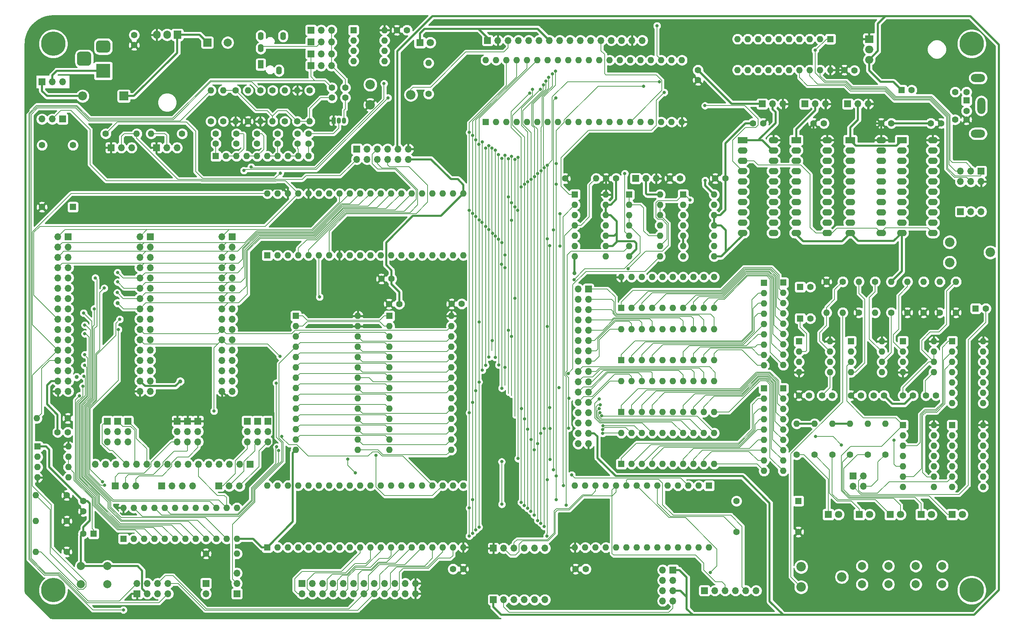
<source format=gtl>
G04 #@! TF.GenerationSoftware,KiCad,Pcbnew,(5.1.9)-1*
G04 #@! TF.CreationDate,2022-12-05T11:23:28+00:00*
G04 #@! TF.ProjectId,AT_65C02_Computer_Rev002,41545f36-3543-4303-925f-436f6d707574,rev?*
G04 #@! TF.SameCoordinates,Original*
G04 #@! TF.FileFunction,Copper,L1,Top*
G04 #@! TF.FilePolarity,Positive*
%FSLAX46Y46*%
G04 Gerber Fmt 4.6, Leading zero omitted, Abs format (unit mm)*
G04 Created by KiCad (PCBNEW (5.1.9)-1) date 2022-12-05 11:23:28*
%MOMM*%
%LPD*%
G01*
G04 APERTURE LIST*
G04 #@! TA.AperFunction,ComponentPad*
%ADD10O,1.700000X1.700000*%
G04 #@! TD*
G04 #@! TA.AperFunction,ComponentPad*
%ADD11R,1.700000X1.700000*%
G04 #@! TD*
G04 #@! TA.AperFunction,ComponentPad*
%ADD12C,1.600000*%
G04 #@! TD*
G04 #@! TA.AperFunction,ComponentPad*
%ADD13C,2.000000*%
G04 #@! TD*
G04 #@! TA.AperFunction,ComponentPad*
%ADD14O,1.600000X1.600000*%
G04 #@! TD*
G04 #@! TA.AperFunction,ComponentPad*
%ADD15R,1.600000X1.600000*%
G04 #@! TD*
G04 #@! TA.AperFunction,ComponentPad*
%ADD16C,2.340000*%
G04 #@! TD*
G04 #@! TA.AperFunction,ComponentPad*
%ADD17R,2.000000X1.905000*%
G04 #@! TD*
G04 #@! TA.AperFunction,ComponentPad*
%ADD18O,2.000000X1.905000*%
G04 #@! TD*
G04 #@! TA.AperFunction,ComponentPad*
%ADD19C,1.800000*%
G04 #@! TD*
G04 #@! TA.AperFunction,ComponentPad*
%ADD20R,1.800000X1.800000*%
G04 #@! TD*
G04 #@! TA.AperFunction,ComponentPad*
%ADD21C,6.000000*%
G04 #@! TD*
G04 #@! TA.AperFunction,ComponentPad*
%ADD22O,2.000000X4.000000*%
G04 #@! TD*
G04 #@! TA.AperFunction,ComponentPad*
%ADD23O,3.500000X2.000000*%
G04 #@! TD*
G04 #@! TA.AperFunction,ComponentPad*
%ADD24O,2.400000X1.600000*%
G04 #@! TD*
G04 #@! TA.AperFunction,ComponentPad*
%ADD25R,2.400000X1.600000*%
G04 #@! TD*
G04 #@! TA.AperFunction,ComponentPad*
%ADD26O,1.905000X2.000000*%
G04 #@! TD*
G04 #@! TA.AperFunction,ComponentPad*
%ADD27R,1.905000X2.000000*%
G04 #@! TD*
G04 #@! TA.AperFunction,ComponentPad*
%ADD28R,2.200000X2.200000*%
G04 #@! TD*
G04 #@! TA.AperFunction,ComponentPad*
%ADD29O,2.200000X2.200000*%
G04 #@! TD*
G04 #@! TA.AperFunction,ComponentPad*
%ADD30R,3.500000X3.500000*%
G04 #@! TD*
G04 #@! TA.AperFunction,ComponentPad*
%ADD31R,2.000000X2.000000*%
G04 #@! TD*
G04 #@! TA.AperFunction,ComponentPad*
%ADD32O,1.400000X2.000000*%
G04 #@! TD*
G04 #@! TA.AperFunction,ComponentPad*
%ADD33R,1.400000X2.000000*%
G04 #@! TD*
G04 #@! TA.AperFunction,ComponentPad*
%ADD34O,1.050000X1.500000*%
G04 #@! TD*
G04 #@! TA.AperFunction,ComponentPad*
%ADD35R,1.050000X1.500000*%
G04 #@! TD*
G04 #@! TA.AperFunction,ViaPad*
%ADD36C,0.800000*%
G04 #@! TD*
G04 #@! TA.AperFunction,ViaPad*
%ADD37C,1.000000*%
G04 #@! TD*
G04 #@! TA.AperFunction,Conductor*
%ADD38C,0.508000*%
G04 #@! TD*
G04 #@! TA.AperFunction,Conductor*
%ADD39C,0.152400*%
G04 #@! TD*
G04 #@! TA.AperFunction,Conductor*
%ADD40C,0.254000*%
G04 #@! TD*
G04 #@! TA.AperFunction,Conductor*
%ADD41C,0.100000*%
G04 #@! TD*
G04 APERTURE END LIST*
D10*
X21660000Y-136910000D03*
X19120000Y-136910000D03*
X16580000Y-136910000D03*
D11*
X14040000Y-136910000D03*
D12*
X7220000Y-28265000D03*
X7220000Y-25765000D03*
D13*
X640000Y-156625000D03*
X640000Y-161125000D03*
X-5860000Y-156625000D03*
X-5860000Y-161125000D03*
X206119000Y-156625000D03*
X206119000Y-161125000D03*
X199619000Y-156625000D03*
X199619000Y-161125000D03*
X192879000Y-156625000D03*
X192879000Y-161125000D03*
X186379000Y-156625000D03*
X186379000Y-161125000D03*
D10*
X187930000Y-42760000D03*
X185390000Y-42760000D03*
D11*
X182850000Y-42760000D03*
D10*
X177410000Y-42760000D03*
X174870000Y-42760000D03*
D11*
X172330000Y-42760000D03*
D10*
X166890000Y-42760000D03*
X164350000Y-42760000D03*
D11*
X161810000Y-42760000D03*
D10*
X116520000Y-126460000D03*
X119060000Y-126460000D03*
X116520000Y-123920000D03*
X119060000Y-123920000D03*
X116520000Y-121380000D03*
X119060000Y-121380000D03*
X116520000Y-118840000D03*
X119060000Y-118840000D03*
X116520000Y-116300000D03*
X119060000Y-116300000D03*
X116520000Y-113760000D03*
X119060000Y-113760000D03*
X116520000Y-111220000D03*
X119060000Y-111220000D03*
X116520000Y-108680000D03*
X119060000Y-108680000D03*
X116520000Y-106140000D03*
X119060000Y-106140000D03*
X116520000Y-103600000D03*
X119060000Y-103600000D03*
X116520000Y-101060000D03*
X119060000Y-101060000D03*
X116520000Y-98520000D03*
X119060000Y-98520000D03*
X116520000Y-95980000D03*
X119060000Y-95980000D03*
X116520000Y-93440000D03*
X119060000Y-93440000D03*
X116520000Y-90900000D03*
X119060000Y-90900000D03*
X116520000Y-88360000D03*
D11*
X119060000Y-88360000D03*
D14*
X127120000Y-98226666D03*
X149980000Y-105846666D03*
X129660000Y-98226666D03*
X147440000Y-105846666D03*
X132200000Y-98226666D03*
X144900000Y-105846666D03*
X134740000Y-98226666D03*
X142360000Y-105846666D03*
X137280000Y-98226666D03*
X139820000Y-105846666D03*
X139820000Y-98226666D03*
X137280000Y-105846666D03*
X142360000Y-98226666D03*
X134740000Y-105846666D03*
X144900000Y-98226666D03*
X132200000Y-105846666D03*
X147440000Y-98226666D03*
X129660000Y-105846666D03*
X149980000Y-98226666D03*
D15*
X127120000Y-105846666D03*
D14*
X127120000Y-85410000D03*
X149980000Y-93030000D03*
X129660000Y-85410000D03*
X147440000Y-93030000D03*
X132200000Y-85410000D03*
X144900000Y-93030000D03*
X134740000Y-85410000D03*
X142360000Y-93030000D03*
X137280000Y-85410000D03*
X139820000Y-93030000D03*
X139820000Y-85410000D03*
X137280000Y-93030000D03*
X142360000Y-85410000D03*
X134740000Y-93030000D03*
X144900000Y-85410000D03*
X132200000Y-93030000D03*
X147440000Y-85410000D03*
X129660000Y-93030000D03*
X149980000Y-85410000D03*
D15*
X127120000Y-93030000D03*
D14*
X127120000Y-111043332D03*
X149980000Y-118663332D03*
X129660000Y-111043332D03*
X147440000Y-118663332D03*
X132200000Y-111043332D03*
X144900000Y-118663332D03*
X134740000Y-111043332D03*
X142360000Y-118663332D03*
X137280000Y-111043332D03*
X139820000Y-118663332D03*
X139820000Y-111043332D03*
X137280000Y-118663332D03*
X142360000Y-111043332D03*
X134740000Y-118663332D03*
X144900000Y-111043332D03*
X132200000Y-118663332D03*
X147440000Y-111043332D03*
X129660000Y-118663332D03*
X149980000Y-111043332D03*
D15*
X127120000Y-118663332D03*
D14*
X127120000Y-123860000D03*
X149980000Y-131480000D03*
X129660000Y-123860000D03*
X147440000Y-131480000D03*
X132200000Y-123860000D03*
X144900000Y-131480000D03*
X134740000Y-123860000D03*
X142360000Y-131480000D03*
X137280000Y-123860000D03*
X139820000Y-131480000D03*
X139820000Y-123860000D03*
X137280000Y-131480000D03*
X142360000Y-123860000D03*
X134740000Y-131480000D03*
X144900000Y-123860000D03*
X132200000Y-131480000D03*
X147440000Y-123860000D03*
X129660000Y-131480000D03*
X149980000Y-123860000D03*
D15*
X127120000Y-131480000D03*
D16*
X207960000Y-76830000D03*
X217960000Y-79330000D03*
X207960000Y-81830000D03*
D10*
X108330000Y-152210000D03*
X105790000Y-152210000D03*
X103250000Y-152210000D03*
X100710000Y-152210000D03*
X98170000Y-152210000D03*
D11*
X95630000Y-152210000D03*
X95630000Y-164910000D03*
D10*
X98170000Y-164910000D03*
X100710000Y-164910000D03*
X103250000Y-164910000D03*
X105790000Y-164910000D03*
X108330000Y-164910000D03*
X137320000Y-165220000D03*
X139860000Y-165220000D03*
X137320000Y-162680000D03*
X139860000Y-162680000D03*
X137320000Y-160140000D03*
X139860000Y-160140000D03*
X137320000Y-157600000D03*
D11*
X139860000Y-157600000D03*
D17*
X188140000Y-26770000D03*
D18*
X188140000Y-29310000D03*
X188140000Y-31850000D03*
D15*
X39980000Y-152010000D03*
D14*
X88240000Y-136770000D03*
X42520000Y-152010000D03*
X85700000Y-136770000D03*
X45060000Y-152010000D03*
X83160000Y-136770000D03*
X47600000Y-152010000D03*
X80620000Y-136770000D03*
X50140000Y-152010000D03*
X78080000Y-136770000D03*
X52680000Y-152010000D03*
X75540000Y-136770000D03*
X55220000Y-152010000D03*
X73000000Y-136770000D03*
X57760000Y-152010000D03*
X70460000Y-136770000D03*
X60300000Y-152010000D03*
X67920000Y-136770000D03*
X62840000Y-152010000D03*
X65380000Y-136770000D03*
X65380000Y-152010000D03*
X62840000Y-136770000D03*
X67920000Y-152010000D03*
X60300000Y-136770000D03*
X70460000Y-152010000D03*
X57760000Y-136770000D03*
X73000000Y-152010000D03*
X55220000Y-136770000D03*
X75540000Y-152010000D03*
X52680000Y-136770000D03*
X78080000Y-152010000D03*
X50140000Y-136770000D03*
X80620000Y-152010000D03*
X47600000Y-136770000D03*
X83160000Y-152010000D03*
X45060000Y-136770000D03*
X85700000Y-152010000D03*
X42520000Y-136770000D03*
X88240000Y-152010000D03*
X39980000Y-136770000D03*
D15*
X148740000Y-136810000D03*
D14*
X115720000Y-152050000D03*
X146200000Y-136810000D03*
X118260000Y-152050000D03*
X143660000Y-136810000D03*
X120800000Y-152050000D03*
X141120000Y-136810000D03*
X123340000Y-152050000D03*
X138580000Y-136810000D03*
X125880000Y-152050000D03*
X136040000Y-136810000D03*
X128420000Y-152050000D03*
X133500000Y-136810000D03*
X130960000Y-152050000D03*
X130960000Y-136810000D03*
X133500000Y-152050000D03*
X128420000Y-136810000D03*
X136040000Y-152050000D03*
X125880000Y-136810000D03*
X138580000Y-152050000D03*
X123340000Y-136810000D03*
X141120000Y-152050000D03*
X120800000Y-136810000D03*
X143660000Y-152050000D03*
X118260000Y-136810000D03*
X146200000Y-152050000D03*
X115720000Y-136810000D03*
X148740000Y-152050000D03*
D10*
X74690000Y-56410000D03*
X74690000Y-53870000D03*
X72150000Y-56410000D03*
X72150000Y-53870000D03*
X69610000Y-56410000D03*
X69610000Y-53870000D03*
X67070000Y-56410000D03*
X67070000Y-53870000D03*
X64530000Y-56410000D03*
X64530000Y-53870000D03*
X61990000Y-56410000D03*
D11*
X61990000Y-53870000D03*
D14*
X39980000Y-64810000D03*
X88240000Y-80050000D03*
X42520000Y-64810000D03*
X85700000Y-80050000D03*
X45060000Y-64810000D03*
X83160000Y-80050000D03*
X47600000Y-64810000D03*
X80620000Y-80050000D03*
X50140000Y-64810000D03*
X78080000Y-80050000D03*
X52680000Y-64810000D03*
X75540000Y-80050000D03*
X55220000Y-64810000D03*
X73000000Y-80050000D03*
X57760000Y-64810000D03*
X70460000Y-80050000D03*
X60300000Y-64810000D03*
X67920000Y-80050000D03*
X62840000Y-64810000D03*
X65380000Y-80050000D03*
X65380000Y-64810000D03*
X62840000Y-80050000D03*
X67920000Y-64810000D03*
X60300000Y-80050000D03*
X70460000Y-64810000D03*
X57760000Y-80050000D03*
X73000000Y-64810000D03*
X55220000Y-80050000D03*
X75540000Y-64810000D03*
X52680000Y-80050000D03*
X78080000Y-64810000D03*
X50140000Y-80050000D03*
X80620000Y-64810000D03*
X47600000Y-80050000D03*
X83160000Y-64810000D03*
X45060000Y-80050000D03*
X85700000Y-64810000D03*
X42520000Y-80050000D03*
X88240000Y-64810000D03*
D15*
X39980000Y-80050000D03*
X93800000Y-47210000D03*
D14*
X142060000Y-31970000D03*
X96340000Y-47210000D03*
X139520000Y-31970000D03*
X98880000Y-47210000D03*
X136980000Y-31970000D03*
X101420000Y-47210000D03*
X134440000Y-31970000D03*
X103960000Y-47210000D03*
X131900000Y-31970000D03*
X106500000Y-47210000D03*
X129360000Y-31970000D03*
X109040000Y-47210000D03*
X126820000Y-31970000D03*
X111580000Y-47210000D03*
X124280000Y-31970000D03*
X114120000Y-47210000D03*
X121740000Y-31970000D03*
X116660000Y-47210000D03*
X119200000Y-31970000D03*
X119200000Y-47210000D03*
X116660000Y-31970000D03*
X121740000Y-47210000D03*
X114120000Y-31970000D03*
X124280000Y-47210000D03*
X111580000Y-31970000D03*
X126820000Y-47210000D03*
X109040000Y-31970000D03*
X129360000Y-47210000D03*
X106500000Y-31970000D03*
X131900000Y-47210000D03*
X103960000Y-31970000D03*
X134440000Y-47210000D03*
X101420000Y-31970000D03*
X136980000Y-47210000D03*
X98880000Y-31970000D03*
X139520000Y-47210000D03*
X96340000Y-31970000D03*
X142060000Y-47210000D03*
X93800000Y-31970000D03*
D19*
X80090000Y-27630000D03*
D20*
X77550000Y-27630000D03*
D12*
X118380000Y-157340000D03*
X115880000Y-157340000D03*
D10*
X160310000Y-162680000D03*
X157770000Y-162680000D03*
X155230000Y-162680000D03*
X152690000Y-162680000D03*
X150150000Y-162680000D03*
D11*
X147610000Y-162680000D03*
D16*
X65320000Y-37990000D03*
X75320000Y-40490000D03*
X65320000Y-42990000D03*
D15*
X178590000Y-26770000D03*
D14*
X155730000Y-34390000D03*
X176050000Y-26770000D03*
X158270000Y-34390000D03*
X173510000Y-26770000D03*
X160810000Y-34390000D03*
X170970000Y-26770000D03*
X163350000Y-34390000D03*
X168430000Y-26770000D03*
X165890000Y-34390000D03*
X165890000Y-26770000D03*
X168430000Y-34390000D03*
X163350000Y-26770000D03*
X170970000Y-34390000D03*
X160810000Y-26770000D03*
X173510000Y-34390000D03*
X158270000Y-26770000D03*
X176050000Y-34390000D03*
X155730000Y-26770000D03*
X178590000Y-34390000D03*
D12*
X141560000Y-61110000D03*
X139060000Y-61110000D03*
D21*
X-12700000Y-162560000D03*
X-12700000Y-27940000D03*
X213360000Y-27940000D03*
X213360000Y-162560000D03*
D10*
X132300000Y-27110000D03*
X129760000Y-27110000D03*
X127220000Y-27110000D03*
X124680000Y-27110000D03*
X122140000Y-27110000D03*
X119600000Y-27110000D03*
X117060000Y-27110000D03*
X114520000Y-27110000D03*
X111980000Y-27110000D03*
X109440000Y-27110000D03*
X106900000Y-27110000D03*
X104360000Y-27110000D03*
X101820000Y-27110000D03*
X99280000Y-27110000D03*
X96740000Y-27110000D03*
D11*
X94200000Y-27110000D03*
D12*
X70572000Y-85852000D03*
X68072000Y-85852000D03*
X-5270000Y-140620000D03*
X-5270000Y-143120000D03*
X69970000Y-92060000D03*
X72470000Y-92060000D03*
X-9110000Y-123640000D03*
X-11610000Y-123640000D03*
X85350000Y-92020000D03*
X87850000Y-92020000D03*
X182030000Y-34390000D03*
X184530000Y-34520000D03*
D15*
X-2770000Y-148660000D03*
D12*
X-5270000Y-148660000D03*
X125860000Y-61110000D03*
X123360000Y-61110000D03*
X88240000Y-157340000D03*
X85740000Y-157340000D03*
X146010000Y-36910000D03*
X146010000Y-34410000D03*
X152730000Y-61110000D03*
X150230000Y-61110000D03*
D11*
X-9020000Y-75460000D03*
D10*
X-11560000Y-75460000D03*
X-9020000Y-78000000D03*
X-11560000Y-78000000D03*
X-9020000Y-80540000D03*
X-11560000Y-80540000D03*
X-9020000Y-83080000D03*
X-11560000Y-83080000D03*
X-9020000Y-85620000D03*
X-11560000Y-85620000D03*
X-9020000Y-88160000D03*
X-11560000Y-88160000D03*
X-9020000Y-90700000D03*
X-11560000Y-90700000D03*
X-9020000Y-93240000D03*
X-11560000Y-93240000D03*
X-9020000Y-95780000D03*
X-11560000Y-95780000D03*
X-9020000Y-98320000D03*
X-11560000Y-98320000D03*
X-9020000Y-100860000D03*
X-11560000Y-100860000D03*
X-9020000Y-103400000D03*
X-11560000Y-103400000D03*
X-9020000Y-105940000D03*
X-11560000Y-105940000D03*
X-9020000Y-108480000D03*
X-11560000Y-108480000D03*
X-9020000Y-111020000D03*
X-11560000Y-111020000D03*
X-9020000Y-113560000D03*
X-11560000Y-113560000D03*
D22*
X215740000Y-43210000D03*
D12*
X209290000Y-46610000D03*
X209290000Y-39810000D03*
X212090000Y-46610000D03*
X212090000Y-39810000D03*
X212090000Y-44510000D03*
D15*
X212090000Y-41910000D03*
D23*
X214940000Y-36360000D03*
X214940000Y-50060000D03*
D14*
X7859000Y-50090000D03*
D12*
X239000Y-50090000D03*
X19035000Y-50090000D03*
D14*
X11415000Y-50090000D03*
D12*
X-9390000Y-139180000D03*
D14*
X-17010000Y-139180000D03*
D12*
X-9130000Y-120210000D03*
D14*
X-16750000Y-120210000D03*
X-17000000Y-145530000D03*
D12*
X-9380000Y-145530000D03*
D14*
X-17000000Y-153110000D03*
D12*
X-9380000Y-153110000D03*
D15*
X70060000Y-94990000D03*
D14*
X85300000Y-128010000D03*
X70060000Y-97530000D03*
X85300000Y-125470000D03*
X70060000Y-100070000D03*
X85300000Y-122930000D03*
X70060000Y-102610000D03*
X85300000Y-120390000D03*
X70060000Y-105150000D03*
X85300000Y-117850000D03*
X70060000Y-107690000D03*
X85300000Y-115310000D03*
X70060000Y-110230000D03*
X85300000Y-112770000D03*
X70060000Y-112770000D03*
X85300000Y-110230000D03*
X70060000Y-115310000D03*
X85300000Y-107690000D03*
X70060000Y-117850000D03*
X85300000Y-105150000D03*
X70060000Y-120390000D03*
X85300000Y-102610000D03*
X70060000Y-122930000D03*
X85300000Y-100070000D03*
X70060000Y-125470000D03*
X85300000Y-97530000D03*
X70060000Y-128010000D03*
X85300000Y-94990000D03*
X136660000Y-65080000D03*
X129040000Y-80320000D03*
X136660000Y-67620000D03*
X129040000Y-77780000D03*
X136660000Y-70160000D03*
X129040000Y-75240000D03*
X136660000Y-72700000D03*
X129040000Y-72700000D03*
X136660000Y-75240000D03*
X129040000Y-70160000D03*
X136660000Y-77780000D03*
X129040000Y-67620000D03*
X136660000Y-80320000D03*
D15*
X129040000Y-65080000D03*
D14*
X149980000Y-65080000D03*
X142360000Y-80320000D03*
X149980000Y-67620000D03*
X142360000Y-77780000D03*
X149980000Y-70160000D03*
X142360000Y-75240000D03*
X149980000Y-72700000D03*
X142360000Y-72700000D03*
X149980000Y-75240000D03*
X142360000Y-70160000D03*
X149980000Y-77780000D03*
X142360000Y-67620000D03*
X149980000Y-80320000D03*
D15*
X142360000Y-65080000D03*
X-16580000Y-127170000D03*
D14*
X-8960000Y-134790000D03*
X-16580000Y-129710000D03*
X-8960000Y-132250000D03*
X-16580000Y-132250000D03*
X-8960000Y-129710000D03*
X-16580000Y-134790000D03*
X-8960000Y-127170000D03*
D15*
X115720000Y-65080000D03*
D14*
X123340000Y-80320000D03*
X115720000Y-67620000D03*
X123340000Y-77780000D03*
X115720000Y-70160000D03*
X123340000Y-75240000D03*
X115720000Y-72700000D03*
X123340000Y-72700000D03*
X115720000Y-75240000D03*
X123340000Y-70160000D03*
X115720000Y-77780000D03*
X123340000Y-67620000D03*
X115720000Y-80320000D03*
X123340000Y-65080000D03*
D15*
X-7850000Y-68160000D03*
D12*
X-15470000Y-68160000D03*
X-15470000Y-52920000D03*
X-7850000Y-52920000D03*
D15*
X170730000Y-140590000D03*
D12*
X170730000Y-148210000D03*
X155490000Y-148210000D03*
X155490000Y-140590000D03*
D11*
X-10390000Y-46490000D03*
D10*
X-12930000Y-46490000D03*
X-15470000Y-46490000D03*
X210630000Y-61900000D03*
X210630000Y-59360000D03*
X213170000Y-61900000D03*
X213170000Y-59360000D03*
X215710000Y-61900000D03*
D11*
X215710000Y-59360000D03*
D14*
X204064000Y-101245000D03*
X196444000Y-108865000D03*
X204064000Y-103785000D03*
X196444000Y-106325000D03*
X204064000Y-106325000D03*
X196444000Y-103785000D03*
X204064000Y-108865000D03*
D15*
X196444000Y-101245000D03*
D19*
X211089000Y-143915000D03*
D20*
X208549000Y-143915000D03*
D19*
X203469000Y-143915000D03*
D20*
X200929000Y-143915000D03*
D19*
X188229000Y-143915000D03*
D20*
X185689000Y-143915000D03*
D19*
X195849000Y-143915000D03*
D20*
X193309000Y-143915000D03*
D19*
X180609000Y-143915000D03*
D20*
X178069000Y-143915000D03*
D16*
X171394000Y-161805000D03*
X181394000Y-159305000D03*
X171394000Y-156805000D03*
D14*
X187849000Y-121565000D03*
D12*
X187849000Y-129185000D03*
D15*
X171154000Y-95620000D03*
D12*
X173654000Y-95620000D03*
X173654000Y-87865000D03*
D15*
X171154000Y-87865000D03*
D12*
X177649000Y-86555000D03*
D14*
X177649000Y-94175000D03*
X181634000Y-94175000D03*
D12*
X181634000Y-86555000D03*
D14*
X170289000Y-121565000D03*
D12*
X170289000Y-129185000D03*
X197574000Y-94175000D03*
D14*
X197574000Y-86555000D03*
D12*
X209529000Y-94175000D03*
D14*
X209529000Y-86555000D03*
X183459000Y-121565000D03*
D12*
X183459000Y-129185000D03*
D14*
X205544000Y-86555000D03*
D12*
X205544000Y-94175000D03*
X189604000Y-86555000D03*
D14*
X189604000Y-94175000D03*
D12*
X185619000Y-94175000D03*
D14*
X185619000Y-86555000D03*
X174679000Y-121565000D03*
D12*
X174679000Y-129185000D03*
X201559000Y-94175000D03*
D14*
X201559000Y-86555000D03*
D12*
X193589000Y-94175000D03*
D14*
X193589000Y-86555000D03*
X179069000Y-121565000D03*
D12*
X179069000Y-129185000D03*
D15*
X208594000Y-121875000D03*
D14*
X216214000Y-137115000D03*
X208594000Y-124415000D03*
X216214000Y-134575000D03*
X208594000Y-126955000D03*
X216214000Y-132035000D03*
X208594000Y-129495000D03*
X216214000Y-129495000D03*
X208594000Y-132035000D03*
X216214000Y-126955000D03*
X208594000Y-134575000D03*
X216214000Y-124415000D03*
X208594000Y-137115000D03*
X216214000Y-121875000D03*
D15*
X170884000Y-101245000D03*
D14*
X178504000Y-108865000D03*
X170884000Y-103785000D03*
X178504000Y-106325000D03*
X170884000Y-106325000D03*
X178504000Y-103785000D03*
X170884000Y-108865000D03*
X178504000Y-101245000D03*
X204064000Y-121875000D03*
X196444000Y-137115000D03*
X204064000Y-124415000D03*
X196444000Y-134575000D03*
X204064000Y-126955000D03*
X196444000Y-132035000D03*
X204064000Y-129495000D03*
X196444000Y-129495000D03*
X204064000Y-132035000D03*
X196444000Y-126955000D03*
X204064000Y-134575000D03*
X196444000Y-124415000D03*
X204064000Y-137115000D03*
D15*
X196444000Y-121875000D03*
X208594000Y-101245000D03*
D14*
X216214000Y-116485000D03*
X208594000Y-103785000D03*
X216214000Y-113945000D03*
X208594000Y-106325000D03*
X216214000Y-111405000D03*
X208594000Y-108865000D03*
X216214000Y-108865000D03*
X208594000Y-111405000D03*
X216214000Y-106325000D03*
X208594000Y-113945000D03*
X216214000Y-103785000D03*
X208594000Y-116485000D03*
X216214000Y-101245000D03*
X191284000Y-101245000D03*
X183664000Y-108865000D03*
X191284000Y-103785000D03*
X183664000Y-106325000D03*
X191284000Y-106325000D03*
X183664000Y-103785000D03*
X191284000Y-108865000D03*
D15*
X183664000Y-101245000D03*
D12*
X183664000Y-114580000D03*
X186164000Y-114580000D03*
X173384000Y-114580000D03*
X170884000Y-114580000D03*
X192104000Y-129185000D03*
D14*
X192104000Y-121565000D03*
D15*
X214364000Y-93160000D03*
D12*
X216864000Y-93160000D03*
D14*
X166973000Y-107105000D03*
X166973000Y-104565000D03*
X166973000Y-102025000D03*
X166973000Y-99485000D03*
X166973000Y-96945000D03*
X166973000Y-94405000D03*
X166973000Y-91865000D03*
X166973000Y-89325000D03*
D15*
X166973000Y-86785000D03*
D24*
X164597000Y-51683000D03*
X156977000Y-74543000D03*
X164597000Y-54223000D03*
X156977000Y-72003000D03*
X164597000Y-56763000D03*
X156977000Y-69463000D03*
X164597000Y-59303000D03*
X156977000Y-66923000D03*
X164597000Y-61843000D03*
X156977000Y-64383000D03*
X164597000Y-64383000D03*
X156977000Y-61843000D03*
X164597000Y-66923000D03*
X156977000Y-59303000D03*
X164597000Y-69463000D03*
X156977000Y-56763000D03*
X164597000Y-72003000D03*
X156977000Y-54223000D03*
X164597000Y-74543000D03*
D25*
X156977000Y-51683000D03*
D24*
X177803000Y-51683000D03*
X170183000Y-74543000D03*
X177803000Y-54223000D03*
X170183000Y-72003000D03*
X177803000Y-56763000D03*
X170183000Y-69463000D03*
X177803000Y-59303000D03*
X170183000Y-66923000D03*
X177803000Y-61843000D03*
X170183000Y-64383000D03*
X177803000Y-64383000D03*
X170183000Y-61843000D03*
X177803000Y-66923000D03*
X170183000Y-59303000D03*
X177803000Y-69463000D03*
X170183000Y-56763000D03*
X177803000Y-72003000D03*
X170183000Y-54223000D03*
X177803000Y-74543000D03*
D25*
X170183000Y-51683000D03*
D24*
X191110000Y-51683000D03*
X183490000Y-74543000D03*
X191110000Y-54223000D03*
X183490000Y-72003000D03*
X191110000Y-56763000D03*
X183490000Y-69463000D03*
X191110000Y-59303000D03*
X183490000Y-66923000D03*
X191110000Y-61843000D03*
X183490000Y-64383000D03*
X191110000Y-64383000D03*
X183490000Y-61843000D03*
X191110000Y-66923000D03*
X183490000Y-59303000D03*
X191110000Y-69463000D03*
X183490000Y-56763000D03*
X191110000Y-72003000D03*
X183490000Y-54223000D03*
X191110000Y-74543000D03*
D25*
X183490000Y-51683000D03*
X196183000Y-51683000D03*
D24*
X203803000Y-74543000D03*
X196183000Y-54223000D03*
X203803000Y-72003000D03*
X196183000Y-56763000D03*
X203803000Y-69463000D03*
X196183000Y-59303000D03*
X203803000Y-66923000D03*
X196183000Y-61843000D03*
X203803000Y-64383000D03*
X196183000Y-64383000D03*
X203803000Y-61843000D03*
X196183000Y-66923000D03*
X203803000Y-59303000D03*
X196183000Y-69463000D03*
X203803000Y-56763000D03*
X196183000Y-72003000D03*
X203803000Y-54223000D03*
X196183000Y-74543000D03*
X203803000Y-51683000D03*
D14*
X162273000Y-107125000D03*
X162273000Y-104585000D03*
X162273000Y-102045000D03*
X162273000Y-99505000D03*
X162273000Y-96965000D03*
X162273000Y-94425000D03*
X162273000Y-91885000D03*
X162273000Y-89345000D03*
D15*
X162273000Y-86805000D03*
X166973000Y-112865000D03*
D14*
X166973000Y-115405000D03*
X166973000Y-117945000D03*
X166973000Y-120485000D03*
X166973000Y-123025000D03*
X166973000Y-125565000D03*
X166973000Y-128105000D03*
X166973000Y-130645000D03*
X166973000Y-133185000D03*
D15*
X162273000Y-112865000D03*
D14*
X162273000Y-115405000D03*
X162273000Y-117945000D03*
X162273000Y-120485000D03*
X162273000Y-123025000D03*
X162273000Y-125565000D03*
X162273000Y-128105000D03*
X162273000Y-130645000D03*
X162273000Y-133185000D03*
D10*
X-10365000Y-37310000D03*
X-12905000Y-37310000D03*
D11*
X-15470000Y-37310000D03*
D26*
X12800000Y-25725000D03*
X15340000Y-25725000D03*
D27*
X17880000Y-25725000D03*
D28*
X4680000Y-40820000D03*
D29*
X-5480000Y-40820000D03*
D30*
X-400000Y-34615000D03*
G04 #@! TA.AperFunction,ComponentPad*
G36*
G01*
X-1400000Y-27115000D02*
X600000Y-27115000D01*
G75*
G02*
X1350000Y-27865000I0J-750000D01*
G01*
X1350000Y-29365000D01*
G75*
G02*
X600000Y-30115000I-750000J0D01*
G01*
X-1400000Y-30115000D01*
G75*
G02*
X-2150000Y-29365000I0J750000D01*
G01*
X-2150000Y-27865000D01*
G75*
G02*
X-1400000Y-27115000I750000J0D01*
G01*
G37*
G04 #@! TD.AperFunction*
G04 #@! TA.AperFunction,ComponentPad*
G36*
G01*
X-5975000Y-29865000D02*
X-4225000Y-29865000D01*
G75*
G02*
X-3350000Y-30740000I0J-875000D01*
G01*
X-3350000Y-32490000D01*
G75*
G02*
X-4225000Y-33365000I-875000J0D01*
G01*
X-5975000Y-33365000D01*
G75*
G02*
X-6850000Y-32490000I0J875000D01*
G01*
X-6850000Y-30740000D01*
G75*
G02*
X-5975000Y-29865000I875000J0D01*
G01*
G37*
G04 #@! TD.AperFunction*
D14*
X79670000Y-32680000D03*
D12*
X79670000Y-40300000D03*
D11*
X48540000Y-160900000D03*
D10*
X48540000Y-163440000D03*
X51080000Y-160900000D03*
X51080000Y-163440000D03*
X53620000Y-160900000D03*
X53620000Y-163440000D03*
X56160000Y-160900000D03*
X56160000Y-163440000D03*
X58700000Y-160900000D03*
X58700000Y-163440000D03*
X61240000Y-160900000D03*
X61240000Y-163440000D03*
X63780000Y-160900000D03*
X63780000Y-163440000D03*
X66320000Y-160900000D03*
X66320000Y-163440000D03*
X68860000Y-160900000D03*
X68860000Y-163440000D03*
X71400000Y-160900000D03*
X71400000Y-163440000D03*
X73940000Y-160900000D03*
X73940000Y-163440000D03*
X76480000Y-160900000D03*
X76480000Y-163440000D03*
D15*
X196110000Y-39350000D03*
D12*
X198610000Y-39350000D03*
X113300000Y-61110000D03*
D14*
X120920000Y-61110000D03*
D11*
X184150000Y-134450000D03*
D10*
X184150000Y-136990000D03*
X186690000Y-134450000D03*
X186690000Y-136990000D03*
D11*
X130650000Y-61110000D03*
D10*
X133190000Y-61110000D03*
X135730000Y-61110000D03*
D31*
X25230000Y-27630000D03*
D13*
X30230000Y-27630000D03*
D12*
X176544000Y-114580000D03*
X179044000Y-114580000D03*
X204604000Y-114580000D03*
X202104000Y-114580000D03*
X196444000Y-114580000D03*
X198944000Y-114580000D03*
X191784000Y-114580000D03*
X189284000Y-114580000D03*
X159557000Y-47520000D03*
X162057000Y-47520000D03*
X174470000Y-47520000D03*
X176970000Y-47520000D03*
X193610000Y-47520000D03*
X191110000Y-47520000D03*
X205843000Y-47520000D03*
X203343000Y-47520000D03*
X27337000Y-52590000D03*
X27337000Y-50090000D03*
X32417000Y-50090000D03*
X32417000Y-52590000D03*
X37497000Y-52590000D03*
X37497000Y-50090000D03*
X42577000Y-52590000D03*
X42577000Y-50090000D03*
X47457000Y-50090000D03*
X47457000Y-52590000D03*
X50197000Y-50090000D03*
X50197000Y-52590000D03*
X59200000Y-41240000D03*
X59200000Y-38740000D03*
X55890000Y-41240000D03*
X55890000Y-38740000D03*
X74390000Y-24570000D03*
X71890000Y-24570000D03*
D32*
X43885000Y-26030000D03*
X42885000Y-34530000D03*
D33*
X38385000Y-33030000D03*
D32*
X38385000Y-29030000D03*
X38385000Y-26030000D03*
D11*
X7930000Y-163440000D03*
D10*
X7930000Y-160900000D03*
X10470000Y-163440000D03*
X10470000Y-160900000D03*
X13010000Y-163440000D03*
X13010000Y-160900000D03*
X15550000Y-163440000D03*
X15550000Y-160900000D03*
X55800000Y-33330000D03*
X53260000Y-33330000D03*
D11*
X50720000Y-33330000D03*
X50720000Y-30410000D03*
D10*
X53260000Y-30410000D03*
X55800000Y-30410000D03*
X55800000Y-27490000D03*
X53260000Y-27490000D03*
D11*
X50720000Y-27490000D03*
X50720000Y-24570000D03*
D10*
X53260000Y-24570000D03*
X55800000Y-24570000D03*
D34*
X57600000Y-46850000D03*
X58870000Y-46850000D03*
D35*
X56330000Y-46850000D03*
D12*
X35227500Y-47050000D03*
D14*
X35227500Y-39430000D03*
D12*
X44347500Y-47050000D03*
D14*
X44347500Y-39430000D03*
X26107500Y-39430000D03*
D12*
X26107500Y-47050000D03*
D14*
X50427500Y-47050000D03*
D12*
X50427500Y-39430000D03*
X29147500Y-47050000D03*
D14*
X29147500Y-39430000D03*
X32187500Y-47050000D03*
D12*
X32187500Y-39430000D03*
D14*
X47387500Y-39430000D03*
D12*
X47387500Y-47050000D03*
D14*
X41307500Y-47050000D03*
D12*
X41307500Y-39430000D03*
D14*
X38267500Y-47050000D03*
D12*
X38267500Y-39430000D03*
D15*
X61210000Y-24570000D03*
D14*
X68830000Y-32190000D03*
X61210000Y-27110000D03*
X68830000Y-29650000D03*
X61210000Y-29650000D03*
X68830000Y-27110000D03*
X61210000Y-32190000D03*
X68830000Y-24570000D03*
D15*
X27337000Y-55630000D03*
D14*
X29877000Y-55630000D03*
X32417000Y-55630000D03*
X34957000Y-55630000D03*
X37497000Y-55630000D03*
X40037000Y-55630000D03*
X42577000Y-55630000D03*
X45117000Y-55630000D03*
X47657000Y-55630000D03*
X50197000Y-55630000D03*
D11*
X1524000Y-53540000D03*
D10*
X4064000Y-53540000D03*
X6604000Y-53540000D03*
X17780000Y-53540000D03*
X15240000Y-53540000D03*
D11*
X12700000Y-53540000D03*
X32512000Y-163440000D03*
D10*
X32512000Y-160900000D03*
X32512000Y-158360000D03*
D12*
X24892000Y-153575000D03*
D14*
X32512000Y-153575000D03*
D15*
X4572000Y-149890000D03*
D14*
X32512000Y-142270000D03*
X7112000Y-149890000D03*
X29972000Y-142270000D03*
X9652000Y-149890000D03*
X27432000Y-142270000D03*
X12192000Y-149890000D03*
X24892000Y-142270000D03*
X14732000Y-149890000D03*
X22352000Y-142270000D03*
X17272000Y-149890000D03*
X19812000Y-142270000D03*
X19812000Y-149890000D03*
X17272000Y-142270000D03*
X22352000Y-149890000D03*
X14732000Y-142270000D03*
X24892000Y-149890000D03*
X12192000Y-142270000D03*
X27432000Y-149890000D03*
X9652000Y-142270000D03*
X29972000Y-149890000D03*
X7112000Y-142270000D03*
X32512000Y-149890000D03*
X4572000Y-142270000D03*
D15*
X47040000Y-94990000D03*
D14*
X62280000Y-128010000D03*
X47040000Y-97530000D03*
X62280000Y-125470000D03*
X47040000Y-100070000D03*
X62280000Y-122930000D03*
X47040000Y-102610000D03*
X62280000Y-120390000D03*
X47040000Y-105150000D03*
X62280000Y-117850000D03*
X47040000Y-107690000D03*
X62280000Y-115310000D03*
X47040000Y-110230000D03*
X62280000Y-112770000D03*
X47040000Y-112770000D03*
X62280000Y-110230000D03*
X47040000Y-115310000D03*
X62280000Y-107690000D03*
X47040000Y-117850000D03*
X62280000Y-105150000D03*
X47040000Y-120390000D03*
X62280000Y-102610000D03*
X47040000Y-122930000D03*
X62280000Y-100070000D03*
X47040000Y-125470000D03*
X62280000Y-97530000D03*
X47040000Y-128010000D03*
X62280000Y-94990000D03*
D11*
X11187500Y-75460000D03*
D10*
X8647500Y-75460000D03*
X11187500Y-78000000D03*
X8647500Y-78000000D03*
X11187500Y-80540000D03*
X8647500Y-80540000D03*
X11187500Y-83080000D03*
X8647500Y-83080000D03*
X11187500Y-85620000D03*
X8647500Y-85620000D03*
X11187500Y-88160000D03*
X8647500Y-88160000D03*
X11187500Y-90700000D03*
X8647500Y-90700000D03*
X11187500Y-93240000D03*
X8647500Y-93240000D03*
X11187500Y-95780000D03*
X8647500Y-95780000D03*
X11187500Y-98320000D03*
X8647500Y-98320000D03*
X11187500Y-100860000D03*
X8647500Y-100860000D03*
X11187500Y-103400000D03*
X8647500Y-103400000D03*
X11187500Y-105940000D03*
X8647500Y-105940000D03*
X11187500Y-108480000D03*
X8647500Y-108480000D03*
X11187500Y-111020000D03*
X8647500Y-111020000D03*
X11187500Y-113560000D03*
X8647500Y-113560000D03*
X28855001Y-113560000D03*
X31395001Y-113560000D03*
X28855001Y-111020000D03*
X31395001Y-111020000D03*
X28855001Y-108480000D03*
X31395001Y-108480000D03*
X28855001Y-105940000D03*
X31395001Y-105940000D03*
X28855001Y-103400000D03*
X31395001Y-103400000D03*
X28855001Y-100860000D03*
X31395001Y-100860000D03*
X28855001Y-98320000D03*
X31395001Y-98320000D03*
X28855001Y-95780000D03*
X31395001Y-95780000D03*
X28855001Y-93240000D03*
X31395001Y-93240000D03*
X28855001Y-90700000D03*
X31395001Y-90700000D03*
X28855001Y-88160000D03*
X31395001Y-88160000D03*
X28855001Y-85620000D03*
X31395001Y-85620000D03*
X28855001Y-83080000D03*
X31395001Y-83080000D03*
X28855001Y-80540000D03*
X31395001Y-80540000D03*
X28855001Y-78000000D03*
X31395001Y-78000000D03*
X28855001Y-75460000D03*
D11*
X31395001Y-75460000D03*
X24892000Y-160900000D03*
D10*
X24892000Y-163440000D03*
D11*
X35730000Y-131520000D03*
D10*
X33190000Y-131520000D03*
X30650000Y-131520000D03*
X28110000Y-131520000D03*
X25570000Y-131520000D03*
X23030000Y-131520000D03*
X20490000Y-131520000D03*
X17950000Y-131520000D03*
X15410000Y-131520000D03*
X12870000Y-131520000D03*
X10330000Y-131520000D03*
X7790000Y-131520000D03*
X5250000Y-131520000D03*
X2710000Y-131520000D03*
X170000Y-131520000D03*
X-2370000Y-131520000D03*
X3170000Y-126010000D03*
X3170000Y-123470000D03*
D11*
X3170000Y-120930000D03*
X630000Y-120930000D03*
D10*
X630000Y-123470000D03*
X630000Y-126010000D03*
X5710000Y-126010000D03*
X5710000Y-123470000D03*
D11*
X5710000Y-120930000D03*
X2540000Y-136910000D03*
D10*
X5080000Y-136910000D03*
X7620000Y-136910000D03*
X33140000Y-136910000D03*
X30600000Y-136910000D03*
D11*
X28060000Y-136910000D03*
X17840000Y-120930000D03*
D10*
X17840000Y-123470000D03*
X17840000Y-126010000D03*
X20380000Y-126010000D03*
X20380000Y-123470000D03*
D11*
X20380000Y-120930000D03*
X22920000Y-120930000D03*
D10*
X22920000Y-123470000D03*
X22920000Y-126010000D03*
X35050000Y-126010000D03*
X35050000Y-123470000D03*
D11*
X35050000Y-120930000D03*
X37590000Y-120930000D03*
D10*
X37590000Y-123470000D03*
X37590000Y-126010000D03*
X40130000Y-126010000D03*
X40130000Y-123470000D03*
D11*
X40130000Y-120930000D03*
X210630000Y-69275000D03*
D10*
X213170000Y-69275000D03*
X215710000Y-69275000D03*
D36*
X167240000Y-46830000D03*
X50292000Y-71628000D03*
X118618000Y-130810008D03*
X154178000Y-136144000D03*
D37*
X38380000Y-97260000D03*
X40660000Y-130620000D03*
X43440000Y-133780000D03*
X-18730000Y-41190000D03*
D36*
X123771995Y-130431995D03*
D37*
X-11435000Y-131250000D03*
X1652500Y-150137500D03*
X34440000Y-104550002D03*
X-6940000Y-110050000D03*
X115630000Y-84450000D03*
X18565000Y-111125000D03*
D36*
X132640000Y-38370000D03*
X111090000Y-140250000D03*
X111090000Y-62550000D03*
X111088823Y-57494830D03*
X111107729Y-134437774D03*
X127990000Y-59900000D03*
X-50000Y-136720000D03*
X3690000Y-95825000D03*
X89720000Y-68940000D03*
X89720000Y-118870000D03*
X89710000Y-149220000D03*
X89720000Y-49790000D03*
X89720000Y-142330000D03*
X90530000Y-69740000D03*
X90531399Y-116338601D03*
X90520000Y-148520000D03*
X90530000Y-50549998D03*
X90500000Y-140240000D03*
X91320000Y-70510000D03*
X91300000Y-113400000D03*
X91310000Y-147700000D03*
X91320000Y-51640002D03*
X92120000Y-71330000D03*
X92120000Y-111270000D03*
X92110000Y-147030000D03*
X92080000Y-52700000D03*
X92120000Y-96460000D03*
X92886007Y-52103043D03*
X92920000Y-108359998D03*
X92867050Y-71953630D03*
X-2350000Y-85620000D03*
X93720000Y-72920000D03*
X93730000Y-53650000D03*
X93720000Y-107170000D03*
X-130000Y-88150000D03*
X94530000Y-73740000D03*
X94530000Y-53060000D03*
X94560000Y-105140000D03*
X95310000Y-53690000D03*
X95345882Y-101052045D03*
X95454143Y-74635177D03*
X-2588610Y-93240000D03*
X96120000Y-75350000D03*
X96140000Y-54190000D03*
X96120000Y-105230002D03*
X-5230000Y-94280000D03*
X96920000Y-76120000D03*
X96920000Y-55240000D03*
X96962341Y-107084392D03*
X-4930000Y-97250000D03*
X97720000Y-76930000D03*
X97720000Y-112800000D03*
X97700000Y-56170000D03*
X97676311Y-82271390D03*
X-4930000Y-99400000D03*
X98520000Y-107690000D03*
X98510000Y-55460000D03*
X98520000Y-79949998D03*
X98520000Y-83110004D03*
X-4930000Y-104530000D03*
X99320000Y-98560000D03*
X99310000Y-56250000D03*
X99320000Y-65680000D03*
X-5000000Y-107180000D03*
X100120000Y-100070000D03*
X100140000Y-55700000D03*
X100120000Y-71400000D03*
X100120000Y-67090000D03*
X-5108232Y-109850000D03*
X100940000Y-56461120D03*
X100920000Y-90660000D03*
X100920000Y-68120000D03*
X-5413043Y-112290000D03*
X101750000Y-55910000D03*
X101720000Y-130130000D03*
X101656588Y-68953412D03*
X-6250000Y-114660000D03*
X108140000Y-146860000D03*
X108120000Y-58500000D03*
X110910000Y-34688610D03*
X108120000Y-122730000D03*
X107331399Y-123958601D03*
X110170000Y-35370000D03*
X107340000Y-146070000D03*
X107358712Y-59261344D03*
X106530000Y-126500000D03*
X106540000Y-145400000D03*
X106530000Y-59900000D03*
X109270000Y-36200000D03*
X105720000Y-128010000D03*
X105680000Y-144060000D03*
X108600000Y-37140000D03*
X105761148Y-60711390D03*
X104920000Y-125470000D03*
X104880000Y-143110000D03*
X104910000Y-61340000D03*
X107949999Y-38109999D03*
X3140000Y-84275000D03*
X104130000Y-122930000D03*
X104090000Y-142410000D03*
X104120000Y-61930000D03*
X107200000Y-39190000D03*
X3140000Y-86625000D03*
X103330000Y-120390000D03*
X103260000Y-141710000D03*
X103320000Y-62570000D03*
X105258610Y-39153084D03*
X3040000Y-89250000D03*
X102530000Y-117850000D03*
X102500000Y-140920000D03*
X102520000Y-63250000D03*
X104630000Y-40105497D03*
D37*
X3145002Y-91819998D03*
D36*
X108920000Y-97560000D03*
X136478610Y-37270000D03*
X108920000Y-75988610D03*
X108920000Y-57853440D03*
X108844972Y-149234972D03*
X108920000Y-135358610D03*
X-550000Y-135830000D03*
X3340000Y-98350000D03*
X43130000Y-104950000D03*
X26880000Y-118420000D03*
X114086390Y-109169495D03*
X111060000Y-41280000D03*
X110460000Y-73830002D03*
X147717390Y-43182610D03*
X174858800Y-29548800D03*
X110460000Y-132859996D03*
X109548610Y-77680000D03*
X109548610Y-117548610D03*
X109560000Y-122750000D03*
X144061390Y-66450000D03*
X109560000Y-130340000D03*
X42305505Y-127264495D03*
X112050000Y-77770000D03*
X112070000Y-69850000D03*
X114182082Y-122637918D03*
X114220000Y-115310000D03*
X42779972Y-128170028D03*
X113580000Y-141620000D03*
X112900000Y-136770000D03*
X137701390Y-39920000D03*
X149040000Y-158250000D03*
X128790000Y-83390000D03*
X174950000Y-124720000D03*
X181320000Y-126800000D03*
X194255000Y-125645000D03*
X52870000Y-90330000D03*
X147765000Y-61625000D03*
X4580002Y-167440000D03*
X43180000Y-59823390D03*
X42211390Y-111530000D03*
X111790002Y-112625000D03*
X115477500Y-86062500D03*
X68730000Y-37740000D03*
X135910000Y-23500000D03*
X36020000Y-58291390D03*
X66740000Y-129300000D03*
X114930000Y-134178610D03*
X59780000Y-130250000D03*
X61654810Y-133677854D03*
X43593421Y-124680000D03*
X34230000Y-59170000D03*
X69720000Y-41260000D03*
X97720000Y-141390000D03*
X97701399Y-130898601D03*
X122560185Y-123925135D03*
X122564810Y-122972734D03*
X122615000Y-122021645D03*
X121740000Y-115450000D03*
X121961488Y-116925091D03*
X121728232Y-117848498D03*
X121853232Y-118803950D03*
X122327222Y-119630039D03*
D38*
X85300000Y-92070000D02*
X85350000Y-92020000D01*
X191110000Y-47520000D02*
X191110000Y-51683000D01*
X177803000Y-51683000D02*
X175633000Y-51683000D01*
X174470000Y-50520000D02*
X174470000Y-47520000D01*
X175633000Y-51683000D02*
X174470000Y-50520000D01*
X177410000Y-44210000D02*
X177410000Y-42760000D01*
X177410000Y-44580000D02*
X177410000Y-44210000D01*
X174470000Y-47520000D02*
X177410000Y-44580000D01*
X191110000Y-47520000D02*
X189810000Y-47520000D01*
X187930000Y-45640000D02*
X187930000Y-42760000D01*
X189810000Y-47520000D02*
X187930000Y-45640000D01*
X182030000Y-34390000D02*
X178590000Y-34390000D01*
X123360000Y-65060000D02*
X123340000Y-65080000D01*
X123360000Y-61520000D02*
X123360000Y-65060000D01*
X115720000Y-157180000D02*
X115880000Y-157340000D01*
X203803000Y-51273000D02*
X203803000Y-51683000D01*
X198450000Y-42760000D02*
X200650000Y-44960000D01*
X187930000Y-42760000D02*
X198450000Y-42760000D01*
X167240000Y-43110000D02*
X166890000Y-42760000D01*
X167240000Y-46830000D02*
X167240000Y-43110000D01*
X115880000Y-152210000D02*
X115720000Y-152050000D01*
X-10913599Y-63603599D02*
X-15470000Y-68160000D01*
X43853599Y-63603599D02*
X-10913599Y-63603599D01*
X45060000Y-64810000D02*
X43853599Y-63603599D01*
X-18730000Y-41190000D02*
X-19492610Y-41952610D01*
X-19492610Y-158887390D02*
X-17880000Y-160500000D01*
X-19492610Y-45160097D02*
X-19492610Y-158887390D01*
X-18730000Y-44397488D02*
X-19492610Y-45160097D01*
X-18730000Y-41190000D02*
X-18730000Y-44397488D01*
X-9380000Y-139190000D02*
X-9390000Y-139180000D01*
X-11430000Y-113690000D02*
X-11560000Y-113560000D01*
X31975001Y-116680000D02*
X28855001Y-113560000D01*
X39311522Y-116680000D02*
X31975001Y-116680000D01*
X41510000Y-118878478D02*
X39311522Y-116680000D01*
X41510000Y-126670000D02*
X41510000Y-118878478D01*
X40660000Y-127520000D02*
X41510000Y-126670000D01*
X40660000Y-130620000D02*
X40660000Y-127520000D01*
X-5860000Y-149250000D02*
X-5270000Y-148660000D01*
X-5860000Y-156625000D02*
X-5860000Y-149250000D01*
X196183000Y-83961000D02*
X193589000Y-86555000D01*
X196183000Y-74543000D02*
X196183000Y-83961000D01*
X152730000Y-61110000D02*
X152730000Y-68930000D01*
X151500000Y-70160000D02*
X149980000Y-70160000D01*
X152730000Y-68930000D02*
X151500000Y-70160000D01*
X191784000Y-114580000D02*
X193860000Y-116656000D01*
X196868000Y-116656000D02*
X198944000Y-114580000D01*
X193860000Y-116656000D02*
X196868000Y-116656000D01*
X118260000Y-157220000D02*
X118380000Y-157340000D01*
X123340000Y-67620000D02*
X124540000Y-67620000D01*
X125860000Y-66300000D02*
X125860000Y-61110000D01*
X124540000Y-67620000D02*
X125860000Y-66300000D01*
X123340000Y-67620000D02*
X123340000Y-70160000D01*
X123340000Y-70160000D02*
X124510000Y-70160000D01*
X124510000Y-70160000D02*
X126040000Y-71690000D01*
X126040000Y-71690000D02*
X126040000Y-74620000D01*
X125420000Y-75240000D02*
X123340000Y-75240000D01*
X126040000Y-74620000D02*
X125420000Y-75240000D01*
X123340000Y-77780000D02*
X125040000Y-77780000D01*
X126040000Y-76780000D02*
X126040000Y-74620000D01*
X125040000Y-77780000D02*
X126040000Y-76780000D01*
X149980000Y-70160000D02*
X149980000Y-72700000D01*
X129040000Y-80320000D02*
X130860000Y-78500000D01*
X130860000Y-78500000D02*
X130860000Y-77110000D01*
X126246401Y-76573599D02*
X126040000Y-76780000D01*
X130323599Y-76573599D02*
X126246401Y-76573599D01*
X130860000Y-77110000D02*
X130323599Y-76573599D01*
X152860000Y-79250000D02*
X151790000Y-80320000D01*
X152860000Y-73890000D02*
X152860000Y-79250000D01*
X151790000Y-80320000D02*
X149980000Y-80320000D01*
X151670000Y-72700000D02*
X152860000Y-73890000D01*
X149980000Y-72700000D02*
X151670000Y-72700000D01*
X142360000Y-75240000D02*
X142360000Y-77780000D01*
X154300000Y-42700000D02*
X161750000Y-42700000D01*
X161750000Y-42700000D02*
X161810000Y-42760000D01*
X146010000Y-34410000D02*
X154300000Y-42700000D01*
X194196000Y-76530000D02*
X196183000Y-74543000D01*
X186710000Y-76530000D02*
X194196000Y-76530000D01*
X185477000Y-76530000D02*
X186710000Y-76530000D01*
X183490000Y-74543000D02*
X185477000Y-76530000D01*
X181521500Y-76511500D02*
X183490000Y-74543000D01*
X171910000Y-76630000D02*
X181403000Y-76630000D01*
X181403000Y-76630000D02*
X181521500Y-76511500D01*
X170183000Y-74903000D02*
X171910000Y-76630000D01*
X170183000Y-74543000D02*
X170183000Y-74903000D01*
X88240000Y-62670000D02*
X88240000Y-64810000D01*
X86880000Y-61310000D02*
X88240000Y-62670000D01*
X85180000Y-61310000D02*
X86880000Y-61310000D01*
X174679000Y-121565000D02*
X170289000Y-121565000D01*
X179069000Y-121565000D02*
X183459000Y-121565000D01*
X156977000Y-75133000D02*
X152860000Y-79250000D01*
X156977000Y-74543000D02*
X156977000Y-75133000D01*
X92010000Y-24240000D02*
X92140000Y-24370000D01*
X94200000Y-26430000D02*
X92010000Y-24240000D01*
X94200000Y-27110000D02*
X94200000Y-26430000D01*
X106570000Y-24240000D02*
X109440000Y-27110000D01*
X92010000Y-24240000D02*
X106570000Y-24240000D01*
X152730000Y-52460000D02*
X152730000Y-61110000D01*
X157670000Y-47520000D02*
X152730000Y-52460000D01*
X159597000Y-47520000D02*
X157670000Y-47520000D01*
X193610000Y-47520000D02*
X203343000Y-47520000D01*
X80280000Y-56410000D02*
X80415000Y-56545000D01*
X74690000Y-56410000D02*
X80280000Y-56410000D01*
X80415000Y-56545000D02*
X85180000Y-61310000D01*
X78650000Y-24240000D02*
X92010000Y-24240000D01*
X77560000Y-25330000D02*
X78650000Y-24240000D01*
X77560000Y-27620000D02*
X77560000Y-25330000D01*
X77550000Y-27630000D02*
X77560000Y-27620000D01*
X72320000Y-92060000D02*
X72470000Y-92060000D01*
X70572000Y-83780000D02*
X70572000Y-85852000D01*
X69253599Y-82461599D02*
X70572000Y-83780000D01*
X75851916Y-70332610D02*
X69253599Y-76930927D01*
X82717390Y-70332610D02*
X75851916Y-70332610D01*
X69253599Y-76930927D02*
X69253599Y-82461599D01*
X88240000Y-64810000D02*
X82717390Y-70332610D01*
X70572000Y-85852000D02*
X70572000Y-87212000D01*
X72470000Y-89110000D02*
X72470000Y-92060000D01*
X70572000Y-87212000D02*
X72470000Y-89110000D01*
X46266401Y-128783599D02*
X47040000Y-128010000D01*
X46266401Y-145723599D02*
X46266401Y-128783599D01*
X39980000Y-152010000D02*
X46266401Y-145723599D01*
X-5860000Y-156625000D02*
X640000Y-156625000D01*
X115630000Y-80410000D02*
X115720000Y-80320000D01*
X115630000Y-84450000D02*
X115630000Y-80410000D01*
X9210000Y-162180000D02*
X10470000Y-163440000D01*
X8055000Y-156625000D02*
X9210000Y-157780000D01*
X9210000Y-157780000D02*
X9210000Y-162180000D01*
X640000Y-156625000D02*
X8055000Y-156625000D01*
X-4310000Y-140620000D02*
X-5270000Y-140620000D01*
X-3710000Y-141220000D02*
X-4310000Y-140620000D01*
X-3710000Y-145460000D02*
X-3710000Y-141220000D01*
X-5270000Y-147020000D02*
X-3710000Y-145460000D01*
X-5270000Y-148660000D02*
X-5270000Y-147020000D01*
X39980000Y-152010000D02*
X38675000Y-152010000D01*
X36555000Y-149890000D02*
X32512000Y-149890000D01*
X38675000Y-152010000D02*
X36555000Y-149890000D01*
X-5270000Y-140620000D02*
X-13660000Y-132230000D01*
X-13660000Y-132230000D02*
X-13660000Y-127950000D01*
X-14440000Y-127170000D02*
X-16580000Y-127170000D01*
X-13660000Y-127950000D02*
X-14440000Y-127170000D01*
X-11610000Y-123640000D02*
X-11610000Y-119350000D01*
X-11610000Y-119350000D02*
X-14210000Y-116750000D01*
X-14210000Y-116750000D02*
X-14210000Y-112050000D01*
X-13180000Y-111020000D02*
X-11560000Y-111020000D01*
X-14210000Y-112050000D02*
X-13180000Y-111020000D01*
X8647500Y-111020000D02*
X9903901Y-112276401D01*
X9903901Y-112276401D02*
X17413599Y-112276401D01*
X17413599Y-112276401D02*
X18565000Y-111125000D01*
D39*
X-5860000Y-161125000D02*
X-13460000Y-153525000D01*
X-13460000Y-142730000D02*
X-17010000Y-139180000D01*
X-13460000Y-153525000D02*
X-13460000Y-142730000D01*
X111090000Y-128830000D02*
X111090000Y-132640000D01*
X111090000Y-132640000D02*
X111090000Y-132640000D01*
X111090000Y-49300000D02*
X111090000Y-49330000D01*
X111090000Y-49330000D02*
X111090000Y-128830000D01*
X113091399Y-46716271D02*
X121437670Y-38370000D01*
X113091399Y-47328601D02*
X113091399Y-46716271D01*
X111090000Y-49330000D02*
X113091399Y-47328601D01*
X121437670Y-38370000D02*
X132640000Y-38370000D01*
X132640000Y-38370000D02*
X132640000Y-38370000D01*
X111090000Y-132640000D02*
X111090000Y-140250000D01*
X111090000Y-140250000D02*
X111090000Y-140280000D01*
X202580000Y-73320000D02*
X203803000Y-74543000D01*
X192140000Y-73320000D02*
X202580000Y-73320000D01*
X191110000Y-74350000D02*
X192140000Y-73320000D01*
X191110000Y-74543000D02*
X191110000Y-74350000D01*
X189907000Y-73340000D02*
X191110000Y-74543000D01*
X180186000Y-73340000D02*
X189907000Y-73340000D01*
X178983000Y-74543000D02*
X180186000Y-73340000D01*
X177803000Y-74543000D02*
X178983000Y-74543000D01*
X159783000Y-56763000D02*
X156977000Y-56763000D01*
X160811610Y-57791610D02*
X159783000Y-56763000D01*
X171291610Y-57791610D02*
X160811610Y-57791610D01*
X173620000Y-73170000D02*
X173620000Y-60120000D01*
X173620000Y-60120000D02*
X171291610Y-57791610D01*
X175000000Y-74550000D02*
X173620000Y-73170000D01*
X177796000Y-74550000D02*
X175000000Y-74550000D01*
X177803000Y-74543000D02*
X177796000Y-74550000D01*
X129040000Y-75240000D02*
X127990000Y-74190000D01*
X127990000Y-74190000D02*
X127990000Y-59900000D01*
X-10780000Y-44340000D02*
X-8360000Y-44340000D01*
X-3630000Y-49070000D02*
X-3630000Y-57710000D01*
X-12930000Y-46490000D02*
X-10780000Y-44340000D01*
X-3630000Y-57710000D02*
X340000Y-61680000D01*
X340000Y-61680000D02*
X23733866Y-61680000D01*
X-8360000Y-44340000D02*
X-3630000Y-49070000D01*
X42125902Y-61739622D02*
X42185524Y-61680000D01*
X46800001Y-64010001D02*
X47600000Y-64810000D01*
X42185524Y-61680000D02*
X44470000Y-61680000D01*
X44470000Y-61680000D02*
X46800001Y-64010001D01*
X23733866Y-61680000D02*
X23793488Y-61739622D01*
X23793488Y-61739622D02*
X42125902Y-61739622D01*
X-16000000Y-72940000D02*
X-17490756Y-74430756D01*
X-17490756Y-74430756D02*
X-17490756Y-89849244D01*
X-17490756Y-89849244D02*
X-11560000Y-95780000D01*
X39470000Y-72940000D02*
X-16000000Y-72940000D01*
X47600000Y-64810000D02*
X39470000Y-72940000D01*
X2711399Y-96803601D02*
X3690000Y-95825000D01*
X-67458Y-136718610D02*
X-1051390Y-136718610D01*
X2711399Y-99807534D02*
X2711399Y-96803601D01*
X-3880001Y-117694264D02*
X-1984811Y-115799075D01*
X-1051390Y-136718610D02*
X-3880001Y-133889999D01*
X-1984811Y-104503744D02*
X2711399Y-99807534D01*
X-1984811Y-115799075D02*
X-1984811Y-104503744D01*
X-3880001Y-133889999D02*
X-3880001Y-117694264D01*
X69031399Y-116821399D02*
X70060000Y-117850000D01*
X48068601Y-116821399D02*
X69031399Y-116821399D01*
X47040000Y-117850000D02*
X48068601Y-116821399D01*
X89720000Y-130340000D02*
X89720000Y-130340000D01*
X89720000Y-68940000D02*
X89720000Y-49790000D01*
X89720000Y-49790000D02*
X89720000Y-49790000D01*
X98880000Y-34850000D02*
X98880000Y-31970000D01*
X98880000Y-38260000D02*
X98880000Y-34850000D01*
X89720000Y-47420000D02*
X98880000Y-38260000D01*
X89720000Y-49790000D02*
X89720000Y-47420000D01*
X89720000Y-129501066D02*
X89720000Y-118870000D01*
X89720000Y-142330000D02*
X89720000Y-129501066D01*
X89720000Y-149210000D02*
X89720000Y-142330000D01*
X89710000Y-149220000D02*
X89720000Y-149210000D01*
X89720000Y-118304315D02*
X89720000Y-92220002D01*
X89720000Y-68940000D02*
X89720000Y-69505685D01*
X89720000Y-118870000D02*
X89720000Y-118304315D01*
X89720000Y-69505685D02*
X89720000Y-92220002D01*
X69031399Y-114281399D02*
X70060000Y-115310000D01*
X48068601Y-114281399D02*
X69031399Y-114281399D01*
X47040000Y-115310000D02*
X48068601Y-114281399D01*
X90520000Y-129870000D02*
X90520000Y-129870000D01*
X90530000Y-69174315D02*
X90530000Y-69740000D01*
X90530000Y-47041066D02*
X90530000Y-69174315D01*
X101420000Y-36151066D02*
X90530000Y-47041066D01*
X101420000Y-31970000D02*
X101420000Y-36151066D01*
X90520000Y-93666662D02*
X90520000Y-69510000D01*
X90520000Y-148520000D02*
X90520000Y-93666662D01*
X91320000Y-70510000D02*
X91320000Y-94680000D01*
X69031399Y-111741399D02*
X70060000Y-112770000D01*
X48068601Y-111741399D02*
X69031399Y-111741399D01*
X47040000Y-112770000D02*
X48068601Y-111741399D01*
X91320000Y-129870000D02*
X91320000Y-129870000D01*
X91320000Y-147690000D02*
X91310000Y-147700000D01*
X91320000Y-113800000D02*
X91320000Y-147690000D01*
X91320000Y-94680000D02*
X91320000Y-113800000D01*
X103960000Y-33101370D02*
X103960000Y-31970000D01*
X103960000Y-34042132D02*
X103960000Y-33101370D01*
X91320000Y-46682132D02*
X103960000Y-34042132D01*
X91320000Y-52160000D02*
X91320000Y-46682132D01*
X91320000Y-70510000D02*
X91320000Y-52160000D01*
X92120000Y-71330000D02*
X92120000Y-111270000D01*
X69031399Y-109201399D02*
X70060000Y-110230000D01*
X48068601Y-109201399D02*
X69031399Y-109201399D01*
X47040000Y-110230000D02*
X48068601Y-109201399D01*
X92120000Y-129870000D02*
X92120000Y-129870000D01*
X92120000Y-129870000D02*
X92120000Y-111270000D01*
X92120000Y-147020000D02*
X92120000Y-129870000D01*
X92110000Y-147030000D02*
X92120000Y-147020000D01*
X92148601Y-46321399D02*
X105700001Y-32769999D01*
X92120000Y-51780330D02*
X92148601Y-51751729D01*
X92148601Y-51751729D02*
X92148601Y-46321399D01*
X92120000Y-71330000D02*
X92120000Y-51780330D01*
X105700001Y-32769999D02*
X106500000Y-31970000D01*
X69031399Y-106661399D02*
X70060000Y-107690000D01*
X48068601Y-106661399D02*
X69031399Y-106661399D01*
X47040000Y-107690000D02*
X48068601Y-106661399D01*
X92886007Y-52103043D02*
X92886007Y-71934673D01*
X92886007Y-71934673D02*
X92867050Y-71953630D01*
X92920000Y-108359998D02*
X92920000Y-72006580D01*
X92920000Y-72006580D02*
X92867050Y-71953630D01*
X2405646Y-140672906D02*
X2442907Y-140672906D01*
X2405648Y-140672908D02*
X2405646Y-140672906D01*
X25834908Y-140672908D02*
X2405648Y-140672908D01*
X27432000Y-142270000D02*
X25834908Y-140672908D01*
X-1950001Y-86019999D02*
X-2350000Y-85620000D01*
X-1950001Y-97467923D02*
X-1950001Y-86019999D01*
X-2594433Y-98112355D02*
X-1950001Y-97467923D01*
X-2594433Y-115546565D02*
X-2594433Y-98112355D01*
X-4519622Y-117471754D02*
X-2594433Y-115546565D01*
X-4519622Y-134180378D02*
X-4519622Y-117471754D01*
X1972906Y-140672906D02*
X-4519622Y-134180378D01*
X2405646Y-140672906D02*
X1972906Y-140672906D01*
X69031399Y-104121399D02*
X70060000Y-105150000D01*
X48068601Y-104121399D02*
X69031399Y-104121399D01*
X47040000Y-105150000D02*
X48068601Y-104121399D01*
X93720000Y-53660000D02*
X93730000Y-53650000D01*
X93720000Y-72920000D02*
X93720000Y-53660000D01*
X93720000Y-72920000D02*
X93720000Y-107170000D01*
X29972000Y-142270000D02*
X29972000Y-139792000D01*
X23030000Y-132350000D02*
X23030000Y-131520000D01*
X28070097Y-140368097D02*
X29972000Y-142270000D01*
X-2289622Y-115672821D02*
X-4214811Y-117598010D01*
X-4214811Y-117598010D02*
X-4214811Y-134025189D01*
X-2289622Y-104377488D02*
X-2289622Y-115672821D01*
X-1224817Y-103312684D02*
X-2289622Y-104377488D01*
X-1224817Y-89244817D02*
X-1224817Y-103312684D01*
X2128097Y-140368097D02*
X28070097Y-140368097D01*
X-4214811Y-134025189D02*
X2128097Y-140368097D01*
X-130000Y-88150000D02*
X-1224817Y-89244817D01*
X23030000Y-131520000D02*
X23030000Y-134520000D01*
X23030000Y-134520000D02*
X27730000Y-139220000D01*
X29400000Y-139220000D02*
X29972000Y-139792000D01*
X27730000Y-139220000D02*
X29400000Y-139220000D01*
X68980000Y-101530000D02*
X70060000Y-102610000D01*
X48120000Y-101530000D02*
X68980000Y-101530000D01*
X47040000Y-102610000D02*
X48120000Y-101530000D01*
X94530000Y-73740000D02*
X94530000Y-53060000D01*
X94520000Y-105180000D02*
X94560000Y-105140000D01*
X94530000Y-73740000D02*
X94530000Y-105110000D01*
X94530000Y-105110000D02*
X94560000Y-105140000D01*
X47040000Y-102610000D02*
X42904811Y-106745189D01*
X42904811Y-106745189D02*
X42904811Y-125135143D01*
X42904811Y-125135143D02*
X43870000Y-126100332D01*
X43870000Y-126100332D02*
X43870000Y-130893201D01*
X36974430Y-137788771D02*
X36974430Y-140845570D01*
X43870000Y-130893201D02*
X36974430Y-137788771D01*
X36974430Y-140845570D02*
X31433399Y-146386601D01*
X31433399Y-146386601D02*
X31433399Y-159821399D01*
X31662001Y-160050001D02*
X32512000Y-160900000D01*
X31433399Y-159821399D02*
X31662001Y-160050001D01*
X68990000Y-99000000D02*
X70060000Y-100070000D01*
X48110000Y-99000000D02*
X68990000Y-99000000D01*
X47040000Y-100070000D02*
X48110000Y-99000000D01*
X95320000Y-101077927D02*
X95345882Y-101052045D01*
X95320000Y-103530000D02*
X95320000Y-101077927D01*
X95345882Y-101052045D02*
X95345882Y-74743438D01*
X95345882Y-74743438D02*
X95454143Y-74635177D01*
X95310000Y-74491034D02*
X95454143Y-74635177D01*
X95310000Y-53690000D02*
X95310000Y-74491034D01*
X-2915189Y-97606958D02*
X-2915189Y-115436253D01*
X24773947Y-144691947D02*
X29972000Y-149890000D01*
X4001554Y-144691947D02*
X24773947Y-144691947D01*
X1430384Y-142120777D02*
X4001554Y-144691947D01*
X1430384Y-140561450D02*
X1430384Y-142120777D01*
X-4824433Y-134306634D02*
X1430384Y-140561450D01*
X-4824433Y-117345498D02*
X-4824433Y-134306634D01*
X-2915189Y-115436253D02*
X-4824433Y-117345498D01*
X-2588610Y-97280379D02*
X-2915189Y-97606958D01*
X-2588610Y-93240000D02*
X-2588610Y-97280379D01*
X84160000Y-103750000D02*
X85300000Y-102610000D01*
X63420000Y-103750000D02*
X84160000Y-103750000D01*
X62280000Y-102610000D02*
X63420000Y-103750000D01*
X96120000Y-54210000D02*
X96140000Y-54190000D01*
X96120000Y-75350000D02*
X96120000Y-54210000D01*
X96120000Y-75350000D02*
X96120000Y-105370000D01*
X-3220000Y-96290000D02*
X-5230000Y-94280000D01*
X-3220000Y-115309997D02*
X-3220000Y-96290000D01*
X-5129244Y-117219241D02*
X-3220000Y-115309997D01*
X-5129244Y-134432890D02*
X-5129244Y-117219241D01*
X1125573Y-140687706D02*
X-5129244Y-134432890D01*
X1125573Y-142247033D02*
X1125573Y-140687706D01*
X4180109Y-145301568D02*
X1125573Y-142247033D01*
X22843568Y-145301568D02*
X4180109Y-145301568D01*
X27432000Y-149890000D02*
X22843568Y-145301568D01*
X84160000Y-106290000D02*
X85300000Y-105150000D01*
X63420000Y-106290000D02*
X84160000Y-106290000D01*
X62280000Y-105150000D02*
X63420000Y-106290000D01*
X96920000Y-76120000D02*
X96920000Y-55240000D01*
X96962341Y-76162341D02*
X96962341Y-107084392D01*
X96920000Y-107126733D02*
X96962341Y-107084392D01*
X96920000Y-76120000D02*
X96962341Y-76162341D01*
X20608380Y-145606379D02*
X24892000Y-149890000D01*
X4053853Y-145606379D02*
X20608380Y-145606379D01*
X820762Y-142373288D02*
X4053853Y-145606379D01*
X820762Y-142259238D02*
X820762Y-142373288D01*
X-5434055Y-117092985D02*
X-5434055Y-134559146D01*
X820762Y-140813962D02*
X820762Y-142373288D01*
X-5434055Y-134559146D02*
X820762Y-140813962D01*
X-3550000Y-115208931D02*
X-5434055Y-117092985D01*
X-3550000Y-98450000D02*
X-3550000Y-115208931D01*
X-4750000Y-97250000D02*
X-3550000Y-98450000D01*
X84130000Y-113940000D02*
X85300000Y-112770000D01*
X63450000Y-113940000D02*
X84130000Y-113940000D01*
X62280000Y-112770000D02*
X63450000Y-113940000D01*
X97720000Y-79040332D02*
X97720000Y-81680000D01*
X97720000Y-76930000D02*
X97720000Y-79040332D01*
X97720000Y-56190000D02*
X97700000Y-56170000D01*
X97720000Y-76930000D02*
X97720000Y-56190000D01*
X97720000Y-81680000D02*
X97720000Y-112800000D01*
X-1310000Y-141103187D02*
X3802813Y-146216000D01*
X18678000Y-146216000D02*
X22352000Y-149890000D01*
X3802813Y-146216000D02*
X18678000Y-146216000D01*
X-1310000Y-139114267D02*
X-1310000Y-141103187D01*
X-5738866Y-134685402D02*
X-1310000Y-139114267D01*
X-5738866Y-116898866D02*
X-5738866Y-134685402D01*
X-3870000Y-115030000D02*
X-5738866Y-116898866D01*
X-3870000Y-100200000D02*
X-3870000Y-115030000D01*
X-4670000Y-99400000D02*
X-3870000Y-100200000D01*
X10330000Y-127710000D02*
X10330000Y-131520000D01*
X7780000Y-125160000D02*
X10330000Y-127710000D01*
X7780000Y-123000000D02*
X7780000Y-125160000D01*
X5710000Y-120930000D02*
X7780000Y-123000000D01*
X84110000Y-108880000D02*
X85300000Y-107690000D01*
X63470000Y-108880000D02*
X84110000Y-108880000D01*
X62280000Y-107690000D02*
X63470000Y-108880000D01*
X98520000Y-55470000D02*
X98520000Y-79949998D01*
X98510000Y-55460000D02*
X98520000Y-55470000D01*
X-8998000Y-103378000D02*
X-9020000Y-103400000D01*
X98520000Y-79949998D02*
X98520000Y-112040000D01*
X-5000000Y-104530000D02*
X-4174811Y-105355189D01*
X-4174811Y-114884811D02*
X-6043677Y-116753677D01*
X-1614811Y-139240523D02*
X-1614811Y-141229443D01*
X-1614811Y-141229443D02*
X3676557Y-146520811D01*
X3676557Y-146520811D02*
X16442811Y-146520811D01*
X16442811Y-146520811D02*
X19812000Y-149890000D01*
X-4174811Y-105355189D02*
X-4174811Y-114884811D01*
X-6043677Y-134811658D02*
X-1614811Y-139240523D01*
X-6043677Y-116753677D02*
X-6043677Y-134811658D01*
X7358601Y-131088601D02*
X7790000Y-131520000D01*
X7358601Y-123198601D02*
X7358601Y-131088601D01*
X6350000Y-122190000D02*
X7358601Y-123198601D01*
X4430000Y-122190000D02*
X6350000Y-122190000D01*
X3170000Y-120930000D02*
X4430000Y-122190000D01*
X99320000Y-98560000D02*
X99320000Y-114100000D01*
X67670000Y-96400000D02*
X68800000Y-97530000D01*
X49820000Y-96400000D02*
X67670000Y-96400000D01*
X48690000Y-97530000D02*
X49820000Y-96400000D01*
X68800000Y-97530000D02*
X70060000Y-97530000D01*
X47040000Y-97530000D02*
X48690000Y-97530000D01*
X-630000Y-121890000D02*
X330000Y-120930000D01*
X-630000Y-126346330D02*
X-630000Y-121890000D01*
X1183670Y-128160000D02*
X-630000Y-126346330D01*
X330000Y-120930000D02*
X630000Y-120930000D01*
X99320000Y-56260000D02*
X99320000Y-98560000D01*
X99310000Y-56250000D02*
X99320000Y-56260000D01*
X-5000000Y-107180000D02*
X-4479622Y-107700378D01*
X-4479622Y-114758555D02*
X-6348488Y-116627421D01*
X-6348488Y-134937914D02*
X-1919622Y-139366779D01*
X3550287Y-146825622D02*
X14207622Y-146825622D01*
X-4479622Y-107700378D02*
X-4479622Y-114758555D01*
X-1919622Y-141355713D02*
X3550287Y-146825622D01*
X14207622Y-146825622D02*
X17272000Y-149890000D01*
X-1919622Y-139366779D02*
X-1919622Y-141355713D01*
X-6348488Y-116627421D02*
X-6348488Y-134937914D01*
X1890000Y-128160000D02*
X5250000Y-131520000D01*
X1183670Y-128160000D02*
X1890000Y-128160000D01*
X84150000Y-101220000D02*
X85300000Y-100070000D01*
X63430000Y-101220000D02*
X84150000Y-101220000D01*
X62280000Y-100070000D02*
X63430000Y-101220000D01*
X100120000Y-55720000D02*
X100140000Y-55700000D01*
X100120000Y-114570000D02*
X100120000Y-55720000D01*
X100100000Y-114590000D02*
X100120000Y-114570000D01*
X3424031Y-147130433D02*
X-418201Y-143288201D01*
X14732000Y-149890000D02*
X11972433Y-147130433D01*
X11972433Y-147130433D02*
X3424031Y-147130433D01*
X-4784433Y-110173799D02*
X-5108232Y-109850000D01*
X-4784433Y-114613366D02*
X-4784433Y-110173799D01*
X-6654811Y-116483744D02*
X-4784433Y-114613366D01*
X-2224433Y-139493035D02*
X-6654811Y-135062657D01*
X-441522Y-143268478D02*
X-2224433Y-141485567D01*
X-2224433Y-141485567D02*
X-2224433Y-139493035D01*
X-6654811Y-135062657D02*
X-6654811Y-116483744D01*
X100919999Y-68119999D02*
X100920000Y-68120000D01*
X100919999Y-56481121D02*
X100919999Y-68119999D01*
X100940000Y-56461120D02*
X100919999Y-56481121D01*
X100920000Y-68120000D02*
X100920000Y-119680000D01*
X68790000Y-94990000D02*
X70060000Y-94990000D01*
X49815189Y-96095189D02*
X67684811Y-96095189D01*
X48710000Y-94990000D02*
X49815189Y-96095189D01*
X67684811Y-96095189D02*
X68790000Y-94990000D01*
X47040000Y-94990000D02*
X48710000Y-94990000D01*
X-8998000Y-110998000D02*
X-9020000Y-111020000D01*
X-6959622Y-116299622D02*
X-5413043Y-114753043D01*
X3294177Y-147435244D02*
X-2529244Y-141611823D01*
X-2529244Y-139712889D02*
X-6959622Y-135282511D01*
X-5413043Y-114753043D02*
X-5413043Y-112290000D01*
X-6959622Y-135282511D02*
X-6959622Y-116299622D01*
X-2529244Y-141611823D02*
X-2529244Y-139712889D01*
X9737244Y-147435244D02*
X3294177Y-147435244D01*
X12192000Y-149890000D02*
X9737244Y-147435244D01*
X101720000Y-129870000D02*
X101720000Y-129870000D01*
X101720000Y-130435685D02*
X101720000Y-130290000D01*
X129040000Y-67620000D02*
X131870000Y-67620000D01*
X131870000Y-67620000D02*
X132660000Y-68410000D01*
X132660000Y-68410000D02*
X132660000Y-74030000D01*
X133870000Y-75240000D02*
X136660000Y-75240000D01*
X132660000Y-74030000D02*
X133870000Y-75240000D01*
X101720000Y-129870000D02*
X101720000Y-130290000D01*
X101720000Y-55940000D02*
X101720000Y-129870000D01*
X101750000Y-55910000D02*
X101720000Y-55940000D01*
X129040000Y-65080000D02*
X129040000Y-67620000D01*
X-8998000Y-113538000D02*
X-9020000Y-113560000D01*
X7502055Y-147740055D02*
X9652000Y-149890000D01*
X3167921Y-147740055D02*
X7502055Y-147740055D01*
X-2834055Y-139839145D02*
X-2834055Y-141738079D01*
X-7264433Y-135408767D02*
X-2834055Y-139839145D01*
X-7264433Y-115674433D02*
X-7264433Y-135408767D01*
X-6250000Y-114660000D02*
X-7264433Y-115674433D01*
X-2834055Y-141738079D02*
X3167921Y-147740055D01*
X69031399Y-119361399D02*
X70060000Y-120390000D01*
X48068601Y-119361399D02*
X69031399Y-119361399D01*
X47040000Y-120390000D02*
X48068601Y-119361399D01*
X108120000Y-82380000D02*
X108120000Y-130180000D01*
X108120000Y-81814315D02*
X108120000Y-82380000D01*
X108120000Y-130180000D02*
X108120000Y-130454315D01*
X108120000Y-58500000D02*
X108120000Y-81814315D01*
X107999622Y-41044978D02*
X110910000Y-38134600D01*
X107999622Y-57813937D02*
X107999622Y-41044978D01*
X108120000Y-58500000D02*
X108120000Y-57934315D01*
X108120000Y-57934315D02*
X107999622Y-57813937D01*
X110910000Y-38134600D02*
X110910000Y-34688610D01*
X108120000Y-146840000D02*
X108140000Y-146860000D01*
X108120000Y-130180000D02*
X108120000Y-146840000D01*
X-9810000Y-73710000D02*
X-11560000Y-75460000D01*
X57760000Y-66918934D02*
X50968934Y-73710000D01*
X57760000Y-64810000D02*
X57760000Y-66918934D01*
X10397500Y-73710000D02*
X10670000Y-73710000D01*
X8647500Y-75460000D02*
X10397500Y-73710000D01*
X10670000Y-73710000D02*
X-9810000Y-73710000D01*
X30605001Y-73710000D02*
X30930000Y-73710000D01*
X28855001Y-75460000D02*
X30605001Y-73710000D01*
X30930000Y-73710000D02*
X10670000Y-73710000D01*
X50968934Y-73710000D02*
X30930000Y-73710000D01*
X69031399Y-121901399D02*
X70060000Y-122930000D01*
X48068601Y-121901399D02*
X69031399Y-121901399D01*
X47040000Y-122930000D02*
X48068601Y-121901399D01*
X107320000Y-49441120D02*
X107320000Y-49441120D01*
X110170000Y-38443533D02*
X107680001Y-40933532D01*
X107680001Y-48229999D02*
X107358712Y-48551288D01*
X107358712Y-48551288D02*
X107358712Y-59261344D01*
X107680001Y-40933532D02*
X107680001Y-48229999D01*
X110170000Y-35370000D02*
X110170000Y-38443533D01*
X107358712Y-59827029D02*
X107358712Y-59261344D01*
X107340000Y-59845741D02*
X107358712Y-59827029D01*
X107340000Y-146070000D02*
X107340000Y-59845741D01*
X28855001Y-78000000D02*
X29933602Y-76921399D01*
X9726101Y-76921399D02*
X8647500Y-78000000D01*
X29933602Y-76921399D02*
X9726101Y-76921399D01*
X51048866Y-74061134D02*
X60300000Y-64810000D01*
X37338866Y-74061134D02*
X51048866Y-74061134D01*
X34478601Y-76921399D02*
X37338866Y-74061134D01*
X29933602Y-76921399D02*
X34478601Y-76921399D01*
X-6172869Y-76921399D02*
X9726101Y-76921399D01*
X-10481399Y-76921399D02*
X-6172869Y-76921399D01*
X-11560000Y-78000000D02*
X-10481399Y-76921399D01*
X69031399Y-124441399D02*
X70060000Y-125470000D01*
X48068601Y-124441399D02*
X69031399Y-124441399D01*
X47040000Y-125470000D02*
X48068601Y-124441399D01*
X106530000Y-49441120D02*
X106530000Y-49441120D01*
X106530000Y-59900000D02*
X106530000Y-93250000D01*
X106530000Y-145390000D02*
X106540000Y-145400000D01*
X106530000Y-126500000D02*
X106530000Y-145390000D01*
X105471399Y-42711067D02*
X109270000Y-38912466D01*
X105471399Y-47971399D02*
X105471399Y-42711067D01*
X106530000Y-59900000D02*
X106530000Y-49030000D01*
X109270000Y-38912466D02*
X109270000Y-36200000D01*
X106530000Y-49030000D02*
X105471399Y-47971399D01*
X106530000Y-93250000D02*
X106530000Y-126500000D01*
X10108899Y-79078601D02*
X10161399Y-79078601D01*
X8647500Y-80540000D02*
X10108899Y-79078601D01*
X30316400Y-79078601D02*
X30448601Y-79078601D01*
X28855001Y-80540000D02*
X30316400Y-79078601D01*
X30448601Y-79078601D02*
X10161399Y-79078601D01*
X37465121Y-74365945D02*
X32752465Y-79078601D01*
X62840000Y-64810000D02*
X60304055Y-67345945D01*
X51278720Y-74365945D02*
X37465121Y-74365945D01*
X60304055Y-67345945D02*
X58298720Y-67345945D01*
X58298720Y-67345945D02*
X51278720Y-74365945D01*
X32752465Y-79078601D02*
X30448601Y-79078601D01*
X-10710001Y-79690001D02*
X-11560000Y-80540000D01*
X-10098601Y-79078601D02*
X-10710001Y-79690001D01*
X10161399Y-79078601D02*
X-10098601Y-79078601D01*
X105720000Y-49441120D02*
X105720000Y-49441120D01*
X105720000Y-144020000D02*
X105680000Y-144060000D01*
X105720000Y-95690000D02*
X105720000Y-144020000D01*
X105120001Y-48051067D02*
X105761148Y-48692214D01*
X108600000Y-37140000D02*
X108600000Y-39151398D01*
X108600000Y-39151398D02*
X105120001Y-42631397D01*
X105120001Y-42631397D02*
X105120001Y-48051067D01*
X105720000Y-95690000D02*
X105720000Y-60752538D01*
X105720000Y-60752538D02*
X105761148Y-60711390D01*
X105761148Y-48692214D02*
X105761148Y-60711390D01*
X-10481399Y-82001399D02*
X-11560000Y-83080000D01*
X9726101Y-82001399D02*
X9988601Y-82001399D01*
X8647500Y-83080000D02*
X9726101Y-82001399D01*
X9988601Y-82001399D02*
X-10481399Y-82001399D01*
X28855001Y-83080000D02*
X29933602Y-82001399D01*
X30118601Y-82001399D02*
X9988601Y-82001399D01*
X29933602Y-82001399D02*
X30118601Y-82001399D01*
X32918601Y-82001399D02*
X30118601Y-82001399D01*
X33890000Y-81030000D02*
X32918601Y-82001399D01*
X33890000Y-78372133D02*
X33890000Y-81030000D01*
X51404976Y-74670756D02*
X37591377Y-74670756D01*
X58424976Y-67650756D02*
X51404976Y-74670756D01*
X62539244Y-67650756D02*
X58424976Y-67650756D01*
X37591377Y-74670756D02*
X33890000Y-78372133D01*
X65380000Y-64810000D02*
X62539244Y-67650756D01*
X84101399Y-129208601D02*
X84500001Y-128809999D01*
X62280000Y-128010000D02*
X67231399Y-128010000D01*
X68430000Y-129208601D02*
X84101399Y-129208601D01*
X67231399Y-128010000D02*
X68430000Y-129208601D01*
X84500001Y-128809999D02*
X85300000Y-128010000D01*
X84040000Y-126730000D02*
X85300000Y-125470000D01*
X63540000Y-126730000D02*
X84040000Y-126730000D01*
X62280000Y-125470000D02*
X63540000Y-126730000D01*
X107908602Y-39411730D02*
X107908602Y-38151396D01*
X104910000Y-49800054D02*
X102890000Y-47780054D01*
X102890000Y-47780054D02*
X102890000Y-44430332D01*
X107908602Y-38151396D02*
X107949999Y-38109999D01*
X102890000Y-44430332D02*
X107908602Y-39411730D01*
X104910000Y-61340000D02*
X104910000Y-49800054D01*
X104910000Y-143080000D02*
X104880000Y-143110000D01*
X104910000Y-61340000D02*
X104910000Y-98540000D01*
X104910000Y-98540000D02*
X104910000Y-143080000D01*
X9917500Y-84350000D02*
X10460000Y-84350000D01*
X8647500Y-85620000D02*
X9917500Y-84350000D01*
X30125001Y-84350000D02*
X30230000Y-84350000D01*
X30230000Y-84350000D02*
X10460000Y-84350000D01*
X28855001Y-85620000D02*
X30125001Y-84350000D01*
X32690000Y-84350000D02*
X30230000Y-84350000D01*
X34194811Y-78498389D02*
X34194811Y-82845189D01*
X37717633Y-74975567D02*
X34194811Y-78498389D01*
X51531232Y-74975567D02*
X37717633Y-74975567D01*
X58551232Y-67955567D02*
X51531232Y-74975567D01*
X34194811Y-82845189D02*
X32690000Y-84350000D01*
X64774433Y-67955567D02*
X58551232Y-67955567D01*
X67920000Y-64810000D02*
X64774433Y-67955567D01*
X4485000Y-85620000D02*
X3140000Y-84275000D01*
X8647500Y-85620000D02*
X4485000Y-85620000D01*
X84140000Y-124090000D02*
X85300000Y-122930000D01*
X63440000Y-124090000D02*
X84140000Y-124090000D01*
X62280000Y-122930000D02*
X63440000Y-124090000D01*
X102560001Y-43829999D02*
X107200000Y-39190000D01*
X104120000Y-49640000D02*
X102560001Y-48080001D01*
X104120000Y-61930000D02*
X104120000Y-49640000D01*
X102560001Y-48080001D02*
X102560001Y-43829999D01*
X104120000Y-61930000D02*
X104120000Y-101090000D01*
X104120000Y-101090000D02*
X104120000Y-142210000D01*
X28855001Y-88160000D02*
X30316400Y-86698601D01*
X30316400Y-86698601D02*
X30561399Y-86698601D01*
X33491399Y-86698601D02*
X30561399Y-86698601D01*
X34499622Y-85690378D02*
X33491399Y-86698601D01*
X34499622Y-78720378D02*
X34499622Y-85690378D01*
X37939622Y-75280378D02*
X34499622Y-78720378D01*
X51657488Y-75280378D02*
X37939622Y-75280378D01*
X58677488Y-68260378D02*
X51657488Y-75280378D01*
X67009622Y-68260378D02*
X58677488Y-68260378D01*
X70460000Y-64810000D02*
X67009622Y-68260378D01*
X10037500Y-86770000D02*
X10040000Y-86770000D01*
X8647500Y-88160000D02*
X10037500Y-86770000D01*
X30490000Y-86770000D02*
X30561399Y-86698601D01*
X10040000Y-86770000D02*
X30490000Y-86770000D01*
X4675000Y-88160000D02*
X3140000Y-86625000D01*
X8647500Y-88160000D02*
X4675000Y-88160000D01*
X84170000Y-121520000D02*
X85300000Y-120390000D01*
X63410000Y-121520000D02*
X84170000Y-121520000D01*
X62280000Y-120390000D02*
X63410000Y-121520000D01*
X105258610Y-40700324D02*
X105258610Y-39153084D01*
X100380001Y-45578933D02*
X105258610Y-40700324D01*
X100380001Y-47990001D02*
X100380001Y-45578933D01*
X103320000Y-50930000D02*
X100380001Y-47990001D01*
X103320000Y-62570000D02*
X103320000Y-50930000D01*
X103320000Y-62570000D02*
X103320000Y-102630000D01*
X103320000Y-102630000D02*
X103320000Y-141810000D01*
X28855001Y-90700000D02*
X30045001Y-89510000D01*
X8647500Y-90700000D02*
X10033750Y-89313750D01*
X30045001Y-89510000D02*
X30245001Y-89310000D01*
X30241251Y-89313750D02*
X10033750Y-89313750D01*
X30245001Y-89310000D02*
X30241251Y-89313750D01*
X69244811Y-68565189D02*
X73000000Y-64810000D01*
X58803744Y-68565189D02*
X69244811Y-68565189D01*
X51783744Y-75585189D02*
X58803744Y-68565189D01*
X34804433Y-78874500D02*
X38093744Y-75585189D01*
X38093744Y-75585189D02*
X51783744Y-75585189D01*
X34804433Y-87665567D02*
X34804433Y-78874500D01*
X33160000Y-89310000D02*
X34804433Y-87665567D01*
X30245001Y-89310000D02*
X33160000Y-89310000D01*
X8647500Y-90700000D02*
X4490000Y-90700000D01*
X4490000Y-90700000D02*
X3040000Y-89250000D01*
X84140000Y-119010000D02*
X85300000Y-117850000D01*
X63440000Y-119010000D02*
X84140000Y-119010000D01*
X62280000Y-117850000D02*
X63440000Y-119010000D01*
X100060001Y-44675496D02*
X104630000Y-40105497D01*
X100060001Y-48560001D02*
X100060001Y-44675496D01*
X102520000Y-51020000D02*
X100060001Y-48560001D01*
X102520000Y-140900000D02*
X102520000Y-51020000D01*
X102500000Y-140920000D02*
X102520000Y-140900000D01*
X10108899Y-91778601D02*
X10301399Y-91778601D01*
X8647500Y-93240000D02*
X10108899Y-91778601D01*
X30316400Y-91778601D02*
X30381399Y-91778601D01*
X28855001Y-93240000D02*
X30316400Y-91778601D01*
X30381399Y-91778601D02*
X10301399Y-91778601D01*
X71480000Y-68870000D02*
X75540000Y-64810000D01*
X58930000Y-68870000D02*
X71480000Y-68870000D01*
X51910000Y-75890000D02*
X58930000Y-68870000D01*
X35109244Y-79000756D02*
X38220000Y-75890000D01*
X35109244Y-89660756D02*
X35109244Y-79000756D01*
X38220000Y-75890000D02*
X51910000Y-75890000D01*
X32991399Y-91778601D02*
X35109244Y-89660756D01*
X30381399Y-91778601D02*
X32991399Y-91778601D01*
X4565004Y-93240000D02*
X3145002Y-91819998D01*
X8647500Y-93240000D02*
X4565004Y-93240000D01*
X110130000Y-56643440D02*
X108920000Y-57853440D01*
X113909668Y-37270000D02*
X110130000Y-41049668D01*
X136478610Y-37270000D02*
X113909668Y-37270000D01*
X108920000Y-96994315D02*
X108920000Y-57853440D01*
X108920000Y-97560000D02*
X108920000Y-96994315D01*
X110130000Y-41049668D02*
X110130000Y-56643440D01*
X108844972Y-148669287D02*
X108844972Y-149234972D01*
X108920000Y-148594259D02*
X108844972Y-148669287D01*
X108920000Y-97560000D02*
X108920000Y-148594259D01*
X29933602Y-99398601D02*
X28855001Y-98320000D01*
X45991399Y-99398601D02*
X29933602Y-99398601D01*
X46831399Y-98558601D02*
X45991399Y-99398601D01*
X84271399Y-98558601D02*
X46831399Y-98558601D01*
X85300000Y-97530000D02*
X84271399Y-98558601D01*
X27776400Y-99398601D02*
X9726101Y-99398601D01*
X28855001Y-98320000D02*
X27776400Y-99398601D01*
X9726101Y-99398601D02*
X8647500Y-98320000D01*
X-3575190Y-132804810D02*
X-3575190Y-117820520D01*
X3340000Y-110905330D02*
X3340000Y-98350000D01*
X-550000Y-135830000D02*
X-3575190Y-132804810D01*
X-3575190Y-117820520D02*
X3340000Y-110905330D01*
X9726101Y-101938601D02*
X8647500Y-100860000D01*
X27776400Y-101938601D02*
X9726101Y-101938601D01*
X28855001Y-100860000D02*
X27776400Y-101938601D01*
X28855001Y-100860000D02*
X29933602Y-101938601D01*
X40118601Y-101938601D02*
X43130000Y-104950000D01*
X29933602Y-101938601D02*
X40118601Y-101938601D01*
X28855001Y-100860000D02*
X26880000Y-102835001D01*
X26880000Y-102835001D02*
X26880000Y-118420000D01*
X115215000Y-108040885D02*
X114086390Y-109169495D01*
X115215000Y-87295000D02*
X115215000Y-108040885D01*
X118450000Y-84060000D02*
X115215000Y-87295000D01*
X132920000Y-84060000D02*
X118450000Y-84060000D01*
X136660000Y-80320000D02*
X132920000Y-84060000D01*
X178590000Y-26770000D02*
X177637600Y-26770000D01*
X177637600Y-26770000D02*
X174858800Y-29548800D01*
X147717390Y-43182610D02*
X147712610Y-43182610D01*
X203354813Y-41224811D02*
X207789622Y-45659620D01*
X192192134Y-38880000D02*
X194536945Y-41224811D01*
X207789622Y-45659620D02*
X207789622Y-57721703D01*
X209427919Y-59360000D02*
X210630000Y-59360000D01*
X182411066Y-37480000D02*
X183811066Y-38880000D01*
X207789622Y-57721703D02*
X209427919Y-59360000D01*
X174858800Y-29548800D02*
X174858800Y-35069867D01*
X177268933Y-37480000D02*
X182411066Y-37480000D01*
X174858800Y-35069867D02*
X177268933Y-37480000D01*
X194536945Y-41224811D02*
X203354813Y-41224811D01*
X183811066Y-38880000D02*
X192192134Y-38880000D01*
X157502610Y-43182610D02*
X147717390Y-43182610D01*
X160790000Y-46470000D02*
X157502610Y-43182610D01*
X160241399Y-48548601D02*
X160790000Y-48000000D01*
X157699917Y-48548601D02*
X160241399Y-48548601D01*
X160790000Y-48000000D02*
X160790000Y-46470000D01*
X154530000Y-51718518D02*
X157699917Y-48548601D01*
X154530000Y-56856000D02*
X154530000Y-51718518D01*
X156977000Y-59303000D02*
X154530000Y-56856000D01*
X110430000Y-132889996D02*
X110460000Y-132859996D01*
X111060000Y-41280000D02*
X110460000Y-41880000D01*
X110460000Y-41880000D02*
X110460000Y-132859996D01*
X-17795567Y-97164433D02*
X-11560000Y-103400000D01*
X-17795567Y-74304500D02*
X-17795567Y-97164433D01*
X-4631399Y-160535271D02*
X-4631399Y-161714729D01*
X-4631399Y-161714729D02*
X-5270271Y-162353601D01*
X-17795567Y-136872103D02*
X-13155190Y-141512480D01*
X39980000Y-64810000D02*
X-8301067Y-64810000D01*
X-6449729Y-162353601D02*
X-15693330Y-153110000D01*
X-15693330Y-153110000D02*
X-17000000Y-153110000D01*
X-17795567Y-109635567D02*
X-17795567Y-136872103D01*
X-13155190Y-141512480D02*
X-13155190Y-152011480D01*
X-13155190Y-152011480D02*
X-4631399Y-160535271D01*
X-5270271Y-162353601D02*
X-6449729Y-162353601D01*
X-8301067Y-64810000D02*
X-17795567Y-74304500D01*
X-11560000Y-103400000D02*
X-17795567Y-109635567D01*
X-13600000Y-105940000D02*
X-11560000Y-105940000D01*
X-15560000Y-107900000D02*
X-13600000Y-105940000D01*
X-15560000Y-119020000D02*
X-15560000Y-107900000D01*
X-16750000Y-120210000D02*
X-15560000Y-119020000D01*
X119600000Y-27110000D02*
X120320000Y-27110000D01*
X130159999Y-46410001D02*
X129360000Y-47210000D01*
X137107212Y-39462788D02*
X130159999Y-46410001D01*
X137107212Y-36968270D02*
X137107212Y-39462788D01*
X123321058Y-35601058D02*
X135740000Y-35601058D01*
X123030000Y-35310000D02*
X123321058Y-35601058D01*
X135740000Y-35601058D02*
X137107212Y-36968270D01*
X123030000Y-30560000D02*
X123030000Y-35310000D01*
X122140000Y-29670000D02*
X123030000Y-30560000D01*
X122140000Y-27110000D02*
X122140000Y-29670000D01*
X62840000Y-153350000D02*
X62840000Y-152010000D01*
X48570000Y-157930000D02*
X58260000Y-157930000D01*
X46750000Y-159750000D02*
X48570000Y-157930000D01*
X46750000Y-162660000D02*
X46750000Y-159750000D01*
X47530000Y-163440000D02*
X46750000Y-162660000D01*
X58260000Y-157930000D02*
X62840000Y-153350000D01*
X48540000Y-163440000D02*
X47530000Y-163440000D01*
X65380000Y-154890000D02*
X65380000Y-152010000D01*
X64280000Y-155990000D02*
X65380000Y-154890000D01*
X51710000Y-158260000D02*
X59331066Y-158260000D01*
X49830000Y-160140000D02*
X51710000Y-158260000D01*
X49830000Y-162190000D02*
X49830000Y-160140000D01*
X61601066Y-155990000D02*
X64280000Y-155990000D01*
X59331066Y-158260000D02*
X61601066Y-155990000D01*
X51080000Y-163440000D02*
X49830000Y-162190000D01*
X67920000Y-152010000D02*
X67920000Y-152930000D01*
X67920000Y-152930000D02*
X64250000Y-156600000D01*
X64250000Y-156600000D02*
X61630000Y-156600000D01*
X61630000Y-156600000D02*
X59630000Y-158600000D01*
X59630000Y-158600000D02*
X56030000Y-158600000D01*
X54698601Y-162361399D02*
X53620000Y-163440000D01*
X54698601Y-159931399D02*
X54698601Y-162361399D01*
X56030000Y-158600000D02*
X54698601Y-159931399D01*
X57238601Y-162361399D02*
X57238601Y-160128601D01*
X56160000Y-163440000D02*
X57238601Y-162361399D01*
X58462392Y-158904810D02*
X59756257Y-158904809D01*
X57238601Y-160128601D02*
X58462392Y-158904810D01*
X61756256Y-156904810D02*
X65384810Y-156904810D01*
X59756257Y-158904809D02*
X61756256Y-156904810D01*
X65384810Y-156904810D02*
X67559620Y-154730000D01*
X67559620Y-154730000D02*
X69770000Y-154730000D01*
X70460000Y-154040000D02*
X70460000Y-152010000D01*
X69770000Y-154730000D02*
X70460000Y-154040000D01*
X61652132Y-157440000D02*
X59822132Y-159270000D01*
X73000000Y-152010000D02*
X69354433Y-155655567D01*
X59822132Y-162317868D02*
X58700000Y-163440000D01*
X65556799Y-157440000D02*
X61652132Y-157440000D01*
X67341232Y-155655567D02*
X65556799Y-157440000D01*
X59822132Y-159270000D02*
X59822132Y-162317868D01*
X69354433Y-155655567D02*
X67341232Y-155655567D01*
X62318601Y-158671399D02*
X63245190Y-157744810D01*
X63245190Y-157744810D02*
X65683056Y-157744810D01*
X67467488Y-155960378D02*
X71589622Y-155960378D01*
X61240000Y-163440000D02*
X62318601Y-162361399D01*
X74740001Y-152809999D02*
X75540000Y-152010000D01*
X62318601Y-162361399D02*
X62318601Y-158671399D01*
X71589622Y-155960378D02*
X74740001Y-152809999D01*
X65683056Y-157744810D02*
X67467488Y-155960378D01*
X79426560Y-156874810D02*
X83160000Y-153141370D01*
X83160000Y-153141370D02*
X83160000Y-152010000D01*
X71865190Y-156874810D02*
X79426560Y-156874810D01*
X70321399Y-161978601D02*
X70321399Y-158418601D01*
X68860000Y-163440000D02*
X70321399Y-161978601D01*
X70321399Y-158418601D02*
X71865190Y-156874810D01*
X85700000Y-154040000D02*
X85700000Y-152010000D01*
X82140000Y-154690000D02*
X85050000Y-154690000D01*
X71400000Y-163440000D02*
X72478601Y-162361399D01*
X72478601Y-158111399D02*
X73410380Y-157179620D01*
X73410380Y-157179620D02*
X79650380Y-157179620D01*
X85050000Y-154690000D02*
X85700000Y-154040000D01*
X72478601Y-162361399D02*
X72478601Y-158111399D01*
X79650380Y-157179620D02*
X82140000Y-154690000D01*
X135631399Y-70653729D02*
X135631399Y-67126271D01*
X136660000Y-77780000D02*
X138375190Y-76064810D01*
X138375190Y-72410062D02*
X137153729Y-71188601D01*
X136166271Y-66591399D02*
X140848601Y-66591399D01*
X136166271Y-71188601D02*
X135631399Y-70653729D01*
X135631399Y-67126271D02*
X136166271Y-66591399D01*
X140848601Y-66591399D02*
X142360000Y-65080000D01*
X137153729Y-71188601D02*
X136166271Y-71188601D01*
X138375190Y-76064810D02*
X138375190Y-72410062D01*
X109548610Y-77680000D02*
X109548610Y-117548610D01*
X109548610Y-122738610D02*
X109560000Y-122750000D01*
X109548610Y-117548610D02*
X109548610Y-122738610D01*
X142691390Y-65080000D02*
X144061390Y-66450000D01*
X142360000Y-65080000D02*
X142691390Y-65080000D01*
X109560000Y-122750000D02*
X109560000Y-130340000D01*
X109560000Y-130340000D02*
X109560000Y-130340000D01*
X16239514Y-143777514D02*
X14732000Y-142270000D01*
X32672486Y-143777514D02*
X16239514Y-143777514D01*
X36060000Y-140390000D02*
X32672486Y-143777514D01*
X36060000Y-137410000D02*
X36060000Y-140390000D01*
X42130000Y-131340000D02*
X36060000Y-137410000D01*
X42130000Y-127440000D02*
X42130000Y-131340000D01*
X42305505Y-127264495D02*
X42130000Y-127440000D01*
X112050000Y-69870000D02*
X112050000Y-77770000D01*
X112070000Y-69850000D02*
X112050000Y-69870000D01*
X65780000Y-57470000D02*
X65780000Y-55160000D01*
X67154811Y-58844811D02*
X65780000Y-57470000D01*
X76620000Y-63941066D02*
X71523745Y-58844811D01*
X76620000Y-66300000D02*
X76620000Y-63941066D01*
X59150000Y-69200000D02*
X73720000Y-69200000D01*
X47600000Y-80050000D02*
X47600000Y-78328000D01*
X49708000Y-76220000D02*
X52130000Y-76220000D01*
X52130000Y-76220000D02*
X59150000Y-69200000D01*
X71523745Y-58844811D02*
X67154811Y-58844811D01*
X73720000Y-69200000D02*
X76620000Y-66300000D01*
X47600000Y-78328000D02*
X49708000Y-76220000D01*
X65780000Y-55160000D02*
X67070000Y-53870000D01*
X36364810Y-137536257D02*
X36364810Y-140525190D01*
X32807675Y-144082325D02*
X14004325Y-144082325D01*
X36364810Y-140525190D02*
X32807675Y-144082325D01*
X42779972Y-131121095D02*
X36364810Y-137536257D01*
X42779972Y-128170028D02*
X42779972Y-131121095D01*
X14004325Y-144082325D02*
X12192000Y-142270000D01*
X113846278Y-108479275D02*
X113457788Y-108867765D01*
X114182082Y-110170519D02*
X114182082Y-122637918D01*
X113457788Y-108867765D02*
X113457788Y-109446225D01*
X113846278Y-79983722D02*
X113846278Y-108479275D01*
X114770000Y-79060000D02*
X113846278Y-79983722D01*
X127760000Y-79060000D02*
X114770000Y-79060000D01*
X113457788Y-109446225D02*
X114182082Y-110170519D01*
X129040000Y-77780000D02*
X127760000Y-79060000D01*
X119280000Y-62750000D02*
X120920000Y-61110000D01*
X119280000Y-70590000D02*
X119280000Y-62750000D01*
X117170000Y-72700000D02*
X119280000Y-70590000D01*
X115720000Y-72700000D02*
X117170000Y-72700000D01*
X115720000Y-72700000D02*
X113152977Y-75267023D01*
X113152977Y-75267023D02*
X113152977Y-109597481D01*
X113152977Y-109597481D02*
X113537092Y-109981596D01*
X113537092Y-109981596D02*
X113537092Y-141794158D01*
X113537092Y-141794158D02*
X113541467Y-141798533D01*
X112900000Y-136204315D02*
X112900000Y-136770000D01*
X112790000Y-70550000D02*
X112790000Y-136094315D01*
X112790000Y-136094315D02*
X112900000Y-136204315D01*
X115720000Y-67620000D02*
X112790000Y-70550000D01*
X135720000Y-41901390D02*
X137701390Y-39920000D01*
X134580000Y-49210000D02*
X135720000Y-48070000D01*
X112280000Y-60607670D02*
X112280000Y-55980000D01*
X112280000Y-61612330D02*
X112271399Y-61603729D01*
X135720000Y-48070000D02*
X135720000Y-41901390D01*
X119050000Y-49210000D02*
X134580000Y-49210000D01*
X112280000Y-55980000D02*
X119050000Y-49210000D01*
X112280000Y-63010000D02*
X112280000Y-61612330D01*
X112271399Y-61603729D02*
X112271399Y-60616271D01*
X114350000Y-65080000D02*
X112280000Y-63010000D01*
X112271399Y-60616271D02*
X112280000Y-60607670D01*
X115720000Y-65080000D02*
X114350000Y-65080000D01*
X176050000Y-35521370D02*
X176050000Y-34390000D01*
X213170000Y-59360000D02*
X213170000Y-58370000D01*
X194663201Y-40920000D02*
X192318390Y-38575189D01*
X212010000Y-57210000D02*
X208660000Y-57210000D01*
X208660000Y-57210000D02*
X208094433Y-56644433D01*
X213170000Y-58370000D02*
X212010000Y-57210000D01*
X192318390Y-38575189D02*
X183937322Y-38575189D01*
X208094433Y-56644433D02*
X208094433Y-45504433D01*
X182512133Y-37150000D02*
X177370000Y-37150000D01*
X208094433Y-45504433D02*
X203510000Y-40920000D01*
X203510000Y-40920000D02*
X194663201Y-40920000D01*
X183937322Y-38575189D02*
X182512133Y-37150000D01*
X177370000Y-37150000D02*
X176050000Y-35830000D01*
X176050000Y-35830000D02*
X176050000Y-35521370D01*
X215710000Y-60362400D02*
X215710000Y-59360000D01*
X215555812Y-60516588D02*
X215710000Y-60362400D01*
X209327654Y-60516588D02*
X215555812Y-60516588D01*
X207484811Y-45785876D02*
X207484811Y-58673745D01*
X203228557Y-41529622D02*
X207484811Y-45785876D01*
X207484811Y-58673745D02*
X209327654Y-60516588D01*
X192071067Y-39190000D02*
X194410689Y-41529622D01*
X183610000Y-39190000D02*
X192071067Y-39190000D01*
X194410689Y-41529622D02*
X203228557Y-41529622D01*
X175500000Y-37860000D02*
X182280000Y-37860000D01*
X182280000Y-37860000D02*
X183610000Y-39190000D01*
X173510000Y-35870000D02*
X175500000Y-37860000D01*
X173510000Y-34390000D02*
X173510000Y-35870000D01*
X172950000Y-38220000D02*
X170970000Y-36240000D01*
X192080000Y-39630000D02*
X183530000Y-39630000D01*
X170970000Y-36240000D02*
X170970000Y-35521370D01*
X194284433Y-41834433D02*
X192080000Y-39630000D01*
X182120000Y-38220000D02*
X172950000Y-38220000D01*
X203102301Y-41834433D02*
X194284433Y-41834433D01*
X207180000Y-45912132D02*
X203102301Y-41834433D01*
X170970000Y-35521370D02*
X170970000Y-34390000D01*
X183530000Y-39630000D02*
X182120000Y-38220000D01*
X207180000Y-58800001D02*
X207180000Y-45912132D01*
X209201398Y-60821399D02*
X207180000Y-58800001D01*
X212091399Y-60821399D02*
X209201398Y-60821399D01*
X213170000Y-61900000D02*
X212091399Y-60821399D01*
X117650000Y-139040000D02*
X119928934Y-139040000D01*
X114230000Y-142460000D02*
X117650000Y-139040000D01*
X120800000Y-138168934D02*
X120800000Y-136810000D01*
X110580000Y-143090000D02*
X111210000Y-142460000D01*
X119928934Y-139040000D02*
X120800000Y-138168934D01*
X110580000Y-148498934D02*
X110580000Y-143090000D01*
X108948934Y-150130000D02*
X110580000Y-148498934D01*
X111210000Y-142460000D02*
X114230000Y-142460000D01*
X100710000Y-152210000D02*
X100710000Y-150870000D01*
X101450000Y-150130000D02*
X101710000Y-150130000D01*
X100710000Y-150870000D02*
X101450000Y-150130000D01*
X101710000Y-150130000D02*
X108948934Y-150130000D01*
X156860000Y-146840000D02*
X156860000Y-161770000D01*
X154115190Y-144095190D02*
X156860000Y-146840000D01*
X139865190Y-144095190D02*
X154115190Y-144095190D01*
X156860000Y-161770000D02*
X157770000Y-162680000D01*
X137300000Y-136170000D02*
X137300000Y-141530000D01*
X136370000Y-135240000D02*
X137300000Y-136170000D01*
X128630000Y-135240000D02*
X136370000Y-135240000D01*
X128420000Y-135450000D02*
X128630000Y-135240000D01*
X137300000Y-141530000D02*
X139865190Y-144095190D01*
X128420000Y-136810000D02*
X128420000Y-135450000D01*
X101130000Y-153930000D02*
X99890000Y-153930000D01*
X102000000Y-153060000D02*
X101130000Y-153930000D01*
X125880000Y-138370000D02*
X124905190Y-139344810D01*
X110884810Y-143355190D02*
X110884810Y-148625190D01*
X103950380Y-150460000D02*
X102820000Y-150460000D01*
X117776256Y-139344810D02*
X114356256Y-142764810D01*
X99890000Y-153930000D02*
X98170000Y-152210000D01*
X114356256Y-142764810D02*
X111475190Y-142764810D01*
X124905190Y-139344810D02*
X117776256Y-139344810D01*
X111475190Y-142764810D02*
X110884810Y-143355190D01*
X110884810Y-148625190D02*
X109054810Y-150455190D01*
X109054810Y-150455190D02*
X103955190Y-150455190D01*
X125880000Y-136810000D02*
X125880000Y-138370000D01*
X103955190Y-150455190D02*
X103950380Y-150460000D01*
X102000000Y-151280000D02*
X102000000Y-153060000D01*
X102820000Y-150460000D02*
X102000000Y-151280000D01*
X125080001Y-137609999D02*
X125880000Y-136810000D01*
X124851399Y-137838601D02*
X125080001Y-137609999D01*
X124851399Y-153561399D02*
X124851399Y-137838601D01*
X125214000Y-153924000D02*
X124851399Y-153561399D01*
X145414000Y-153924000D02*
X125214000Y-153924000D01*
X147411398Y-157605474D02*
X147411398Y-155921398D01*
X147411398Y-155921398D02*
X145414000Y-153924000D01*
X151890000Y-160500000D02*
X150305924Y-160500000D01*
X150305924Y-160500000D02*
X147411398Y-157605474D01*
X152690000Y-161300000D02*
X151890000Y-160500000D01*
X152690000Y-162680000D02*
X152690000Y-161300000D01*
X150690000Y-156600000D02*
X149040000Y-158250000D01*
X150690000Y-152484315D02*
X150690000Y-156600000D01*
X142910495Y-144704810D02*
X150690000Y-152484315D01*
X138854810Y-144704810D02*
X142910495Y-144704810D01*
X130960000Y-136810000D02*
X138854810Y-144704810D01*
X136040000Y-141230000D02*
X136040000Y-136810000D01*
X155490000Y-147510000D02*
X152380000Y-144400000D01*
X139210000Y-144400000D02*
X136040000Y-141230000D01*
X152380000Y-144400000D02*
X139210000Y-144400000D01*
X155490000Y-148210000D02*
X155490000Y-147510000D01*
D38*
X-15470000Y-37310000D02*
X-15470000Y-39560000D01*
X-14210000Y-40820000D02*
X-5480000Y-40820000D01*
X-15470000Y-39560000D02*
X-14210000Y-40820000D01*
D39*
X136660000Y-70160000D02*
X136660000Y-67620000D01*
X137240000Y-79020000D02*
X133160000Y-79020000D01*
X138680000Y-72180000D02*
X138680000Y-77580000D01*
X138680000Y-77580000D02*
X137240000Y-79020000D01*
X136660000Y-70160000D02*
X138680000Y-72180000D01*
X133160000Y-79020000D02*
X128790000Y-83390000D01*
X-8960000Y-129710000D02*
X-8960000Y-132250000D01*
X-3138866Y-139965401D02*
X-3138866Y-147338734D01*
X-7569244Y-133640756D02*
X-7569244Y-135535023D01*
X-8960000Y-132250000D02*
X-7569244Y-133640756D01*
X-7569244Y-135535023D02*
X-3138866Y-139965401D01*
X-2770000Y-147707600D02*
X-2770000Y-148660000D01*
X-3138866Y-147338734D02*
X-2770000Y-147707600D01*
X99280000Y-28930000D02*
X99280000Y-27110000D01*
X88880000Y-29980000D02*
X98230000Y-29980000D01*
X80220000Y-38640000D02*
X88880000Y-29980000D01*
X98230000Y-29980000D02*
X99280000Y-28930000D01*
X75320000Y-40490000D02*
X75320000Y-39200000D01*
X75880000Y-38640000D02*
X80220000Y-38640000D01*
X75320000Y-39200000D02*
X75880000Y-38640000D01*
D38*
X23325000Y-25725000D02*
X25230000Y-27630000D01*
X17880000Y-25725000D02*
X23325000Y-25725000D01*
X17830000Y-25775000D02*
X17880000Y-25725000D01*
X17830000Y-30170000D02*
X17830000Y-25775000D01*
X7180000Y-40820000D02*
X17830000Y-30170000D01*
X4680000Y-40820000D02*
X7180000Y-40820000D01*
D39*
X174950000Y-124720000D02*
X179240000Y-124720000D01*
X179240000Y-124720000D02*
X181320000Y-126800000D01*
X194255000Y-125645000D02*
X194255000Y-131505000D01*
X194785000Y-132035000D02*
X196444000Y-132035000D01*
X194255000Y-131505000D02*
X194785000Y-132035000D01*
X194690000Y-120121000D02*
X196444000Y-121875000D01*
X186751000Y-120121000D02*
X194690000Y-120121000D01*
X183664000Y-106325000D02*
X182635399Y-107353601D01*
X182635399Y-116005399D02*
X186751000Y-120121000D01*
X182635399Y-107353601D02*
X182635399Y-116005399D01*
X196444000Y-121875000D02*
X197215000Y-121875000D01*
X191189000Y-127130000D02*
X196444000Y-121875000D01*
X181280000Y-129420000D02*
X183570000Y-127130000D01*
X181280000Y-138070000D02*
X181280000Y-129420000D01*
X194212191Y-139964191D02*
X183174191Y-139964191D01*
X195849000Y-141601000D02*
X194212191Y-139964191D01*
X195849000Y-143915000D02*
X195849000Y-141601000D01*
X183174191Y-139964191D02*
X181280000Y-138070000D01*
X183570000Y-127130000D02*
X191189000Y-127130000D01*
X186690000Y-136990000D02*
X188690000Y-136990000D01*
X188690000Y-136990000D02*
X190320000Y-135360000D01*
X190320000Y-130969000D02*
X192104000Y-129185000D01*
X190320000Y-135360000D02*
X190320000Y-130969000D01*
X184150000Y-136990000D02*
X186150000Y-138990000D01*
X186150000Y-138990000D02*
X210250000Y-138990000D01*
X210250000Y-138990000D02*
X212530000Y-136710000D01*
X212530000Y-136710000D02*
X212530000Y-100890000D01*
X216864000Y-96556000D02*
X216864000Y-93160000D01*
X212530000Y-100890000D02*
X216864000Y-96556000D01*
X172085000Y-129185000D02*
X178069000Y-135169000D01*
X170289000Y-129185000D02*
X172085000Y-129185000D01*
X178069000Y-135169000D02*
X178069000Y-143915000D01*
X200929000Y-142862600D02*
X200929000Y-143915000D01*
X200929000Y-141169000D02*
X200929000Y-142862600D01*
X199419382Y-139659382D02*
X200929000Y-141169000D01*
X183459000Y-129185000D02*
X181590000Y-131054000D01*
X181590000Y-137948934D02*
X183300446Y-139659380D01*
X183300446Y-139659380D02*
X199419382Y-139659382D01*
X181590000Y-131054000D02*
X181590000Y-137948934D01*
X189663000Y-140269000D02*
X193309000Y-143915000D01*
X179050000Y-129204000D02*
X179050000Y-138890000D01*
X179069000Y-129185000D02*
X179050000Y-129204000D01*
X179050000Y-138890000D02*
X180429000Y-140269000D01*
X180429000Y-140269000D02*
X189663000Y-140269000D01*
X202936170Y-139354570D02*
X207496600Y-143915000D01*
X183426702Y-139354570D02*
X202936170Y-139354570D01*
X181894811Y-132545189D02*
X181894811Y-137822679D01*
X185255000Y-129185000D02*
X181894811Y-132545189D01*
X187849000Y-129185000D02*
X185255000Y-129185000D01*
X207496600Y-143915000D02*
X208549000Y-143915000D01*
X181894811Y-137822679D02*
X183426702Y-139354570D01*
X185689000Y-142862600D02*
X185689000Y-143915000D01*
X174679000Y-129185000D02*
X178373811Y-132879811D01*
X178373811Y-132879811D02*
X178373811Y-138644878D01*
X178373811Y-138644878D02*
X180302744Y-140573811D01*
X183752744Y-140573811D02*
X185689000Y-142510067D01*
X180302744Y-140573811D02*
X183752744Y-140573811D01*
X185689000Y-142510067D02*
X185689000Y-142862600D01*
X172515000Y-103785000D02*
X170884000Y-103785000D01*
X172770000Y-103530000D02*
X172515000Y-103785000D01*
X172770000Y-99360000D02*
X172770000Y-103530000D01*
X171154000Y-97744000D02*
X172770000Y-99360000D01*
X171154000Y-95620000D02*
X171154000Y-97744000D01*
X178504000Y-112620000D02*
X176544000Y-114580000D01*
X178504000Y-108865000D02*
X178504000Y-112620000D01*
X204064000Y-108865000D02*
X201990000Y-110939000D01*
X201990000Y-114466000D02*
X202104000Y-114580000D01*
X201990000Y-110939000D02*
X201990000Y-114466000D01*
X209529000Y-86555000D02*
X207240000Y-88844000D01*
X207240000Y-88844000D02*
X207240000Y-97050000D01*
X207240000Y-97050000D02*
X205310000Y-98980000D01*
X205310000Y-98980000D02*
X203180000Y-98980000D01*
X203180000Y-98980000D02*
X201110000Y-101050000D01*
X201110000Y-103371000D02*
X204064000Y-106325000D01*
X201110000Y-101050000D02*
X201110000Y-103371000D01*
X204064000Y-103785000D02*
X204064000Y-106325000D01*
X196444000Y-114580000D02*
X196444000Y-112696000D01*
X202815000Y-106325000D02*
X204064000Y-106325000D01*
X196444000Y-112696000D02*
X202815000Y-106325000D01*
X184765000Y-108865000D02*
X183664000Y-108865000D01*
X187070000Y-106560000D02*
X184765000Y-108865000D01*
X187070000Y-90930000D02*
X187070000Y-106560000D01*
X185619000Y-89479000D02*
X187070000Y-90930000D01*
X185619000Y-86555000D02*
X185619000Y-89479000D01*
X189090000Y-114386000D02*
X189284000Y-114580000D01*
D38*
X143230000Y-167150000D02*
X144710000Y-168630000D01*
X166970000Y-168630000D02*
X144710000Y-168630000D01*
X139860000Y-162680000D02*
X141670000Y-162680000D01*
X143230000Y-164240000D02*
X143230000Y-167150000D01*
X141670000Y-162680000D02*
X143230000Y-164240000D01*
X143230000Y-159430000D02*
X143230000Y-164240000D01*
X141400000Y-157600000D02*
X143230000Y-159430000D01*
X139860000Y-157600000D02*
X141400000Y-157600000D01*
X144710000Y-168630000D02*
X97540000Y-168630000D01*
X95630000Y-166720000D02*
X95630000Y-164910000D01*
X97540000Y-168630000D02*
X95630000Y-166720000D01*
X190940000Y-37350000D02*
X188140000Y-34550000D01*
X194110000Y-37350000D02*
X190940000Y-37350000D01*
X188140000Y-34550000D02*
X188140000Y-31850000D01*
X196110000Y-39350000D02*
X194110000Y-37350000D01*
X214000000Y-168630000D02*
X166970000Y-168630000D01*
X220060000Y-162570000D02*
X214000000Y-168630000D01*
X220060000Y-28150000D02*
X220060000Y-162570000D01*
X213020000Y-21110000D02*
X220060000Y-28150000D01*
X192120000Y-21110000D02*
X213020000Y-21110000D01*
X190260000Y-22970000D02*
X192120000Y-21110000D01*
X190260000Y-29730000D02*
X190260000Y-22970000D01*
X188140000Y-31850000D02*
X190260000Y-29730000D01*
X72000000Y-53720000D02*
X72150000Y-53870000D01*
X72000000Y-29780000D02*
X72000000Y-53720000D01*
X80670000Y-21110000D02*
X72000000Y-29780000D01*
X192120000Y-21110000D02*
X80670000Y-21110000D01*
X156982052Y-134452578D02*
X163645599Y-141116125D01*
X125740052Y-134452578D02*
X156982052Y-134452578D01*
X121265000Y-129977526D02*
X125740052Y-134452578D01*
X163645599Y-165305599D02*
X166970000Y-168630000D01*
X121265000Y-124725000D02*
X121265000Y-129977526D01*
X120460000Y-123920000D02*
X121265000Y-124725000D01*
X163645599Y-141116125D02*
X163645599Y-165305599D01*
X119060000Y-123920000D02*
X120460000Y-123920000D01*
D39*
X207349000Y-135820000D02*
X208594000Y-134575000D01*
X193070000Y-135820000D02*
X207349000Y-135820000D01*
X186295190Y-138685190D02*
X190204810Y-138685190D01*
X185560000Y-137950000D02*
X186295190Y-138685190D01*
X185560000Y-135580000D02*
X185560000Y-137950000D01*
X190204810Y-138685190D02*
X193070000Y-135820000D01*
X186690000Y-134450000D02*
X185560000Y-135580000D01*
D38*
X-400000Y-34615000D02*
X-2615000Y-34615000D01*
X-12905000Y-37310000D02*
X-12905000Y-35725000D01*
X-11795000Y-34615000D02*
X-2615000Y-34615000D01*
X-12905000Y-35725000D02*
X-11795000Y-34615000D01*
D39*
X98170000Y-164910000D02*
X98170000Y-166680000D01*
X98170000Y-166680000D02*
X99490000Y-168000000D01*
X99490000Y-168000000D02*
X138840000Y-168000000D01*
X139860000Y-166980000D02*
X139860000Y-165220000D01*
X138840000Y-168000000D02*
X139860000Y-166980000D01*
D38*
X156977000Y-51683000D02*
X161107000Y-51683000D01*
X164413000Y-54223000D02*
X164597000Y-54223000D01*
X161873000Y-51683000D02*
X164413000Y-54223000D01*
X161107000Y-51683000D02*
X161873000Y-51683000D01*
X164350000Y-44040000D02*
X164350000Y-42760000D01*
X165100000Y-44790000D02*
X164350000Y-44040000D01*
X165100000Y-47480000D02*
X165100000Y-44790000D01*
X161107000Y-51473000D02*
X165100000Y-47480000D01*
X161107000Y-51683000D02*
X161107000Y-51473000D01*
X174870000Y-44330000D02*
X174870000Y-42760000D01*
X170183000Y-49017000D02*
X174870000Y-44330000D01*
X170183000Y-51683000D02*
X170183000Y-49017000D01*
X183490000Y-51683000D02*
X183490000Y-48570000D01*
X185390000Y-46670000D02*
X185390000Y-42760000D01*
X183490000Y-48570000D02*
X185390000Y-46670000D01*
X196183000Y-51683000D02*
X196183000Y-51303000D01*
X184823590Y-53016590D02*
X183490000Y-51683000D01*
X194849410Y-53016590D02*
X184823590Y-53016590D01*
X196183000Y-51683000D02*
X194849410Y-53016590D01*
X183490000Y-51540000D02*
X183490000Y-51683000D01*
D39*
X177649000Y-94175000D02*
X177649000Y-92911000D01*
X177649000Y-92911000D02*
X179640000Y-90920000D01*
X179640000Y-88549000D02*
X181634000Y-86555000D01*
X179640000Y-90920000D02*
X179640000Y-88549000D01*
X177649000Y-94175000D02*
X177649000Y-97371000D01*
X177649000Y-97371000D02*
X175930000Y-99090000D01*
X175930000Y-99090000D02*
X175930000Y-101211000D01*
X175930000Y-101211000D02*
X178504000Y-103785000D01*
X170224001Y-160635001D02*
X171394000Y-161805000D01*
X168900000Y-159311000D02*
X170224001Y-160635001D01*
X168900000Y-128950000D02*
X168900000Y-159311000D01*
X181634000Y-116216000D02*
X168900000Y-128950000D01*
X181634000Y-94175000D02*
X181634000Y-116216000D01*
X194050000Y-99650000D02*
X194050000Y-101391000D01*
X195415399Y-98284601D02*
X194050000Y-99650000D01*
X195415399Y-89954601D02*
X195415399Y-98284601D01*
X194050000Y-101391000D02*
X196444000Y-103785000D01*
X197574000Y-87796000D02*
X195415399Y-89954601D01*
X197574000Y-86555000D02*
X197574000Y-87796000D01*
X188200000Y-100701000D02*
X191284000Y-103785000D01*
X188200000Y-90440000D02*
X188200000Y-100701000D01*
X189604000Y-89036000D02*
X188200000Y-90440000D01*
X189604000Y-86555000D02*
X189604000Y-89036000D01*
X193589000Y-94175000D02*
X193595000Y-94175000D01*
X193595000Y-94175000D02*
X193590000Y-94180000D01*
X193590000Y-104019000D02*
X191284000Y-106325000D01*
X193590000Y-94180000D02*
X193590000Y-104019000D01*
X160625000Y-107125000D02*
X162273000Y-107125000D01*
X156810000Y-103310000D02*
X160625000Y-107125000D01*
X150930000Y-103310000D02*
X156810000Y-103310000D01*
X149980000Y-104260000D02*
X150930000Y-103310000D01*
X149980000Y-105846666D02*
X149980000Y-104260000D01*
X160895000Y-104585000D02*
X162273000Y-104585000D01*
X159270000Y-102960000D02*
X160895000Y-104585000D01*
X149050000Y-102960000D02*
X159270000Y-102960000D01*
X147440000Y-104570000D02*
X149050000Y-102960000D01*
X147440000Y-105846666D02*
X147440000Y-104570000D01*
X144900000Y-104240000D02*
X144900000Y-105846666D01*
X146484811Y-102655189D02*
X144900000Y-104240000D01*
X160054811Y-102655189D02*
X146484811Y-102655189D01*
X160665000Y-102045000D02*
X160054811Y-102655189D01*
X162273000Y-102045000D02*
X160665000Y-102045000D01*
X142350000Y-105836666D02*
X142360000Y-105846666D01*
X142350000Y-103850000D02*
X142350000Y-105836666D01*
X143849622Y-102350378D02*
X142350000Y-103850000D01*
X157959622Y-102350378D02*
X143849622Y-102350378D01*
X160805000Y-99505000D02*
X157959622Y-102350378D01*
X162273000Y-99505000D02*
X160805000Y-99505000D01*
X134740000Y-104700000D02*
X134740000Y-105846666D01*
X137394433Y-102045567D02*
X134740000Y-104700000D01*
X157192433Y-102045567D02*
X137394433Y-102045567D01*
X162273000Y-96965000D02*
X157192433Y-102045567D01*
X162208000Y-94360000D02*
X162273000Y-94425000D01*
X160820000Y-94360000D02*
X162208000Y-94360000D01*
X159869622Y-98852512D02*
X159869622Y-95310378D01*
X156981378Y-101740756D02*
X159869622Y-98852512D01*
X159869622Y-95310378D02*
X160820000Y-94360000D01*
X135009244Y-101740756D02*
X156981378Y-101740756D01*
X132200000Y-104550000D02*
X135009244Y-101740756D01*
X132200000Y-105846666D02*
X132200000Y-104550000D01*
X162218000Y-91830000D02*
X162273000Y-91885000D01*
X159564811Y-93205189D02*
X160940000Y-91830000D01*
X159564811Y-98726256D02*
X159564811Y-93205189D01*
X156855122Y-101435945D02*
X159564811Y-98726256D01*
X133014055Y-101435945D02*
X156855122Y-101435945D01*
X129660000Y-104790000D02*
X133014055Y-101435945D01*
X160940000Y-91830000D02*
X162218000Y-91830000D01*
X129660000Y-105846666D02*
X129660000Y-104790000D01*
X161141630Y-89345000D02*
X162273000Y-89345000D01*
X159260000Y-90970000D02*
X160885000Y-89345000D01*
X159260000Y-98600000D02*
X159260000Y-90970000D01*
X130498866Y-101131134D02*
X156728866Y-101131134D01*
X127120000Y-104510000D02*
X130498866Y-101131134D01*
X127120000Y-105846666D02*
X127120000Y-104510000D01*
X156728866Y-101131134D02*
X159260000Y-98600000D01*
X160885000Y-89345000D02*
X161141630Y-89345000D01*
X166988000Y-107090000D02*
X166973000Y-107105000D01*
X166173001Y-106305001D02*
X166973000Y-107105000D01*
X163810722Y-103942722D02*
X166173001Y-106305001D01*
X163810722Y-85950722D02*
X163810722Y-103942722D01*
X163028866Y-85168866D02*
X163810722Y-85950722D01*
X158211134Y-85168866D02*
X163028866Y-85168866D01*
X150990000Y-90875000D02*
X152505000Y-90875000D01*
X149980000Y-91885000D02*
X150990000Y-90875000D01*
X152505000Y-90875000D02*
X158211134Y-85168866D01*
X149980000Y-93030000D02*
X149980000Y-91885000D01*
X147440000Y-91710000D02*
X147440000Y-93030000D01*
X148600000Y-90550000D02*
X147440000Y-91710000D01*
X152398933Y-90550000D02*
X148600000Y-90550000D01*
X163155122Y-84864055D02*
X158084878Y-84864055D01*
X158084878Y-84864055D02*
X152398933Y-90550000D01*
X164115533Y-85824466D02*
X163155122Y-84864055D01*
X164115533Y-101707533D02*
X164115533Y-85824466D01*
X166973000Y-104565000D02*
X164115533Y-101707533D01*
X144890000Y-91560000D02*
X144890000Y-93020000D01*
X146225000Y-90225000D02*
X144890000Y-91560000D01*
X144890000Y-93020000D02*
X144900000Y-93030000D01*
X152292866Y-90225000D02*
X146225000Y-90225000D01*
X157958622Y-84559244D02*
X152292866Y-90225000D01*
X163281378Y-84559244D02*
X157958622Y-84559244D01*
X164420344Y-85698210D02*
X163281378Y-84559244D01*
X164420344Y-99472344D02*
X164420344Y-85698210D01*
X166973000Y-102025000D02*
X164420344Y-99472344D01*
X142360000Y-93030000D02*
X145495756Y-89894244D01*
X163407634Y-84254433D02*
X164725155Y-85571954D01*
X164725155Y-85571954D02*
X164725155Y-97237155D01*
X145495756Y-89894244D02*
X152192556Y-89894244D01*
X164725155Y-97237155D02*
X166973000Y-99485000D01*
X152192556Y-89894244D02*
X157832366Y-84254433D01*
X157832366Y-84254433D02*
X163407634Y-84254433D01*
X163539622Y-83949622D02*
X165029966Y-85439966D01*
X165029966Y-85439966D02*
X165029966Y-95001966D01*
X138180567Y-89589433D02*
X152066300Y-89589433D01*
X134740000Y-93030000D02*
X138180567Y-89589433D01*
X157706110Y-83949622D02*
X163539622Y-83949622D01*
X152066300Y-89589433D02*
X157706110Y-83949622D01*
X165029966Y-95001966D02*
X166973000Y-96945000D01*
X165334777Y-92766777D02*
X165334777Y-85204777D01*
X151940044Y-89284622D02*
X134735378Y-89284622D01*
X132200000Y-91820000D02*
X132200000Y-91898630D01*
X132200000Y-91898630D02*
X132200000Y-93030000D01*
X134735378Y-89284622D02*
X132200000Y-91820000D01*
X165334777Y-85204777D02*
X163774811Y-83644811D01*
X157579854Y-83644811D02*
X151940044Y-89284622D01*
X163774811Y-83644811D02*
X157579854Y-83644811D01*
X166973000Y-94405000D02*
X165334777Y-92766777D01*
X165639588Y-85069588D02*
X165639588Y-90531588D01*
X157453598Y-83340000D02*
X163910000Y-83340000D01*
X163910000Y-83340000D02*
X165639588Y-85069588D01*
X151813788Y-88979811D02*
X157453598Y-83340000D01*
X133710189Y-88979811D02*
X151813788Y-88979811D01*
X129660000Y-93030000D02*
X133710189Y-88979811D01*
X165639588Y-90531588D02*
X166973000Y-91865000D01*
X127120000Y-92077600D02*
X127120000Y-93030000D01*
X127120000Y-91590000D02*
X127120000Y-92077600D01*
X130035000Y-88675000D02*
X127120000Y-91590000D01*
X151687532Y-88675000D02*
X130035000Y-88675000D01*
X157342532Y-83020000D02*
X151687532Y-88675000D01*
X164080000Y-83020000D02*
X157342532Y-83020000D01*
X165944399Y-84884399D02*
X164080000Y-83020000D01*
X165944399Y-88296399D02*
X165944399Y-84884399D01*
X166973000Y-89325000D02*
X165944399Y-88296399D01*
X165858866Y-114290866D02*
X166973000Y-115405000D01*
X165858866Y-110958866D02*
X165858866Y-114290866D01*
X163730000Y-108830000D02*
X165858866Y-110958866D01*
X156300000Y-112930000D02*
X160400000Y-108830000D01*
X153157488Y-112920380D02*
X153167108Y-112930000D01*
X131249620Y-112920380D02*
X153157488Y-112920380D01*
X160400000Y-108830000D02*
X163730000Y-108830000D01*
X127123334Y-117046666D02*
X131249620Y-112920380D01*
X127120000Y-117046666D02*
X127123334Y-117046666D01*
X153167108Y-112930000D02*
X156300000Y-112930000D01*
X127120000Y-118663332D02*
X127120000Y-117046666D01*
X129660000Y-117046666D02*
X129660000Y-118663332D01*
X129660000Y-116980000D02*
X129660000Y-117046666D01*
X156426256Y-113234811D02*
X133405189Y-113234811D01*
X133405189Y-113234811D02*
X129660000Y-116980000D01*
X160526255Y-109134811D02*
X156426256Y-113234811D01*
X163603745Y-109134811D02*
X160526255Y-109134811D01*
X165554055Y-111085121D02*
X163603745Y-109134811D01*
X165554055Y-116526055D02*
X165554055Y-111085121D01*
X166973000Y-117945000D02*
X165554055Y-116526055D01*
X163477490Y-109439622D02*
X165249244Y-111211376D01*
X160652511Y-109439622D02*
X163477490Y-109439622D01*
X156552512Y-113539622D02*
X160652511Y-109439622D01*
X135680378Y-113539622D02*
X156552512Y-113539622D01*
X165249244Y-111211376D02*
X165249244Y-118761244D01*
X132200000Y-117020000D02*
X135680378Y-113539622D01*
X165249244Y-118761244D02*
X166973000Y-120485000D01*
X132200000Y-118663332D02*
X132200000Y-117020000D01*
X134740000Y-116940000D02*
X134740000Y-117046666D01*
X137824810Y-113855190D02*
X134740000Y-116940000D01*
X156668010Y-113855190D02*
X137824810Y-113855190D01*
X160778767Y-109744433D02*
X156668010Y-113855190D01*
X134740000Y-117046666D02*
X134740000Y-118663332D01*
X164944433Y-111337631D02*
X163351235Y-109744433D01*
X164944433Y-120996433D02*
X164944433Y-111337631D01*
X163351235Y-109744433D02*
X160778767Y-109744433D01*
X166973000Y-123025000D02*
X164944433Y-120996433D01*
X145246665Y-114160001D02*
X156794266Y-114160001D01*
X156794266Y-114160001D02*
X160905023Y-110049244D01*
X164639622Y-123231622D02*
X166973000Y-125565000D01*
X163224980Y-110049244D02*
X164639622Y-111463886D01*
X160905023Y-110049244D02*
X163224980Y-110049244D01*
X164639622Y-111463886D02*
X164639622Y-123231622D01*
X142360000Y-117046666D02*
X142418333Y-116988333D01*
X142418333Y-116988333D02*
X145246665Y-114160001D01*
X142360000Y-117046666D02*
X142360000Y-118663332D01*
X144920000Y-118643332D02*
X144900000Y-118663332D01*
X144920000Y-117490000D02*
X144920000Y-118643332D01*
X147899622Y-114510378D02*
X144920000Y-117490000D01*
X156874956Y-114510378D02*
X147899622Y-114510378D01*
X161031279Y-110354055D02*
X156874956Y-114510378D01*
X164334811Y-111590140D02*
X163098726Y-110354055D01*
X164334811Y-125466811D02*
X164334811Y-111590140D01*
X163098726Y-110354055D02*
X161031279Y-110354055D01*
X166973000Y-128105000D02*
X164334811Y-125466811D01*
X157001212Y-114815189D02*
X149994811Y-114815189D01*
X161157535Y-110658866D02*
X157001212Y-114815189D01*
X162972470Y-110658866D02*
X161157535Y-110658866D01*
X147440000Y-117370000D02*
X147440000Y-118663332D01*
X164030000Y-111716396D02*
X162972470Y-110658866D01*
X149994811Y-114815189D02*
X147440000Y-117370000D01*
X164030001Y-127702001D02*
X164030000Y-111716396D01*
X166973000Y-130645000D02*
X164030001Y-127702001D01*
X149980000Y-118663332D02*
X153616668Y-118663332D01*
X153616668Y-118663332D02*
X161300000Y-110980000D01*
X163725190Y-129937190D02*
X166973000Y-133185000D01*
X161300000Y-110980000D02*
X162840000Y-110980000D01*
X163725190Y-111865190D02*
X163725190Y-129937190D01*
X162840000Y-110980000D02*
X163725190Y-111865190D01*
X127120000Y-130527600D02*
X127120000Y-131480000D01*
X160835000Y-115405000D02*
X159380000Y-116860000D01*
X159380000Y-116860000D02*
X159380000Y-122940000D01*
X159380000Y-122940000D02*
X155980000Y-126340000D01*
X162273000Y-115405000D02*
X160835000Y-115405000D01*
X155980000Y-126340000D02*
X130870000Y-126340000D01*
X130870000Y-126340000D02*
X127120000Y-130090000D01*
X127120000Y-130090000D02*
X127120000Y-130527600D01*
X162268000Y-117940000D02*
X162273000Y-117945000D01*
X159684811Y-119205189D02*
X160950000Y-117940000D01*
X160950000Y-117940000D02*
X162268000Y-117940000D01*
X159684811Y-123066256D02*
X159684811Y-119205189D01*
X155995497Y-126755570D02*
X159684811Y-123066256D01*
X134384430Y-126755570D02*
X155995497Y-126755570D01*
X129660000Y-131480000D02*
X134384430Y-126755570D01*
X161275000Y-120485000D02*
X162273000Y-120485000D01*
X160030000Y-121730000D02*
X161275000Y-120485000D01*
X160030000Y-123152134D02*
X160030000Y-121730000D01*
X156121753Y-127060381D02*
X160030000Y-123152134D01*
X136619619Y-127060381D02*
X156121753Y-127060381D01*
X132200000Y-131480000D02*
X136619619Y-127060381D01*
X134740000Y-130230000D02*
X134740000Y-130480000D01*
X137604810Y-127365190D02*
X134740000Y-130230000D01*
X156274810Y-127365190D02*
X137604810Y-127365190D01*
X160615000Y-123025000D02*
X156274810Y-127365190D01*
X162273000Y-123025000D02*
X160615000Y-123025000D01*
X134740000Y-130480000D02*
X134740000Y-131480000D01*
X142360000Y-130480000D02*
X142360000Y-131480000D01*
X144920000Y-127670000D02*
X142360000Y-130230000D01*
X142360000Y-130230000D02*
X142360000Y-130480000D01*
X158670000Y-127670000D02*
X144920000Y-127670000D01*
X160775000Y-125565000D02*
X158670000Y-127670000D01*
X162273000Y-125565000D02*
X160775000Y-125565000D01*
X144860000Y-131440000D02*
X144900000Y-131480000D01*
X144860000Y-130330000D02*
X144860000Y-131440000D01*
X147085000Y-128105000D02*
X144860000Y-130330000D01*
X162273000Y-128105000D02*
X147085000Y-128105000D01*
X147440000Y-130480000D02*
X147440000Y-131480000D01*
X149354000Y-128416000D02*
X147440000Y-130330000D01*
X147440000Y-130330000D02*
X147440000Y-130480000D01*
X158546000Y-128416000D02*
X149354000Y-128416000D01*
X160775000Y-130645000D02*
X158546000Y-128416000D01*
X162273000Y-130645000D02*
X160775000Y-130645000D01*
X149980000Y-131480000D02*
X160568000Y-131480000D01*
X160568000Y-131480000D02*
X162273000Y-133185000D01*
X206463111Y-105915889D02*
X206463111Y-116555824D01*
X206463111Y-116555824D02*
X204604124Y-118414811D01*
X208594000Y-103785000D02*
X206463111Y-105915889D01*
X204604124Y-118414811D02*
X201964122Y-118414811D01*
X201964122Y-118414811D02*
X200995189Y-119383744D01*
X196444000Y-134575000D02*
X199045000Y-134575000D01*
X200995189Y-132624811D02*
X200995189Y-119383744D01*
X199045000Y-134575000D02*
X200995189Y-132624811D01*
X204477868Y-118110000D02*
X201837866Y-118110000D01*
X206158300Y-116429568D02*
X204477868Y-118110000D01*
X206158300Y-102728300D02*
X206158300Y-116429568D01*
X207641600Y-101245000D02*
X206158300Y-102728300D01*
X208594000Y-101245000D02*
X207641600Y-101245000D01*
X201837866Y-118110000D02*
X200690378Y-119257488D01*
X200690378Y-119257488D02*
X200690378Y-126199622D01*
X199935000Y-126955000D02*
X196444000Y-126955000D01*
X200690378Y-126199622D02*
X199935000Y-126955000D01*
X208594000Y-106476000D02*
X208594000Y-106325000D01*
X206767922Y-116682080D02*
X204730380Y-118719622D01*
X208594000Y-106325000D02*
X206767922Y-108151078D01*
X204730380Y-118719622D02*
X202090378Y-118719622D01*
X206767922Y-108151078D02*
X206767922Y-116682080D01*
X202090378Y-118719622D02*
X201300000Y-119510000D01*
X201300000Y-119510000D02*
X201300000Y-133550000D01*
X201300000Y-133550000D02*
X202420000Y-134670000D01*
X203969000Y-134670000D02*
X204064000Y-134575000D01*
X202420000Y-134670000D02*
X203969000Y-134670000D01*
X4064000Y-50800000D02*
X4774000Y-50090000D01*
X4774000Y-50090000D02*
X7859000Y-50090000D01*
X4064000Y-53340000D02*
X4064000Y-50800000D01*
X57950000Y-60450000D02*
X61140001Y-57259999D01*
X41999646Y-61434811D02*
X42064457Y-61370000D01*
X61140001Y-57259999D02*
X61990000Y-56410000D01*
X49532000Y-60450000D02*
X57950000Y-60450000D01*
X23919744Y-61434811D02*
X41999646Y-61434811D01*
X18007630Y-61370000D02*
X23854933Y-61370000D01*
X48612000Y-61370000D02*
X49532000Y-60450000D01*
X42064457Y-61370000D02*
X48612000Y-61370000D01*
X23854933Y-61370000D02*
X23919744Y-61434811D01*
X7859000Y-51221370D02*
X18007630Y-61370000D01*
X7859000Y-50090000D02*
X7859000Y-51221370D01*
X52680000Y-90140000D02*
X52680000Y-80050000D01*
X52870000Y-90330000D02*
X52680000Y-90140000D01*
X79490000Y-66977202D02*
X76617202Y-69850000D01*
X55200000Y-80030000D02*
X55220000Y-80050000D01*
X79490000Y-62810000D02*
X79490000Y-66977202D01*
X69610000Y-56410000D02*
X69610000Y-57760000D01*
X69610000Y-57760000D02*
X70070000Y-58220000D01*
X70070000Y-58220000D02*
X74900000Y-58220000D01*
X74900000Y-58220000D02*
X79490000Y-62810000D01*
X76617202Y-69850000D02*
X59460000Y-69850000D01*
X59460000Y-69850000D02*
X55200000Y-74110000D01*
X55200000Y-74110000D02*
X55200000Y-80030000D01*
X50140000Y-80050000D02*
X50140000Y-78738933D01*
X50140000Y-78738933D02*
X59333744Y-69545189D01*
X68180000Y-58540000D02*
X67070000Y-57430000D01*
X59333744Y-69545189D02*
X75104811Y-69545189D01*
X75104811Y-69545189D02*
X77010000Y-67640000D01*
X77010000Y-67640000D02*
X77010000Y-63900000D01*
X77010000Y-63900000D02*
X71650000Y-58540000D01*
X71650000Y-58540000D02*
X68180000Y-58540000D01*
X67070000Y-57430000D02*
X67070000Y-56410000D01*
D38*
X136810000Y-64930000D02*
X136660000Y-65080000D01*
X150230000Y-64830000D02*
X149980000Y-65080000D01*
X147765000Y-62865000D02*
X149980000Y-65080000D01*
X147765000Y-61625000D02*
X147765000Y-62865000D01*
X133470000Y-65080000D02*
X136660000Y-65080000D01*
X133190000Y-64800000D02*
X133470000Y-65080000D01*
X133190000Y-61110000D02*
X133190000Y-64800000D01*
D39*
X27337000Y-52590000D02*
X27337000Y-55630000D01*
X57600000Y-46850000D02*
X57600000Y-48770000D01*
X56280000Y-50090000D02*
X50197000Y-50090000D01*
X57600000Y-48770000D02*
X56280000Y-50090000D01*
X50197000Y-52590000D02*
X50197000Y-55630000D01*
X58870000Y-46850000D02*
X58870000Y-44320000D01*
X59200000Y-43990000D02*
X59200000Y-41240000D01*
X58870000Y-44320000D02*
X59200000Y-43990000D01*
X59200000Y-36730000D02*
X55800000Y-33330000D01*
X59200000Y-38740000D02*
X59200000Y-36730000D01*
X55800000Y-33330000D02*
X55800000Y-30410000D01*
X55800000Y-30410000D02*
X55800000Y-27490000D01*
X55800000Y-27490000D02*
X55800000Y-24570000D01*
X18612686Y-46924814D02*
X26107500Y-39430000D01*
X-14573746Y-158255188D02*
X-18100378Y-154728556D01*
X-18100378Y-154728556D02*
X-18100378Y-45312510D01*
X-18100378Y-45312510D02*
X-16527490Y-43739622D01*
X-7121444Y-43739622D02*
X-3936254Y-46924814D01*
X3580000Y-165250000D02*
X-4150000Y-165250000D01*
X-3936254Y-46924814D02*
X18612686Y-46924814D01*
X-11144812Y-158255188D02*
X-14573746Y-158255188D01*
X-4150000Y-165250000D02*
X-11144812Y-158255188D01*
X-16527490Y-43739622D02*
X-7121444Y-43739622D01*
X7930000Y-160900000D02*
X3580000Y-165250000D01*
X50427500Y-47050000D02*
X50427500Y-43912500D01*
X53100000Y-41240000D02*
X55890000Y-41240000D01*
X50427500Y-43912500D02*
X53100000Y-41240000D01*
X47387500Y-47050000D02*
X50427500Y-47050000D01*
X41307500Y-47050000D02*
X41307500Y-45752500D01*
X41307500Y-45752500D02*
X42620000Y-44440000D01*
X44777500Y-44440000D02*
X47387500Y-47050000D01*
X42620000Y-44440000D02*
X44777500Y-44440000D01*
X29147500Y-39430000D02*
X32187500Y-39430000D01*
X32187500Y-39430000D02*
X37177500Y-44420000D01*
X39975000Y-44420000D02*
X41307500Y-45752500D01*
X37177500Y-44420000D02*
X39975000Y-44420000D01*
X50720000Y-33330000D02*
X50720000Y-30410000D01*
X55890000Y-38740000D02*
X54183190Y-37033190D01*
X50720000Y-36040000D02*
X51713190Y-37033190D01*
X50720000Y-33330000D02*
X50720000Y-36040000D01*
X54183190Y-37033190D02*
X51713190Y-37033190D01*
X-2941066Y-167440000D02*
X4580002Y-167440000D01*
X-14826256Y-158864810D02*
X-11516256Y-158864810D01*
X-18710000Y-154981066D02*
X-14826256Y-158864810D01*
X-16780000Y-43130000D02*
X-18710000Y-45060000D01*
X26005744Y-37033190D02*
X16723742Y-46315192D01*
X51713190Y-37033190D02*
X26005744Y-37033190D01*
X-11516256Y-158864810D02*
X-2941066Y-167440000D01*
X16723742Y-46315192D02*
X-3683742Y-46315192D01*
X-3683742Y-46315192D02*
X-6868934Y-43130000D01*
X-18710000Y-45060000D02*
X-18710000Y-154981066D01*
X-6868934Y-43130000D02*
X-16780000Y-43130000D01*
X38846399Y-28568601D02*
X38385000Y-29030000D01*
X52181399Y-28568601D02*
X38846399Y-28568601D01*
X53260000Y-27490000D02*
X52181399Y-28568601D01*
X-16653745Y-43434811D02*
X-6995189Y-43434811D01*
X36175501Y-37338001D02*
X38267500Y-39430000D01*
X-18405189Y-45186255D02*
X-16653745Y-43434811D01*
X16849998Y-46620003D02*
X26131999Y-37338001D01*
X15550000Y-163440000D02*
X13320000Y-165670000D01*
X13320000Y-165670000D02*
X-4280000Y-165670000D01*
X26131999Y-37338001D02*
X36175501Y-37338001D01*
X-3809998Y-46620003D02*
X16849998Y-46620003D01*
X-6995189Y-43434811D02*
X-3809998Y-46620003D01*
X-14700001Y-158559999D02*
X-18405189Y-154854811D01*
X-18405189Y-154854811D02*
X-18405189Y-45186255D01*
X-4280000Y-165670000D02*
X-11390000Y-158559999D01*
X-11390000Y-158559999D02*
X-14700001Y-158559999D01*
X32417000Y-50090000D02*
X34090000Y-50090000D01*
X34090000Y-50090000D02*
X34210000Y-50210000D01*
X34210000Y-53837000D02*
X32417000Y-55630000D01*
X34210000Y-50210000D02*
X34210000Y-53837000D01*
X29877000Y-55630000D02*
X32417000Y-55630000D01*
X37497000Y-50090000D02*
X38610000Y-50090000D01*
X38610000Y-50090000D02*
X39170000Y-50650000D01*
X39170000Y-53957000D02*
X37497000Y-55630000D01*
X39170000Y-50650000D02*
X39170000Y-53957000D01*
X34957000Y-55630000D02*
X37497000Y-55630000D01*
X40037000Y-55630000D02*
X42577000Y-55630000D01*
X42577000Y-52590000D02*
X42577000Y-55630000D01*
X47457000Y-52590000D02*
X47457000Y-53697000D01*
X47657000Y-53897000D02*
X47657000Y-55630000D01*
X47457000Y-53697000D02*
X47657000Y-53897000D01*
X45117000Y-55630000D02*
X47657000Y-55630000D01*
X64629999Y-162590001D02*
X63780000Y-163440000D01*
X64858601Y-162361399D02*
X64629999Y-162590001D01*
X64858601Y-159000332D02*
X64858601Y-162361399D01*
X67593744Y-156265189D02*
X64858601Y-159000332D01*
X73824811Y-156265189D02*
X67593744Y-156265189D01*
X78080000Y-152010000D02*
X73824811Y-156265189D01*
X60040000Y-167180000D02*
X63780000Y-163440000D01*
X16804000Y-159004000D02*
X24980000Y-167180000D01*
X14906000Y-159004000D02*
X16804000Y-159004000D01*
X24980000Y-167180000D02*
X60040000Y-167180000D01*
X13010000Y-160900000D02*
X14906000Y-159004000D01*
X78740000Y-156570000D02*
X80620000Y-154690000D01*
X69900000Y-156570000D02*
X78740000Y-156570000D01*
X80620000Y-154690000D02*
X80620000Y-152010000D01*
X67720000Y-158750000D02*
X69900000Y-156570000D01*
X67720000Y-162040000D02*
X67720000Y-158750000D01*
X66320000Y-163440000D02*
X67720000Y-162040000D01*
X62275189Y-167484811D02*
X66320000Y-163440000D01*
X24674811Y-167484811D02*
X62275189Y-167484811D01*
X18090000Y-160900000D02*
X24674811Y-167484811D01*
X15550000Y-160900000D02*
X18090000Y-160900000D01*
X14784000Y-50090000D02*
X11415000Y-50090000D01*
X15240000Y-50546000D02*
X14784000Y-50090000D01*
X15240000Y-53340000D02*
X15240000Y-50546000D01*
X32512000Y-154083000D02*
X33020000Y-153575000D01*
X41873390Y-61130000D02*
X43180000Y-59823390D01*
X3084189Y-47244811D02*
X20066811Y-47244811D01*
X22352000Y-49530000D02*
X22352000Y-59436000D01*
X239000Y-50090000D02*
X3084189Y-47244811D01*
X20066811Y-47244811D02*
X22352000Y-49530000D01*
X22352000Y-59436000D02*
X24046000Y-61130000D01*
X24046000Y-61130000D02*
X41873390Y-61130000D01*
X129040000Y-72700000D02*
X129040000Y-70160000D01*
X84271399Y-111258601D02*
X66048601Y-111258601D01*
X85300000Y-110230000D02*
X84271399Y-111258601D01*
X65020000Y-110230000D02*
X62280000Y-110230000D01*
X66048601Y-111258601D02*
X65020000Y-110230000D01*
X129040000Y-72700000D02*
X131739999Y-75399999D01*
X131739999Y-75399999D02*
X131739999Y-79497113D01*
X131739999Y-79497113D02*
X127837589Y-83399523D01*
X36669620Y-137662514D02*
X36669620Y-140651446D01*
X36669620Y-140651446D02*
X32933931Y-144387136D01*
X32933931Y-144387136D02*
X9229136Y-144387136D01*
X42211390Y-124882789D02*
X43565189Y-126236588D01*
X42211390Y-111530000D02*
X42211390Y-124882789D01*
X43565189Y-126236588D02*
X43565189Y-130766945D01*
X43565189Y-130766945D02*
X36669620Y-137662514D01*
X9229136Y-144387136D02*
X7112000Y-142270000D01*
X118140477Y-83399523D02*
X127837589Y-83399523D01*
X115477500Y-86062500D02*
X118140477Y-83399523D01*
X68730000Y-37740000D02*
X68730000Y-37740000D01*
X135910000Y-30900000D02*
X136764467Y-31754467D01*
X135910000Y-23500000D02*
X135910000Y-30900000D01*
X36328610Y-58600000D02*
X36020000Y-58291390D01*
X51779930Y-58600000D02*
X36328610Y-58600000D01*
X68730000Y-41649930D02*
X51779930Y-58600000D01*
X68730000Y-37740000D02*
X68730000Y-41649930D01*
X80660000Y-139270000D02*
X68897670Y-139270000D01*
X68897670Y-139270000D02*
X66740000Y-137112330D01*
X66740000Y-137112330D02*
X66740000Y-129300000D01*
X83160000Y-136770000D02*
X80660000Y-139270000D01*
X115686579Y-134935189D02*
X115329999Y-134578609D01*
X141785189Y-134935189D02*
X115686579Y-134935189D01*
X115329999Y-134578609D02*
X114930000Y-134178610D01*
X143660000Y-136810000D02*
X141785189Y-134935189D01*
X59780000Y-130250000D02*
X59780000Y-131803044D01*
X59780000Y-131803044D02*
X61654810Y-133677854D01*
X45620000Y-126750000D02*
X45289999Y-126749999D01*
X45289999Y-126749999D02*
X43593421Y-125053421D01*
X43593421Y-125053421D02*
X43593421Y-124680000D01*
X73363411Y-129513411D02*
X68303743Y-129513411D01*
X80620000Y-136770000D02*
X73363411Y-129513411D01*
X67251730Y-128461398D02*
X65868270Y-128461398D01*
X47302329Y-126749999D02*
X45289999Y-126749999D01*
X64816257Y-129513411D02*
X50065741Y-129513411D01*
X68303743Y-129513411D02*
X67251730Y-128461398D01*
X50065741Y-129513411D02*
X47302329Y-126749999D01*
X65868270Y-128461398D02*
X64816257Y-129513411D01*
X52060000Y-58920000D02*
X69720000Y-41260000D01*
X34480000Y-58920000D02*
X52060000Y-58920000D01*
X34230000Y-59170000D02*
X34480000Y-58920000D01*
X6280000Y-123470000D02*
X5710000Y-123470000D01*
X97720000Y-141390000D02*
X97720000Y-130940000D01*
X11408601Y-132037729D02*
X9676330Y-133770000D01*
X11408601Y-131002271D02*
X11408601Y-132037729D01*
X16400872Y-126010000D02*
X11408601Y-131002271D01*
X17840000Y-126010000D02*
X16400872Y-126010000D01*
X9676330Y-133770000D02*
X3440000Y-133770000D01*
X2540000Y-134670000D02*
X2540000Y-136910000D01*
X3440000Y-133770000D02*
X2540000Y-134670000D01*
X5080000Y-136910000D02*
X5080000Y-134814810D01*
X14331399Y-131002271D02*
X17013670Y-128320000D01*
X14331399Y-131678601D02*
X14331399Y-131002271D01*
X11935190Y-134074810D02*
X14331399Y-131678601D01*
X5820000Y-134074810D02*
X11935190Y-134074810D01*
X5080000Y-134814810D02*
X5820000Y-134074810D01*
X17013670Y-128320000D02*
X20180000Y-128320000D01*
X20380000Y-128120000D02*
X20380000Y-126010000D01*
X20180000Y-128320000D02*
X20380000Y-128120000D01*
X8450380Y-134379620D02*
X7620000Y-135210000D01*
X16488601Y-131191399D02*
X16488601Y-132037729D01*
X14146710Y-134379620D02*
X8450380Y-134379620D01*
X16488601Y-132037729D02*
X14146710Y-134379620D01*
X17940000Y-129740000D02*
X16488601Y-131191399D01*
X7620000Y-135210000D02*
X7620000Y-136910000D01*
X20600000Y-129740000D02*
X17940000Y-129740000D01*
X22920000Y-127420000D02*
X20600000Y-129740000D01*
X22920000Y-126010000D02*
X22920000Y-127420000D01*
X33140000Y-136910000D02*
X37930000Y-132120000D01*
X37930000Y-128210000D02*
X40130000Y-126010000D01*
X37930000Y-132120000D02*
X37930000Y-128210000D01*
X34268601Y-130869917D02*
X36918518Y-128220000D01*
X34268601Y-133241399D02*
X34268601Y-130869917D01*
X30600000Y-136910000D02*
X34268601Y-133241399D01*
X36918518Y-126681482D02*
X37590000Y-126010000D01*
X36918518Y-128220000D02*
X36918518Y-126681482D01*
X32111399Y-133861001D02*
X32111399Y-130708601D01*
X29062400Y-136910000D02*
X32111399Y-133861001D01*
X28060000Y-136910000D02*
X29062400Y-136910000D01*
X35050000Y-127770000D02*
X35050000Y-126010000D01*
X32111399Y-130708601D02*
X35050000Y-127770000D01*
X129660000Y-109970000D02*
X129660000Y-111043332D01*
X129043860Y-109353860D02*
X129660000Y-109970000D01*
X125536140Y-109353860D02*
X129043860Y-109353860D01*
X119990000Y-114900000D02*
X125536140Y-109353860D01*
X117920000Y-114900000D02*
X119990000Y-114900000D01*
X116520000Y-116300000D02*
X117920000Y-114900000D01*
X127120000Y-111043332D02*
X124316668Y-111043332D01*
X124316668Y-111043332D02*
X119060000Y-116300000D01*
X134740000Y-109000000D02*
X134740000Y-111043332D01*
X134484240Y-108744240D02*
X134740000Y-109000000D01*
X123520760Y-108744240D02*
X134484240Y-108744240D01*
X117830000Y-112450000D02*
X119815000Y-112450000D01*
X119815000Y-112450000D02*
X123520760Y-108744240D01*
X116520000Y-113760000D02*
X117830000Y-112450000D01*
X132200000Y-111043332D02*
X132200000Y-109860000D01*
X132200000Y-109860000D02*
X131389050Y-109049050D01*
X123770950Y-109049050D02*
X119060000Y-113760000D01*
X131389050Y-109049050D02*
X123770950Y-109049050D01*
X145065000Y-110878332D02*
X144900000Y-111043332D01*
X145065000Y-108850000D02*
X145065000Y-110878332D01*
X144349620Y-108134620D02*
X145065000Y-108850000D01*
X121980380Y-108134620D02*
X144349620Y-108134620D01*
X120090000Y-110025000D02*
X121980380Y-108134620D01*
X117715000Y-110025000D02*
X120090000Y-110025000D01*
X116520000Y-111220000D02*
X117715000Y-110025000D01*
X119945000Y-111220000D02*
X119060000Y-111220000D01*
X122725570Y-108439430D02*
X119945000Y-111220000D01*
X141229430Y-108439430D02*
X122725570Y-108439430D01*
X142360000Y-109570000D02*
X141229430Y-108439430D01*
X142360000Y-111043332D02*
X142360000Y-109570000D01*
X116520000Y-108680000D02*
X117675000Y-107525000D01*
X117675000Y-107525000D02*
X148890000Y-107525000D01*
X148890000Y-107525000D02*
X150265000Y-108900000D01*
X150265000Y-110758332D02*
X149980000Y-111043332D01*
X150265000Y-108900000D02*
X150265000Y-110758332D01*
X120935000Y-108680000D02*
X119060000Y-108680000D01*
X121785190Y-107829810D02*
X120935000Y-108680000D01*
X146319810Y-107829810D02*
X121785190Y-107829810D01*
X147440000Y-108950000D02*
X146319810Y-107829810D01*
X147440000Y-111043332D02*
X147440000Y-108950000D01*
X123855000Y-123860000D02*
X123855000Y-123860000D01*
X127120000Y-123860000D02*
X122625320Y-123860000D01*
X122625320Y-123860000D02*
X122560185Y-123925135D01*
X119060000Y-106140000D02*
X120500000Y-106140000D01*
X120500000Y-106140000D02*
X121694810Y-104945190D01*
X121694810Y-104945190D02*
X121694810Y-100870190D01*
X124338334Y-98226666D02*
X127120000Y-98226666D01*
X121694810Y-100870190D02*
X124338334Y-98226666D01*
X123089496Y-122448048D02*
X122564810Y-122972734D01*
X128248048Y-122448048D02*
X123089496Y-122448048D01*
X129660000Y-123860000D02*
X128248048Y-122448048D01*
X129660000Y-98226666D02*
X129660000Y-96955000D01*
X129660000Y-96955000D02*
X129058860Y-96353860D01*
X129058860Y-96353860D02*
X125642206Y-96353860D01*
X125642206Y-96353860D02*
X121390000Y-100606066D01*
X121390000Y-100606066D02*
X121390000Y-103150000D01*
X120940000Y-103600000D02*
X119060000Y-103600000D01*
X121390000Y-103150000D02*
X120940000Y-103600000D01*
X132200000Y-123860000D02*
X130361645Y-122021645D01*
X130361645Y-122021645D02*
X122615000Y-122021645D01*
X119060000Y-101060000D02*
X120505000Y-101060000D01*
X120505000Y-101060000D02*
X125515950Y-96049050D01*
X125515950Y-96049050D02*
X131589050Y-96049050D01*
X132200000Y-96660000D02*
X132200000Y-98226666D01*
X131589050Y-96049050D02*
X132200000Y-96660000D01*
X120615000Y-116575000D02*
X121740000Y-115450000D01*
X121908035Y-121393035D02*
X120615000Y-120100000D01*
X134740000Y-123860000D02*
X132273035Y-121393035D01*
X120615000Y-120100000D02*
X120615000Y-116575000D01*
X132273035Y-121393035D02*
X121908035Y-121393035D01*
X134740000Y-98226666D02*
X134740000Y-96350000D01*
X134740000Y-96350000D02*
X134134240Y-95744240D01*
X122601066Y-98520000D02*
X119060000Y-98520000D01*
X125376826Y-95744240D02*
X122601066Y-98520000D01*
X134134240Y-95744240D02*
X125376826Y-95744240D01*
X139588224Y-121088224D02*
X122034290Y-121088224D01*
X122034290Y-121088224D02*
X120919811Y-119973745D01*
X142360000Y-123860000D02*
X139588224Y-121088224D01*
X120919811Y-119973745D02*
X120919811Y-117401083D01*
X120919811Y-117401083D02*
X121395803Y-116925091D01*
X121395803Y-116925091D02*
X121961488Y-116925091D01*
X142360000Y-98226666D02*
X142360000Y-96270000D01*
X119060000Y-95980000D02*
X124710000Y-95980000D01*
X124710000Y-95980000D02*
X125250570Y-95439430D01*
X141529430Y-95439430D02*
X142360000Y-96270000D01*
X125250570Y-95439430D02*
X141529430Y-95439430D01*
X121224622Y-119847490D02*
X121224622Y-118352108D01*
X121224622Y-118352108D02*
X121728232Y-117848498D01*
X141823413Y-120783413D02*
X122160545Y-120783413D01*
X122160545Y-120783413D02*
X121224622Y-119847490D01*
X144900000Y-123860000D02*
X141823413Y-120783413D01*
X144900000Y-95610000D02*
X144900000Y-98226666D01*
X125812488Y-95134620D02*
X144424620Y-95134620D01*
X125055381Y-94377513D02*
X125812488Y-95134620D01*
X125055380Y-93875000D02*
X125055381Y-94377513D01*
X124620380Y-93440000D02*
X125055380Y-93875000D01*
X144424620Y-95134620D02*
X144900000Y-95610000D01*
X119060000Y-93440000D02*
X124620380Y-93440000D01*
X122286800Y-120478602D02*
X121529433Y-119721235D01*
X121623144Y-118684577D02*
X121742517Y-118803950D01*
X121529433Y-119127749D02*
X121853232Y-118803950D01*
X121529433Y-119721235D02*
X121529433Y-119127749D01*
X144058602Y-120478602D02*
X122286800Y-120478602D01*
X121742517Y-118803950D02*
X121853232Y-118803950D01*
X147440000Y-123860000D02*
X144058602Y-120478602D01*
X124740000Y-90900000D02*
X119060000Y-90900000D01*
X125360190Y-91520190D02*
X124740000Y-90900000D01*
X125360190Y-94251256D02*
X125360190Y-91520190D01*
X146294810Y-94829810D02*
X125938744Y-94829810D01*
X125938744Y-94829810D02*
X125360190Y-94251256D01*
X147440000Y-95975000D02*
X146294810Y-94829810D01*
X147440000Y-98226666D02*
X147440000Y-95975000D01*
X149980000Y-123860000D02*
X145819859Y-119699859D01*
X145819859Y-119699859D02*
X122397042Y-119699859D01*
X122397042Y-119699859D02*
X122327222Y-119630039D01*
X119060000Y-88360000D02*
X123675000Y-88360000D01*
X123675000Y-88360000D02*
X125665000Y-90350000D01*
X125665000Y-90350000D02*
X125665000Y-94125000D01*
X125665000Y-94125000D02*
X126065000Y-94525000D01*
X126065000Y-94525000D02*
X149090000Y-94525000D01*
X149980000Y-95415000D02*
X149980000Y-98226666D01*
X149090000Y-94525000D02*
X149980000Y-95415000D01*
D40*
X75825000Y-24697764D02*
X75825000Y-24428665D01*
X75769853Y-24151426D01*
X75661680Y-23890273D01*
X75504637Y-23655241D01*
X75304759Y-23455363D01*
X75069727Y-23298320D01*
X74808574Y-23190147D01*
X74531335Y-23135000D01*
X74248665Y-23135000D01*
X73971426Y-23190147D01*
X73710273Y-23298320D01*
X73475241Y-23455363D01*
X73275363Y-23655241D01*
X73141308Y-23855869D01*
X73126671Y-23828486D01*
X72882702Y-23756903D01*
X72069605Y-24570000D01*
X72882702Y-25383097D01*
X73126671Y-25311514D01*
X73140324Y-25282659D01*
X73275363Y-25484759D01*
X73475241Y-25684637D01*
X73710273Y-25841680D01*
X73971426Y-25949853D01*
X74248665Y-26005000D01*
X74517765Y-26005000D01*
X71402264Y-29120501D01*
X71368341Y-29148341D01*
X71257247Y-29283710D01*
X71174697Y-29438150D01*
X71123864Y-29605727D01*
X71111000Y-29736334D01*
X71111000Y-29736340D01*
X71106700Y-29780000D01*
X71111000Y-29823660D01*
X71111001Y-52808892D01*
X70996525Y-52923368D01*
X70880000Y-53097760D01*
X70763475Y-52923368D01*
X70556632Y-52716525D01*
X70313411Y-52554010D01*
X70043158Y-52442068D01*
X69756260Y-52385000D01*
X69463740Y-52385000D01*
X69176842Y-52442068D01*
X68906589Y-52554010D01*
X68663368Y-52716525D01*
X68456525Y-52923368D01*
X68340000Y-53097760D01*
X68223475Y-52923368D01*
X68016632Y-52716525D01*
X67773411Y-52554010D01*
X67503158Y-52442068D01*
X67216260Y-52385000D01*
X66923740Y-52385000D01*
X66636842Y-52442068D01*
X66366589Y-52554010D01*
X66123368Y-52716525D01*
X65916525Y-52923368D01*
X65800000Y-53097760D01*
X65683475Y-52923368D01*
X65476632Y-52716525D01*
X65233411Y-52554010D01*
X64963158Y-52442068D01*
X64676260Y-52385000D01*
X64383740Y-52385000D01*
X64096842Y-52442068D01*
X63826589Y-52554010D01*
X63583368Y-52716525D01*
X63451513Y-52848380D01*
X63429502Y-52775820D01*
X63370537Y-52665506D01*
X63291185Y-52568815D01*
X63194494Y-52489463D01*
X63084180Y-52430498D01*
X62964482Y-52394188D01*
X62840000Y-52381928D01*
X61140000Y-52381928D01*
X61015518Y-52394188D01*
X60895820Y-52430498D01*
X60785506Y-52489463D01*
X60688815Y-52568815D01*
X60609463Y-52665506D01*
X60550498Y-52775820D01*
X60514188Y-52895518D01*
X60501928Y-53020000D01*
X60501928Y-54720000D01*
X60514188Y-54844482D01*
X60550498Y-54964180D01*
X60609463Y-55074494D01*
X60688815Y-55171185D01*
X60785506Y-55250537D01*
X60895820Y-55309502D01*
X60968380Y-55331513D01*
X60836525Y-55463368D01*
X60674010Y-55706589D01*
X60562068Y-55976842D01*
X60505000Y-56263740D01*
X60505000Y-56556260D01*
X60560240Y-56833971D01*
X57655413Y-59738800D01*
X49566917Y-59738800D01*
X49531999Y-59735361D01*
X49497081Y-59738800D01*
X49497064Y-59738800D01*
X49392580Y-59749091D01*
X49258519Y-59789758D01*
X49134967Y-59855798D01*
X49127454Y-59861964D01*
X49053808Y-59922403D01*
X49053804Y-59922407D01*
X49026673Y-59944673D01*
X49004407Y-59971804D01*
X48317413Y-60658800D01*
X43792671Y-60658800D01*
X43839774Y-60627327D01*
X43983937Y-60483164D01*
X44097205Y-60313646D01*
X44175226Y-60125288D01*
X44215000Y-59925329D01*
X44215000Y-59721451D01*
X44197048Y-59631200D01*
X52025074Y-59631200D01*
X52060000Y-59634640D01*
X52094926Y-59631200D01*
X52094936Y-59631200D01*
X52199420Y-59620909D01*
X52333481Y-59580242D01*
X52457033Y-59514202D01*
X52565327Y-59425327D01*
X52587602Y-59398185D01*
X69690789Y-42295000D01*
X69821939Y-42295000D01*
X70021898Y-42255226D01*
X70210256Y-42177205D01*
X70379774Y-42063937D01*
X70523937Y-41919774D01*
X70637205Y-41750256D01*
X70715226Y-41561898D01*
X70755000Y-41361939D01*
X70755000Y-41158061D01*
X70715226Y-40958102D01*
X70637205Y-40769744D01*
X70523937Y-40600226D01*
X70379774Y-40456063D01*
X70210256Y-40342795D01*
X70021898Y-40264774D01*
X69821939Y-40225000D01*
X69618061Y-40225000D01*
X69441200Y-40260180D01*
X69441200Y-38492511D01*
X69533937Y-38399774D01*
X69647205Y-38230256D01*
X69725226Y-38041898D01*
X69765000Y-37841939D01*
X69765000Y-37638061D01*
X69725226Y-37438102D01*
X69647205Y-37249744D01*
X69533937Y-37080226D01*
X69389774Y-36936063D01*
X69220256Y-36822795D01*
X69031898Y-36744774D01*
X68831939Y-36705000D01*
X68628061Y-36705000D01*
X68428102Y-36744774D01*
X68239744Y-36822795D01*
X68070226Y-36936063D01*
X67926063Y-37080226D01*
X67812795Y-37249744D01*
X67734774Y-37438102D01*
X67695000Y-37638061D01*
X67695000Y-37841939D01*
X67734774Y-38041898D01*
X67812795Y-38230256D01*
X67926063Y-38399774D01*
X68018800Y-38492511D01*
X68018801Y-41355341D01*
X67012849Y-42361293D01*
X66973495Y-42244627D01*
X66858389Y-42029275D01*
X66576602Y-41913003D01*
X65499605Y-42990000D01*
X65513748Y-43004143D01*
X65334143Y-43183748D01*
X65320000Y-43169605D01*
X64243003Y-44246602D01*
X64359275Y-44528389D01*
X64677860Y-44686257D01*
X64685754Y-44688388D01*
X51485343Y-57888800D01*
X36973518Y-57888800D01*
X36937205Y-57801134D01*
X36823937Y-57631616D01*
X36679774Y-57487453D01*
X36510256Y-57374185D01*
X36321898Y-57296164D01*
X36121939Y-57256390D01*
X35918061Y-57256390D01*
X35718102Y-57296164D01*
X35529744Y-57374185D01*
X35360226Y-57487453D01*
X35216063Y-57631616D01*
X35102795Y-57801134D01*
X35024774Y-57989492D01*
X34985000Y-58189451D01*
X34985000Y-58208800D01*
X34614043Y-58208800D01*
X34531898Y-58174774D01*
X34331939Y-58135000D01*
X34128061Y-58135000D01*
X33928102Y-58174774D01*
X33739744Y-58252795D01*
X33570226Y-58366063D01*
X33426063Y-58510226D01*
X33312795Y-58679744D01*
X33234774Y-58868102D01*
X33195000Y-59068061D01*
X33195000Y-59271939D01*
X33234774Y-59471898D01*
X33312795Y-59660256D01*
X33426063Y-59829774D01*
X33570226Y-59973937D01*
X33739744Y-60087205D01*
X33928102Y-60165226D01*
X34128061Y-60205000D01*
X34331939Y-60205000D01*
X34531898Y-60165226D01*
X34720256Y-60087205D01*
X34889774Y-59973937D01*
X35033937Y-59829774D01*
X35147205Y-59660256D01*
X35159240Y-59631200D01*
X42162952Y-59631200D01*
X42145000Y-59721451D01*
X42145000Y-59852602D01*
X41578803Y-60418800D01*
X24340588Y-60418800D01*
X23063200Y-59141413D01*
X23063200Y-49564925D01*
X23066640Y-49529999D01*
X23063200Y-49495073D01*
X23063200Y-49495064D01*
X23052909Y-49390580D01*
X23012242Y-49256519D01*
X22946202Y-49132967D01*
X22879597Y-49051808D01*
X22879588Y-49051799D01*
X22857326Y-49024673D01*
X22830201Y-49002412D01*
X20736453Y-46908665D01*
X24672500Y-46908665D01*
X24672500Y-47191335D01*
X24727647Y-47468574D01*
X24835820Y-47729727D01*
X24992863Y-47964759D01*
X25192741Y-48164637D01*
X25427773Y-48321680D01*
X25688926Y-48429853D01*
X25966165Y-48485000D01*
X26248835Y-48485000D01*
X26526074Y-48429853D01*
X26787227Y-48321680D01*
X27022259Y-48164637D01*
X27222137Y-47964759D01*
X27379180Y-47729727D01*
X27487353Y-47468574D01*
X27542500Y-47191335D01*
X27542500Y-46908665D01*
X27712500Y-46908665D01*
X27712500Y-47191335D01*
X27767647Y-47468574D01*
X27875820Y-47729727D01*
X28032863Y-47964759D01*
X28232741Y-48164637D01*
X28467773Y-48321680D01*
X28728926Y-48429853D01*
X29006165Y-48485000D01*
X29288835Y-48485000D01*
X29566074Y-48429853D01*
X29827227Y-48321680D01*
X30062259Y-48164637D01*
X30262137Y-47964759D01*
X30419180Y-47729727D01*
X30527353Y-47468574D01*
X30541184Y-47399040D01*
X30795591Y-47399040D01*
X30890430Y-47663881D01*
X31035115Y-47905131D01*
X31224086Y-48113519D01*
X31450080Y-48281037D01*
X31704413Y-48401246D01*
X31838461Y-48441904D01*
X32060500Y-48319915D01*
X32060500Y-47177000D01*
X32314500Y-47177000D01*
X32314500Y-48319915D01*
X32536539Y-48441904D01*
X32670587Y-48401246D01*
X32924920Y-48281037D01*
X33150914Y-48113519D01*
X33215132Y-48042702D01*
X34414403Y-48042702D01*
X34485986Y-48286671D01*
X34741496Y-48407571D01*
X35015684Y-48476300D01*
X35298012Y-48490217D01*
X35577630Y-48448787D01*
X35843792Y-48353603D01*
X35969014Y-48286671D01*
X36040597Y-48042702D01*
X35227500Y-47229605D01*
X34414403Y-48042702D01*
X33215132Y-48042702D01*
X33339885Y-47905131D01*
X33484570Y-47663881D01*
X33579409Y-47399040D01*
X33458124Y-47177000D01*
X32314500Y-47177000D01*
X32060500Y-47177000D01*
X30916876Y-47177000D01*
X30795591Y-47399040D01*
X30541184Y-47399040D01*
X30582500Y-47191335D01*
X30582500Y-47120512D01*
X33787283Y-47120512D01*
X33828713Y-47400130D01*
X33923897Y-47666292D01*
X33990829Y-47791514D01*
X34234798Y-47863097D01*
X35047895Y-47050000D01*
X35407105Y-47050000D01*
X36220202Y-47863097D01*
X36464171Y-47791514D01*
X36585071Y-47536004D01*
X36619402Y-47399040D01*
X36875591Y-47399040D01*
X36970430Y-47663881D01*
X37115115Y-47905131D01*
X37304086Y-48113519D01*
X37530080Y-48281037D01*
X37784413Y-48401246D01*
X37918461Y-48441904D01*
X38140500Y-48319915D01*
X38140500Y-47177000D01*
X38394500Y-47177000D01*
X38394500Y-48319915D01*
X38616539Y-48441904D01*
X38750587Y-48401246D01*
X39004920Y-48281037D01*
X39230914Y-48113519D01*
X39419885Y-47905131D01*
X39564570Y-47663881D01*
X39659409Y-47399040D01*
X39538124Y-47177000D01*
X38394500Y-47177000D01*
X38140500Y-47177000D01*
X36996876Y-47177000D01*
X36875591Y-47399040D01*
X36619402Y-47399040D01*
X36653800Y-47261816D01*
X36667717Y-46979488D01*
X36626449Y-46700960D01*
X36875591Y-46700960D01*
X36996876Y-46923000D01*
X38140500Y-46923000D01*
X38140500Y-45780085D01*
X38394500Y-45780085D01*
X38394500Y-46923000D01*
X39538124Y-46923000D01*
X39659409Y-46700960D01*
X39564570Y-46436119D01*
X39419885Y-46194869D01*
X39230914Y-45986481D01*
X39004920Y-45818963D01*
X38750587Y-45698754D01*
X38616539Y-45658096D01*
X38394500Y-45780085D01*
X38140500Y-45780085D01*
X37918461Y-45658096D01*
X37784413Y-45698754D01*
X37530080Y-45818963D01*
X37304086Y-45986481D01*
X37115115Y-46194869D01*
X36970430Y-46436119D01*
X36875591Y-46700960D01*
X36626449Y-46700960D01*
X36626287Y-46699870D01*
X36531103Y-46433708D01*
X36464171Y-46308486D01*
X36220202Y-46236903D01*
X35407105Y-47050000D01*
X35047895Y-47050000D01*
X34234798Y-46236903D01*
X33990829Y-46308486D01*
X33869929Y-46563996D01*
X33801200Y-46838184D01*
X33787283Y-47120512D01*
X30582500Y-47120512D01*
X30582500Y-46908665D01*
X30541185Y-46700960D01*
X30795591Y-46700960D01*
X30916876Y-46923000D01*
X32060500Y-46923000D01*
X32060500Y-45780085D01*
X32314500Y-45780085D01*
X32314500Y-46923000D01*
X33458124Y-46923000D01*
X33579409Y-46700960D01*
X33484570Y-46436119D01*
X33339885Y-46194869D01*
X33215133Y-46057298D01*
X34414403Y-46057298D01*
X35227500Y-46870395D01*
X36040597Y-46057298D01*
X35969014Y-45813329D01*
X35713504Y-45692429D01*
X35439316Y-45623700D01*
X35156988Y-45609783D01*
X34877370Y-45651213D01*
X34611208Y-45746397D01*
X34485986Y-45813329D01*
X34414403Y-46057298D01*
X33215133Y-46057298D01*
X33150914Y-45986481D01*
X32924920Y-45818963D01*
X32670587Y-45698754D01*
X32536539Y-45658096D01*
X32314500Y-45780085D01*
X32060500Y-45780085D01*
X31838461Y-45658096D01*
X31704413Y-45698754D01*
X31450080Y-45818963D01*
X31224086Y-45986481D01*
X31035115Y-46194869D01*
X30890430Y-46436119D01*
X30795591Y-46700960D01*
X30541185Y-46700960D01*
X30527353Y-46631426D01*
X30419180Y-46370273D01*
X30262137Y-46135241D01*
X30062259Y-45935363D01*
X29827227Y-45778320D01*
X29566074Y-45670147D01*
X29288835Y-45615000D01*
X29006165Y-45615000D01*
X28728926Y-45670147D01*
X28467773Y-45778320D01*
X28232741Y-45935363D01*
X28032863Y-46135241D01*
X27875820Y-46370273D01*
X27767647Y-46631426D01*
X27712500Y-46908665D01*
X27542500Y-46908665D01*
X27487353Y-46631426D01*
X27379180Y-46370273D01*
X27222137Y-46135241D01*
X27022259Y-45935363D01*
X26787227Y-45778320D01*
X26526074Y-45670147D01*
X26248835Y-45615000D01*
X25966165Y-45615000D01*
X25688926Y-45670147D01*
X25427773Y-45778320D01*
X25192741Y-45935363D01*
X24992863Y-46135241D01*
X24835820Y-46370273D01*
X24727647Y-46631426D01*
X24672500Y-46908665D01*
X20736453Y-46908665D01*
X20594413Y-46766626D01*
X20572138Y-46739484D01*
X20463844Y-46650609D01*
X20340292Y-46584569D01*
X20206231Y-46543902D01*
X20101747Y-46533611D01*
X20101737Y-46533611D01*
X20066811Y-46530171D01*
X20031885Y-46533611D01*
X20009676Y-46533611D01*
X25726051Y-40817238D01*
X25966165Y-40865000D01*
X26248835Y-40865000D01*
X26526074Y-40809853D01*
X26787227Y-40701680D01*
X27022259Y-40544637D01*
X27222137Y-40344759D01*
X27379180Y-40109727D01*
X27487353Y-39848574D01*
X27542500Y-39571335D01*
X27542500Y-39288665D01*
X27487353Y-39011426D01*
X27379180Y-38750273D01*
X27222137Y-38515241D01*
X27022259Y-38315363D01*
X26787227Y-38158320D01*
X26526074Y-38050147D01*
X26521318Y-38049201D01*
X28733682Y-38049201D01*
X28728926Y-38050147D01*
X28467773Y-38158320D01*
X28232741Y-38315363D01*
X28032863Y-38515241D01*
X27875820Y-38750273D01*
X27767647Y-39011426D01*
X27712500Y-39288665D01*
X27712500Y-39571335D01*
X27767647Y-39848574D01*
X27875820Y-40109727D01*
X28032863Y-40344759D01*
X28232741Y-40544637D01*
X28467773Y-40701680D01*
X28728926Y-40809853D01*
X29006165Y-40865000D01*
X29288835Y-40865000D01*
X29566074Y-40809853D01*
X29827227Y-40701680D01*
X30062259Y-40544637D01*
X30262137Y-40344759D01*
X30398150Y-40141200D01*
X30936850Y-40141200D01*
X31072863Y-40344759D01*
X31272741Y-40544637D01*
X31507773Y-40701680D01*
X31768926Y-40809853D01*
X32046165Y-40865000D01*
X32328835Y-40865000D01*
X32568950Y-40817237D01*
X36649907Y-44898196D01*
X36672173Y-44925327D01*
X36699304Y-44947593D01*
X36699309Y-44947598D01*
X36780467Y-45014202D01*
X36904018Y-45080242D01*
X37038080Y-45120909D01*
X37142564Y-45131200D01*
X37142571Y-45131200D01*
X37177500Y-45134640D01*
X37212428Y-45131200D01*
X39680413Y-45131200D01*
X40447791Y-45898580D01*
X40392741Y-45935363D01*
X40192863Y-46135241D01*
X40035820Y-46370273D01*
X39927647Y-46631426D01*
X39872500Y-46908665D01*
X39872500Y-47191335D01*
X39927647Y-47468574D01*
X40035820Y-47729727D01*
X40192863Y-47964759D01*
X40392741Y-48164637D01*
X40627773Y-48321680D01*
X40888926Y-48429853D01*
X41166165Y-48485000D01*
X41448835Y-48485000D01*
X41726074Y-48429853D01*
X41987227Y-48321680D01*
X42222259Y-48164637D01*
X42422137Y-47964759D01*
X42579180Y-47729727D01*
X42687353Y-47468574D01*
X42742500Y-47191335D01*
X42742500Y-46908665D01*
X42912500Y-46908665D01*
X42912500Y-47191335D01*
X42967647Y-47468574D01*
X43075820Y-47729727D01*
X43232863Y-47964759D01*
X43432741Y-48164637D01*
X43667773Y-48321680D01*
X43928926Y-48429853D01*
X44206165Y-48485000D01*
X44488835Y-48485000D01*
X44766074Y-48429853D01*
X45027227Y-48321680D01*
X45262259Y-48164637D01*
X45462137Y-47964759D01*
X45619180Y-47729727D01*
X45727353Y-47468574D01*
X45782500Y-47191335D01*
X45782500Y-46908665D01*
X45727353Y-46631426D01*
X45619180Y-46370273D01*
X45462137Y-46135241D01*
X45262259Y-45935363D01*
X45027227Y-45778320D01*
X44766074Y-45670147D01*
X44488835Y-45615000D01*
X44206165Y-45615000D01*
X43928926Y-45670147D01*
X43667773Y-45778320D01*
X43432741Y-45935363D01*
X43232863Y-46135241D01*
X43075820Y-46370273D01*
X42967647Y-46631426D01*
X42912500Y-46908665D01*
X42742500Y-46908665D01*
X42687353Y-46631426D01*
X42579180Y-46370273D01*
X42422137Y-46135241D01*
X42222259Y-45935363D01*
X42167208Y-45898579D01*
X42914589Y-45151200D01*
X44482913Y-45151200D01*
X46000262Y-46668551D01*
X45952500Y-46908665D01*
X45952500Y-47191335D01*
X46007647Y-47468574D01*
X46115820Y-47729727D01*
X46272863Y-47964759D01*
X46472741Y-48164637D01*
X46707773Y-48321680D01*
X46968926Y-48429853D01*
X47246165Y-48485000D01*
X47528835Y-48485000D01*
X47806074Y-48429853D01*
X48067227Y-48321680D01*
X48302259Y-48164637D01*
X48502137Y-47964759D01*
X48638150Y-47761200D01*
X49176850Y-47761200D01*
X49312863Y-47964759D01*
X49512741Y-48164637D01*
X49747773Y-48321680D01*
X50008926Y-48429853D01*
X50286165Y-48485000D01*
X50568835Y-48485000D01*
X50846074Y-48429853D01*
X51107227Y-48321680D01*
X51342259Y-48164637D01*
X51542137Y-47964759D01*
X51699180Y-47729727D01*
X51752914Y-47600000D01*
X55166928Y-47600000D01*
X55179188Y-47724482D01*
X55215498Y-47844180D01*
X55274463Y-47954494D01*
X55353815Y-48051185D01*
X55450506Y-48130537D01*
X55560820Y-48189502D01*
X55680518Y-48225812D01*
X55805000Y-48238072D01*
X56044250Y-48235000D01*
X56203000Y-48076250D01*
X56203000Y-46977000D01*
X55328750Y-46977000D01*
X55170000Y-47135750D01*
X55166928Y-47600000D01*
X51752914Y-47600000D01*
X51807353Y-47468574D01*
X51862500Y-47191335D01*
X51862500Y-46908665D01*
X51807353Y-46631426D01*
X51699180Y-46370273D01*
X51542137Y-46135241D01*
X51506896Y-46100000D01*
X55166928Y-46100000D01*
X55170000Y-46564250D01*
X55328750Y-46723000D01*
X56203000Y-46723000D01*
X56203000Y-45623750D01*
X56044250Y-45465000D01*
X55805000Y-45461928D01*
X55680518Y-45474188D01*
X55560820Y-45510498D01*
X55450506Y-45569463D01*
X55353815Y-45648815D01*
X55274463Y-45745506D01*
X55215498Y-45855820D01*
X55179188Y-45975518D01*
X55166928Y-46100000D01*
X51506896Y-46100000D01*
X51342259Y-45935363D01*
X51138700Y-45799350D01*
X51138700Y-44207087D01*
X53394589Y-41951200D01*
X54639350Y-41951200D01*
X54775363Y-42154759D01*
X54975241Y-42354637D01*
X55210273Y-42511680D01*
X55471426Y-42619853D01*
X55748665Y-42675000D01*
X56031335Y-42675000D01*
X56308574Y-42619853D01*
X56569727Y-42511680D01*
X56804759Y-42354637D01*
X57004637Y-42154759D01*
X57161680Y-41919727D01*
X57269853Y-41658574D01*
X57325000Y-41381335D01*
X57325000Y-41098665D01*
X57269853Y-40821426D01*
X57161680Y-40560273D01*
X57004637Y-40325241D01*
X56804759Y-40125363D01*
X56602173Y-39990000D01*
X56804759Y-39854637D01*
X57004637Y-39654759D01*
X57161680Y-39419727D01*
X57269853Y-39158574D01*
X57325000Y-38881335D01*
X57325000Y-38598665D01*
X57269853Y-38321426D01*
X57161680Y-38060273D01*
X57004637Y-37825241D01*
X56804759Y-37625363D01*
X56569727Y-37468320D01*
X56308574Y-37360147D01*
X56031335Y-37305000D01*
X55748665Y-37305000D01*
X55508550Y-37352762D01*
X54710792Y-36555005D01*
X54688517Y-36527863D01*
X54580223Y-36438988D01*
X54456671Y-36372948D01*
X54322610Y-36332281D01*
X54218126Y-36321990D01*
X54218116Y-36321990D01*
X54183190Y-36318550D01*
X54148264Y-36321990D01*
X52007778Y-36321990D01*
X51431200Y-35745413D01*
X51431200Y-34818072D01*
X51570000Y-34818072D01*
X51694482Y-34805812D01*
X51814180Y-34769502D01*
X51924494Y-34710537D01*
X52021185Y-34631185D01*
X52100537Y-34534494D01*
X52159502Y-34424180D01*
X52181513Y-34351620D01*
X52313368Y-34483475D01*
X52556589Y-34645990D01*
X52826842Y-34757932D01*
X53113740Y-34815000D01*
X53406260Y-34815000D01*
X53693158Y-34757932D01*
X53963411Y-34645990D01*
X54206632Y-34483475D01*
X54413475Y-34276632D01*
X54530000Y-34102240D01*
X54646525Y-34276632D01*
X54853368Y-34483475D01*
X55096589Y-34645990D01*
X55366842Y-34757932D01*
X55653740Y-34815000D01*
X55946260Y-34815000D01*
X56223972Y-34759759D01*
X58488801Y-37024589D01*
X58488801Y-37489349D01*
X58285241Y-37625363D01*
X58085363Y-37825241D01*
X57928320Y-38060273D01*
X57820147Y-38321426D01*
X57765000Y-38598665D01*
X57765000Y-38881335D01*
X57820147Y-39158574D01*
X57928320Y-39419727D01*
X58085363Y-39654759D01*
X58285241Y-39854637D01*
X58487827Y-39990000D01*
X58285241Y-40125363D01*
X58085363Y-40325241D01*
X57928320Y-40560273D01*
X57820147Y-40821426D01*
X57765000Y-41098665D01*
X57765000Y-41381335D01*
X57820147Y-41658574D01*
X57928320Y-41919727D01*
X58085363Y-42154759D01*
X58285241Y-42354637D01*
X58488801Y-42490651D01*
X58488800Y-43695412D01*
X58391810Y-43792403D01*
X58364674Y-43814673D01*
X58342404Y-43841809D01*
X58342403Y-43841810D01*
X58275798Y-43922968D01*
X58222348Y-44022967D01*
X58209759Y-44046519D01*
X58169092Y-44180580D01*
X58160927Y-44263480D01*
X58155360Y-44320000D01*
X58158801Y-44354936D01*
X58158800Y-45608376D01*
X58046059Y-45548115D01*
X57827399Y-45481785D01*
X57600000Y-45459388D01*
X57372600Y-45481785D01*
X57163902Y-45545093D01*
X57099180Y-45510498D01*
X56979482Y-45474188D01*
X56855000Y-45461928D01*
X56615750Y-45465000D01*
X56457000Y-45623750D01*
X56457000Y-46396892D01*
X56456785Y-46397601D01*
X56440000Y-46568022D01*
X56440000Y-47131979D01*
X56456785Y-47302400D01*
X56457000Y-47303109D01*
X56457000Y-48076250D01*
X56615750Y-48235000D01*
X56855000Y-48238072D01*
X56888801Y-48234743D01*
X56888801Y-48475411D01*
X55985413Y-49378800D01*
X51447650Y-49378800D01*
X51311637Y-49175241D01*
X51111759Y-48975363D01*
X50876727Y-48818320D01*
X50615574Y-48710147D01*
X50338335Y-48655000D01*
X50055665Y-48655000D01*
X49778426Y-48710147D01*
X49517273Y-48818320D01*
X49282241Y-48975363D01*
X49082363Y-49175241D01*
X48925320Y-49410273D01*
X48827000Y-49647639D01*
X48728680Y-49410273D01*
X48571637Y-49175241D01*
X48371759Y-48975363D01*
X48136727Y-48818320D01*
X47875574Y-48710147D01*
X47598335Y-48655000D01*
X47315665Y-48655000D01*
X47038426Y-48710147D01*
X46777273Y-48818320D01*
X46542241Y-48975363D01*
X46342363Y-49175241D01*
X46185320Y-49410273D01*
X46077147Y-49671426D01*
X46022000Y-49948665D01*
X46022000Y-50231335D01*
X46077147Y-50508574D01*
X46185320Y-50769727D01*
X46342363Y-51004759D01*
X46542241Y-51204637D01*
X46744827Y-51340000D01*
X46542241Y-51475363D01*
X46342363Y-51675241D01*
X46185320Y-51910273D01*
X46077147Y-52171426D01*
X46022000Y-52448665D01*
X46022000Y-52731335D01*
X46077147Y-53008574D01*
X46185320Y-53269727D01*
X46342363Y-53504759D01*
X46542241Y-53704637D01*
X46760318Y-53850351D01*
X46771770Y-53888102D01*
X46796759Y-53970481D01*
X46862798Y-54094032D01*
X46929300Y-54175064D01*
X46945800Y-54195170D01*
X46945800Y-54379349D01*
X46742241Y-54515363D01*
X46542363Y-54715241D01*
X46406350Y-54918800D01*
X46367650Y-54918800D01*
X46231637Y-54715241D01*
X46031759Y-54515363D01*
X45796727Y-54358320D01*
X45535574Y-54250147D01*
X45258335Y-54195000D01*
X44975665Y-54195000D01*
X44698426Y-54250147D01*
X44437273Y-54358320D01*
X44202241Y-54515363D01*
X44002363Y-54715241D01*
X43847000Y-54947759D01*
X43691637Y-54715241D01*
X43491759Y-54515363D01*
X43288200Y-54379350D01*
X43288200Y-53840650D01*
X43491759Y-53704637D01*
X43691637Y-53504759D01*
X43848680Y-53269727D01*
X43956853Y-53008574D01*
X44012000Y-52731335D01*
X44012000Y-52448665D01*
X43956853Y-52171426D01*
X43848680Y-51910273D01*
X43691637Y-51675241D01*
X43491759Y-51475363D01*
X43289173Y-51340000D01*
X43491759Y-51204637D01*
X43691637Y-51004759D01*
X43848680Y-50769727D01*
X43956853Y-50508574D01*
X44012000Y-50231335D01*
X44012000Y-49948665D01*
X43956853Y-49671426D01*
X43848680Y-49410273D01*
X43691637Y-49175241D01*
X43491759Y-48975363D01*
X43256727Y-48818320D01*
X42995574Y-48710147D01*
X42718335Y-48655000D01*
X42435665Y-48655000D01*
X42158426Y-48710147D01*
X41897273Y-48818320D01*
X41662241Y-48975363D01*
X41462363Y-49175241D01*
X41305320Y-49410273D01*
X41197147Y-49671426D01*
X41142000Y-49948665D01*
X41142000Y-50231335D01*
X41197147Y-50508574D01*
X41305320Y-50769727D01*
X41462363Y-51004759D01*
X41662241Y-51204637D01*
X41864827Y-51340000D01*
X41662241Y-51475363D01*
X41462363Y-51675241D01*
X41305320Y-51910273D01*
X41197147Y-52171426D01*
X41142000Y-52448665D01*
X41142000Y-52731335D01*
X41197147Y-53008574D01*
X41305320Y-53269727D01*
X41462363Y-53504759D01*
X41662241Y-53704637D01*
X41865800Y-53840651D01*
X41865801Y-54379349D01*
X41662241Y-54515363D01*
X41462363Y-54715241D01*
X41326350Y-54918800D01*
X41287650Y-54918800D01*
X41151637Y-54715241D01*
X40951759Y-54515363D01*
X40716727Y-54358320D01*
X40455574Y-54250147D01*
X40178335Y-54195000D01*
X39895665Y-54195000D01*
X39837495Y-54206571D01*
X39870909Y-54096420D01*
X39881200Y-53991936D01*
X39881200Y-53991927D01*
X39884640Y-53957001D01*
X39881200Y-53922075D01*
X39881200Y-50684928D01*
X39884640Y-50650000D01*
X39881200Y-50615071D01*
X39881200Y-50615064D01*
X39870909Y-50510580D01*
X39852464Y-50449774D01*
X39830242Y-50376518D01*
X39764202Y-50252967D01*
X39697598Y-50171809D01*
X39697588Y-50171799D01*
X39675326Y-50144673D01*
X39648200Y-50122411D01*
X39137601Y-49611814D01*
X39115327Y-49584673D01*
X39007033Y-49495798D01*
X38883481Y-49429758D01*
X38755825Y-49391034D01*
X38611637Y-49175241D01*
X38411759Y-48975363D01*
X38176727Y-48818320D01*
X37915574Y-48710147D01*
X37638335Y-48655000D01*
X37355665Y-48655000D01*
X37078426Y-48710147D01*
X36817273Y-48818320D01*
X36582241Y-48975363D01*
X36382363Y-49175241D01*
X36225320Y-49410273D01*
X36117147Y-49671426D01*
X36062000Y-49948665D01*
X36062000Y-50231335D01*
X36117147Y-50508574D01*
X36225320Y-50769727D01*
X36382363Y-51004759D01*
X36582241Y-51204637D01*
X36784827Y-51340000D01*
X36582241Y-51475363D01*
X36382363Y-51675241D01*
X36225320Y-51910273D01*
X36117147Y-52171426D01*
X36062000Y-52448665D01*
X36062000Y-52731335D01*
X36117147Y-53008574D01*
X36225320Y-53269727D01*
X36382363Y-53504759D01*
X36582241Y-53704637D01*
X36817273Y-53861680D01*
X37078426Y-53969853D01*
X37355665Y-54025000D01*
X37638335Y-54025000D01*
X37915574Y-53969853D01*
X38176727Y-53861680D01*
X38411759Y-53704637D01*
X38458801Y-53657595D01*
X38458801Y-53662410D01*
X37878450Y-54242762D01*
X37638335Y-54195000D01*
X37355665Y-54195000D01*
X37078426Y-54250147D01*
X36817273Y-54358320D01*
X36582241Y-54515363D01*
X36382363Y-54715241D01*
X36246350Y-54918800D01*
X36207650Y-54918800D01*
X36071637Y-54715241D01*
X35871759Y-54515363D01*
X35636727Y-54358320D01*
X35375574Y-54250147D01*
X35098335Y-54195000D01*
X34825066Y-54195000D01*
X34870242Y-54110481D01*
X34910909Y-53976420D01*
X34921200Y-53871936D01*
X34921200Y-53871929D01*
X34924640Y-53837000D01*
X34921200Y-53802072D01*
X34921200Y-50244928D01*
X34924640Y-50210000D01*
X34921200Y-50175072D01*
X34921200Y-50175064D01*
X34910909Y-50070580D01*
X34870242Y-49936519D01*
X34804202Y-49812967D01*
X34760529Y-49759752D01*
X34737598Y-49731810D01*
X34737593Y-49731805D01*
X34715326Y-49704673D01*
X34688194Y-49682406D01*
X34617600Y-49611813D01*
X34595327Y-49584673D01*
X34487033Y-49495798D01*
X34363481Y-49429758D01*
X34229420Y-49389091D01*
X34124936Y-49378800D01*
X34124926Y-49378800D01*
X34090000Y-49375360D01*
X34055074Y-49378800D01*
X33667650Y-49378800D01*
X33531637Y-49175241D01*
X33331759Y-48975363D01*
X33096727Y-48818320D01*
X32835574Y-48710147D01*
X32558335Y-48655000D01*
X32275665Y-48655000D01*
X31998426Y-48710147D01*
X31737273Y-48818320D01*
X31502241Y-48975363D01*
X31302363Y-49175241D01*
X31145320Y-49410273D01*
X31037147Y-49671426D01*
X30982000Y-49948665D01*
X30982000Y-50231335D01*
X31037147Y-50508574D01*
X31145320Y-50769727D01*
X31302363Y-51004759D01*
X31502241Y-51204637D01*
X31704827Y-51340000D01*
X31502241Y-51475363D01*
X31302363Y-51675241D01*
X31145320Y-51910273D01*
X31037147Y-52171426D01*
X30982000Y-52448665D01*
X30982000Y-52731335D01*
X31037147Y-53008574D01*
X31145320Y-53269727D01*
X31302363Y-53504759D01*
X31502241Y-53704637D01*
X31737273Y-53861680D01*
X31998426Y-53969853D01*
X32275665Y-54025000D01*
X32558335Y-54025000D01*
X32835574Y-53969853D01*
X33096727Y-53861680D01*
X33331759Y-53704637D01*
X33498801Y-53537595D01*
X33498801Y-53542411D01*
X32798450Y-54242762D01*
X32558335Y-54195000D01*
X32275665Y-54195000D01*
X31998426Y-54250147D01*
X31737273Y-54358320D01*
X31502241Y-54515363D01*
X31302363Y-54715241D01*
X31166350Y-54918800D01*
X31127650Y-54918800D01*
X30991637Y-54715241D01*
X30791759Y-54515363D01*
X30556727Y-54358320D01*
X30295574Y-54250147D01*
X30018335Y-54195000D01*
X29735665Y-54195000D01*
X29458426Y-54250147D01*
X29197273Y-54358320D01*
X28962241Y-54515363D01*
X28763643Y-54713961D01*
X28762812Y-54705518D01*
X28726502Y-54585820D01*
X28667537Y-54475506D01*
X28588185Y-54378815D01*
X28491494Y-54299463D01*
X28381180Y-54240498D01*
X28261482Y-54204188D01*
X28137000Y-54191928D01*
X28048200Y-54191928D01*
X28048200Y-53840650D01*
X28251759Y-53704637D01*
X28451637Y-53504759D01*
X28608680Y-53269727D01*
X28716853Y-53008574D01*
X28772000Y-52731335D01*
X28772000Y-52448665D01*
X28716853Y-52171426D01*
X28608680Y-51910273D01*
X28451637Y-51675241D01*
X28251759Y-51475363D01*
X28049173Y-51340000D01*
X28251759Y-51204637D01*
X28451637Y-51004759D01*
X28608680Y-50769727D01*
X28716853Y-50508574D01*
X28772000Y-50231335D01*
X28772000Y-49948665D01*
X28716853Y-49671426D01*
X28608680Y-49410273D01*
X28451637Y-49175241D01*
X28251759Y-48975363D01*
X28016727Y-48818320D01*
X27755574Y-48710147D01*
X27478335Y-48655000D01*
X27195665Y-48655000D01*
X26918426Y-48710147D01*
X26657273Y-48818320D01*
X26422241Y-48975363D01*
X26222363Y-49175241D01*
X26065320Y-49410273D01*
X25957147Y-49671426D01*
X25902000Y-49948665D01*
X25902000Y-50231335D01*
X25957147Y-50508574D01*
X26065320Y-50769727D01*
X26222363Y-51004759D01*
X26422241Y-51204637D01*
X26624827Y-51340000D01*
X26422241Y-51475363D01*
X26222363Y-51675241D01*
X26065320Y-51910273D01*
X25957147Y-52171426D01*
X25902000Y-52448665D01*
X25902000Y-52731335D01*
X25957147Y-53008574D01*
X26065320Y-53269727D01*
X26222363Y-53504759D01*
X26422241Y-53704637D01*
X26625800Y-53840651D01*
X26625801Y-54191928D01*
X26537000Y-54191928D01*
X26412518Y-54204188D01*
X26292820Y-54240498D01*
X26182506Y-54299463D01*
X26085815Y-54378815D01*
X26006463Y-54475506D01*
X25947498Y-54585820D01*
X25911188Y-54705518D01*
X25898928Y-54830000D01*
X25898928Y-56430000D01*
X25911188Y-56554482D01*
X25947498Y-56674180D01*
X26006463Y-56784494D01*
X26085815Y-56881185D01*
X26182506Y-56960537D01*
X26292820Y-57019502D01*
X26412518Y-57055812D01*
X26537000Y-57068072D01*
X28137000Y-57068072D01*
X28261482Y-57055812D01*
X28381180Y-57019502D01*
X28491494Y-56960537D01*
X28588185Y-56881185D01*
X28667537Y-56784494D01*
X28726502Y-56674180D01*
X28762812Y-56554482D01*
X28763643Y-56546039D01*
X28962241Y-56744637D01*
X29197273Y-56901680D01*
X29458426Y-57009853D01*
X29735665Y-57065000D01*
X30018335Y-57065000D01*
X30295574Y-57009853D01*
X30556727Y-56901680D01*
X30791759Y-56744637D01*
X30991637Y-56544759D01*
X31127650Y-56341200D01*
X31166350Y-56341200D01*
X31302363Y-56544759D01*
X31502241Y-56744637D01*
X31737273Y-56901680D01*
X31998426Y-57009853D01*
X32275665Y-57065000D01*
X32558335Y-57065000D01*
X32835574Y-57009853D01*
X33096727Y-56901680D01*
X33331759Y-56744637D01*
X33531637Y-56544759D01*
X33687000Y-56312241D01*
X33842363Y-56544759D01*
X34042241Y-56744637D01*
X34277273Y-56901680D01*
X34538426Y-57009853D01*
X34815665Y-57065000D01*
X35098335Y-57065000D01*
X35375574Y-57009853D01*
X35636727Y-56901680D01*
X35871759Y-56744637D01*
X36071637Y-56544759D01*
X36207650Y-56341200D01*
X36246350Y-56341200D01*
X36382363Y-56544759D01*
X36582241Y-56744637D01*
X36817273Y-56901680D01*
X37078426Y-57009853D01*
X37355665Y-57065000D01*
X37638335Y-57065000D01*
X37915574Y-57009853D01*
X38176727Y-56901680D01*
X38411759Y-56744637D01*
X38611637Y-56544759D01*
X38767000Y-56312241D01*
X38922363Y-56544759D01*
X39122241Y-56744637D01*
X39357273Y-56901680D01*
X39618426Y-57009853D01*
X39895665Y-57065000D01*
X40178335Y-57065000D01*
X40455574Y-57009853D01*
X40716727Y-56901680D01*
X40951759Y-56744637D01*
X41151637Y-56544759D01*
X41287650Y-56341200D01*
X41326350Y-56341200D01*
X41462363Y-56544759D01*
X41662241Y-56744637D01*
X41897273Y-56901680D01*
X42158426Y-57009853D01*
X42435665Y-57065000D01*
X42718335Y-57065000D01*
X42995574Y-57009853D01*
X43256727Y-56901680D01*
X43491759Y-56744637D01*
X43691637Y-56544759D01*
X43847000Y-56312241D01*
X44002363Y-56544759D01*
X44202241Y-56744637D01*
X44437273Y-56901680D01*
X44698426Y-57009853D01*
X44975665Y-57065000D01*
X45258335Y-57065000D01*
X45535574Y-57009853D01*
X45796727Y-56901680D01*
X46031759Y-56744637D01*
X46231637Y-56544759D01*
X46367650Y-56341200D01*
X46406350Y-56341200D01*
X46542363Y-56544759D01*
X46742241Y-56744637D01*
X46977273Y-56901680D01*
X47238426Y-57009853D01*
X47515665Y-57065000D01*
X47798335Y-57065000D01*
X48075574Y-57009853D01*
X48336727Y-56901680D01*
X48571759Y-56744637D01*
X48771637Y-56544759D01*
X48927000Y-56312241D01*
X49082363Y-56544759D01*
X49282241Y-56744637D01*
X49517273Y-56901680D01*
X49778426Y-57009853D01*
X50055665Y-57065000D01*
X50338335Y-57065000D01*
X50615574Y-57009853D01*
X50876727Y-56901680D01*
X51111759Y-56744637D01*
X51311637Y-56544759D01*
X51468680Y-56309727D01*
X51576853Y-56048574D01*
X51632000Y-55771335D01*
X51632000Y-55488665D01*
X51576853Y-55211426D01*
X51468680Y-54950273D01*
X51311637Y-54715241D01*
X51111759Y-54515363D01*
X50908200Y-54379350D01*
X50908200Y-53840650D01*
X51111759Y-53704637D01*
X51311637Y-53504759D01*
X51468680Y-53269727D01*
X51576853Y-53008574D01*
X51632000Y-52731335D01*
X51632000Y-52448665D01*
X51576853Y-52171426D01*
X51468680Y-51910273D01*
X51311637Y-51675241D01*
X51111759Y-51475363D01*
X50909173Y-51340000D01*
X51111759Y-51204637D01*
X51311637Y-51004759D01*
X51447650Y-50801200D01*
X56245074Y-50801200D01*
X56280000Y-50804640D01*
X56314926Y-50801200D01*
X56314936Y-50801200D01*
X56419420Y-50790909D01*
X56553481Y-50750242D01*
X56677033Y-50684202D01*
X56785327Y-50595327D01*
X56807602Y-50568185D01*
X58078191Y-49297597D01*
X58105327Y-49275327D01*
X58194202Y-49167033D01*
X58260242Y-49043481D01*
X58300909Y-48909420D01*
X58311200Y-48804936D01*
X58311200Y-48804929D01*
X58314640Y-48770000D01*
X58311200Y-48735072D01*
X58311200Y-48091624D01*
X58423941Y-48151885D01*
X58642601Y-48218215D01*
X58870000Y-48240612D01*
X59097400Y-48218215D01*
X59316060Y-48151885D01*
X59517579Y-48044171D01*
X59694212Y-47899212D01*
X59839171Y-47722579D01*
X59946885Y-47521059D01*
X60013215Y-47302399D01*
X60030000Y-47131978D01*
X60030000Y-46568021D01*
X60013215Y-46397600D01*
X59946885Y-46178940D01*
X59839171Y-45977421D01*
X59694212Y-45800788D01*
X59581200Y-45708042D01*
X59581200Y-44614588D01*
X59678195Y-44517593D01*
X59705326Y-44495327D01*
X59727593Y-44468195D01*
X59727597Y-44468191D01*
X59758667Y-44430332D01*
X59794202Y-44387033D01*
X59860242Y-44263481D01*
X59900909Y-44129420D01*
X59911200Y-44024936D01*
X59911200Y-44024919D01*
X59914639Y-43990001D01*
X59911200Y-43955083D01*
X59911200Y-43045869D01*
X63507127Y-43045869D01*
X63552861Y-43398470D01*
X63666505Y-43735373D01*
X63781611Y-43950725D01*
X64063398Y-44066997D01*
X65140395Y-42990000D01*
X64063398Y-41913003D01*
X63781611Y-42029275D01*
X63623743Y-42347860D01*
X63531062Y-42691122D01*
X63507127Y-43045869D01*
X59911200Y-43045869D01*
X59911200Y-42490650D01*
X60114759Y-42354637D01*
X60314637Y-42154759D01*
X60471680Y-41919727D01*
X60548859Y-41733398D01*
X64243003Y-41733398D01*
X65320000Y-42810395D01*
X66396997Y-41733398D01*
X66280725Y-41451611D01*
X65962140Y-41293743D01*
X65618878Y-41201062D01*
X65264131Y-41177127D01*
X64911530Y-41222861D01*
X64574627Y-41336505D01*
X64359275Y-41451611D01*
X64243003Y-41733398D01*
X60548859Y-41733398D01*
X60579853Y-41658574D01*
X60635000Y-41381335D01*
X60635000Y-41098665D01*
X60579853Y-40821426D01*
X60471680Y-40560273D01*
X60314637Y-40325241D01*
X60114759Y-40125363D01*
X59912173Y-39990000D01*
X60114759Y-39854637D01*
X60314637Y-39654759D01*
X60471680Y-39419727D01*
X60579853Y-39158574D01*
X60635000Y-38881335D01*
X60635000Y-38598665D01*
X60579853Y-38321426D01*
X60471680Y-38060273D01*
X60314637Y-37825241D01*
X60301619Y-37812223D01*
X63515000Y-37812223D01*
X63515000Y-38167777D01*
X63584365Y-38516499D01*
X63720429Y-38844988D01*
X63917965Y-39140621D01*
X64169379Y-39392035D01*
X64465012Y-39589571D01*
X64793501Y-39725635D01*
X65142223Y-39795000D01*
X65497777Y-39795000D01*
X65846499Y-39725635D01*
X66174988Y-39589571D01*
X66470621Y-39392035D01*
X66722035Y-39140621D01*
X66919571Y-38844988D01*
X67055635Y-38516499D01*
X67125000Y-38167777D01*
X67125000Y-37812223D01*
X67055635Y-37463501D01*
X66919571Y-37135012D01*
X66722035Y-36839379D01*
X66470621Y-36587965D01*
X66174988Y-36390429D01*
X65846499Y-36254365D01*
X65497777Y-36185000D01*
X65142223Y-36185000D01*
X64793501Y-36254365D01*
X64465012Y-36390429D01*
X64169379Y-36587965D01*
X63917965Y-36839379D01*
X63720429Y-37135012D01*
X63584365Y-37463501D01*
X63515000Y-37812223D01*
X60301619Y-37812223D01*
X60114759Y-37625363D01*
X59911200Y-37489350D01*
X59911200Y-36764925D01*
X59914640Y-36729999D01*
X59911200Y-36695073D01*
X59911200Y-36695064D01*
X59900909Y-36590580D01*
X59860242Y-36456519D01*
X59794202Y-36332967D01*
X59705327Y-36224673D01*
X59678191Y-36202403D01*
X57229759Y-33753972D01*
X57285000Y-33476260D01*
X57285000Y-33183740D01*
X57227932Y-32896842D01*
X57115990Y-32626589D01*
X56953475Y-32383368D01*
X56746632Y-32176525D01*
X56511200Y-32019214D01*
X56511200Y-31720786D01*
X56746632Y-31563475D01*
X56953475Y-31356632D01*
X57115990Y-31113411D01*
X57227932Y-30843158D01*
X57285000Y-30556260D01*
X57285000Y-30263740D01*
X57227932Y-29976842D01*
X57115990Y-29706589D01*
X56953475Y-29463368D01*
X56746632Y-29256525D01*
X56511200Y-29099214D01*
X56511200Y-28800786D01*
X56746632Y-28643475D01*
X56953475Y-28436632D01*
X57115990Y-28193411D01*
X57227932Y-27923158D01*
X57285000Y-27636260D01*
X57285000Y-27343740D01*
X57227932Y-27056842D01*
X57115990Y-26786589D01*
X56953475Y-26543368D01*
X56746632Y-26336525D01*
X56511200Y-26179214D01*
X56511200Y-25880786D01*
X56746632Y-25723475D01*
X56953475Y-25516632D01*
X57115990Y-25273411D01*
X57227932Y-25003158D01*
X57285000Y-24716260D01*
X57285000Y-24423740D01*
X57227932Y-24136842D01*
X57115990Y-23866589D01*
X57051452Y-23770000D01*
X59771928Y-23770000D01*
X59771928Y-25370000D01*
X59784188Y-25494482D01*
X59820498Y-25614180D01*
X59879463Y-25724494D01*
X59958815Y-25821185D01*
X60055506Y-25900537D01*
X60165820Y-25959502D01*
X60285518Y-25995812D01*
X60293961Y-25996643D01*
X60095363Y-26195241D01*
X59938320Y-26430273D01*
X59830147Y-26691426D01*
X59775000Y-26968665D01*
X59775000Y-27251335D01*
X59830147Y-27528574D01*
X59938320Y-27789727D01*
X60095363Y-28024759D01*
X60295241Y-28224637D01*
X60527759Y-28380000D01*
X60295241Y-28535363D01*
X60095363Y-28735241D01*
X59938320Y-28970273D01*
X59830147Y-29231426D01*
X59775000Y-29508665D01*
X59775000Y-29791335D01*
X59830147Y-30068574D01*
X59938320Y-30329727D01*
X60095363Y-30564759D01*
X60295241Y-30764637D01*
X60527759Y-30920000D01*
X60295241Y-31075363D01*
X60095363Y-31275241D01*
X59938320Y-31510273D01*
X59830147Y-31771426D01*
X59775000Y-32048665D01*
X59775000Y-32331335D01*
X59830147Y-32608574D01*
X59938320Y-32869727D01*
X60095363Y-33104759D01*
X60295241Y-33304637D01*
X60530273Y-33461680D01*
X60791426Y-33569853D01*
X61068665Y-33625000D01*
X61351335Y-33625000D01*
X61628574Y-33569853D01*
X61889727Y-33461680D01*
X62124759Y-33304637D01*
X62324637Y-33104759D01*
X62481680Y-32869727D01*
X62589853Y-32608574D01*
X62645000Y-32331335D01*
X62645000Y-32048665D01*
X62589853Y-31771426D01*
X62481680Y-31510273D01*
X62324637Y-31275241D01*
X62124759Y-31075363D01*
X61892241Y-30920000D01*
X62124759Y-30764637D01*
X62324637Y-30564759D01*
X62481680Y-30329727D01*
X62589853Y-30068574D01*
X62645000Y-29791335D01*
X62645000Y-29508665D01*
X62589853Y-29231426D01*
X62481680Y-28970273D01*
X62324637Y-28735241D01*
X62124759Y-28535363D01*
X61892241Y-28380000D01*
X62124759Y-28224637D01*
X62324637Y-28024759D01*
X62481680Y-27789727D01*
X62589853Y-27528574D01*
X62645000Y-27251335D01*
X62645000Y-26968665D01*
X67395000Y-26968665D01*
X67395000Y-27251335D01*
X67450147Y-27528574D01*
X67558320Y-27789727D01*
X67715363Y-28024759D01*
X67915241Y-28224637D01*
X68147759Y-28380000D01*
X67915241Y-28535363D01*
X67715363Y-28735241D01*
X67558320Y-28970273D01*
X67450147Y-29231426D01*
X67395000Y-29508665D01*
X67395000Y-29791335D01*
X67450147Y-30068574D01*
X67558320Y-30329727D01*
X67715363Y-30564759D01*
X67915241Y-30764637D01*
X68147759Y-30920000D01*
X67915241Y-31075363D01*
X67715363Y-31275241D01*
X67558320Y-31510273D01*
X67450147Y-31771426D01*
X67395000Y-32048665D01*
X67395000Y-32331335D01*
X67450147Y-32608574D01*
X67558320Y-32869727D01*
X67715363Y-33104759D01*
X67915241Y-33304637D01*
X68150273Y-33461680D01*
X68411426Y-33569853D01*
X68688665Y-33625000D01*
X68971335Y-33625000D01*
X69248574Y-33569853D01*
X69509727Y-33461680D01*
X69744759Y-33304637D01*
X69944637Y-33104759D01*
X70101680Y-32869727D01*
X70209853Y-32608574D01*
X70265000Y-32331335D01*
X70265000Y-32048665D01*
X70209853Y-31771426D01*
X70101680Y-31510273D01*
X69944637Y-31275241D01*
X69744759Y-31075363D01*
X69512241Y-30920000D01*
X69744759Y-30764637D01*
X69944637Y-30564759D01*
X70101680Y-30329727D01*
X70209853Y-30068574D01*
X70265000Y-29791335D01*
X70265000Y-29508665D01*
X70209853Y-29231426D01*
X70101680Y-28970273D01*
X69944637Y-28735241D01*
X69744759Y-28535363D01*
X69512241Y-28380000D01*
X69744759Y-28224637D01*
X69944637Y-28024759D01*
X70101680Y-27789727D01*
X70209853Y-27528574D01*
X70265000Y-27251335D01*
X70265000Y-26968665D01*
X70209853Y-26691426D01*
X70101680Y-26430273D01*
X69944637Y-26195241D01*
X69744759Y-25995363D01*
X69509727Y-25838320D01*
X69499135Y-25833933D01*
X69685131Y-25722385D01*
X69861221Y-25562702D01*
X71076903Y-25562702D01*
X71148486Y-25806671D01*
X71403996Y-25927571D01*
X71678184Y-25996300D01*
X71960512Y-26010217D01*
X72240130Y-25968787D01*
X72506292Y-25873603D01*
X72631514Y-25806671D01*
X72703097Y-25562702D01*
X71890000Y-24749605D01*
X71076903Y-25562702D01*
X69861221Y-25562702D01*
X69893519Y-25533414D01*
X70061037Y-25307420D01*
X70181246Y-25053087D01*
X70221904Y-24919039D01*
X70099915Y-24697000D01*
X68957000Y-24697000D01*
X68957000Y-24717000D01*
X68703000Y-24717000D01*
X68703000Y-24697000D01*
X67560085Y-24697000D01*
X67438096Y-24919039D01*
X67478754Y-25053087D01*
X67598963Y-25307420D01*
X67766481Y-25533414D01*
X67974869Y-25722385D01*
X68160865Y-25833933D01*
X68150273Y-25838320D01*
X67915241Y-25995363D01*
X67715363Y-26195241D01*
X67558320Y-26430273D01*
X67450147Y-26691426D01*
X67395000Y-26968665D01*
X62645000Y-26968665D01*
X62589853Y-26691426D01*
X62481680Y-26430273D01*
X62324637Y-26195241D01*
X62126039Y-25996643D01*
X62134482Y-25995812D01*
X62254180Y-25959502D01*
X62364494Y-25900537D01*
X62461185Y-25821185D01*
X62540537Y-25724494D01*
X62599502Y-25614180D01*
X62635812Y-25494482D01*
X62648072Y-25370000D01*
X62648072Y-24640512D01*
X70449783Y-24640512D01*
X70491213Y-24920130D01*
X70586397Y-25186292D01*
X70653329Y-25311514D01*
X70897298Y-25383097D01*
X71710395Y-24570000D01*
X70897298Y-23756903D01*
X70653329Y-23828486D01*
X70532429Y-24083996D01*
X70463700Y-24358184D01*
X70449783Y-24640512D01*
X62648072Y-24640512D01*
X62648072Y-24220961D01*
X67438096Y-24220961D01*
X67560085Y-24443000D01*
X68703000Y-24443000D01*
X68703000Y-23299376D01*
X68957000Y-23299376D01*
X68957000Y-24443000D01*
X70099915Y-24443000D01*
X70221904Y-24220961D01*
X70181246Y-24086913D01*
X70061037Y-23832580D01*
X69893519Y-23606586D01*
X69861222Y-23577298D01*
X71076903Y-23577298D01*
X71890000Y-24390395D01*
X72703097Y-23577298D01*
X72631514Y-23333329D01*
X72376004Y-23212429D01*
X72101816Y-23143700D01*
X71819488Y-23129783D01*
X71539870Y-23171213D01*
X71273708Y-23266397D01*
X71148486Y-23333329D01*
X71076903Y-23577298D01*
X69861222Y-23577298D01*
X69685131Y-23417615D01*
X69443881Y-23272930D01*
X69179040Y-23178091D01*
X68957000Y-23299376D01*
X68703000Y-23299376D01*
X68480960Y-23178091D01*
X68216119Y-23272930D01*
X67974869Y-23417615D01*
X67766481Y-23606586D01*
X67598963Y-23832580D01*
X67478754Y-24086913D01*
X67438096Y-24220961D01*
X62648072Y-24220961D01*
X62648072Y-23770000D01*
X62635812Y-23645518D01*
X62599502Y-23525820D01*
X62540537Y-23415506D01*
X62461185Y-23318815D01*
X62364494Y-23239463D01*
X62254180Y-23180498D01*
X62134482Y-23144188D01*
X62010000Y-23131928D01*
X60410000Y-23131928D01*
X60285518Y-23144188D01*
X60165820Y-23180498D01*
X60055506Y-23239463D01*
X59958815Y-23318815D01*
X59879463Y-23415506D01*
X59820498Y-23525820D01*
X59784188Y-23645518D01*
X59771928Y-23770000D01*
X57051452Y-23770000D01*
X56953475Y-23623368D01*
X56746632Y-23416525D01*
X56503411Y-23254010D01*
X56233158Y-23142068D01*
X55946260Y-23085000D01*
X55653740Y-23085000D01*
X55366842Y-23142068D01*
X55096589Y-23254010D01*
X54853368Y-23416525D01*
X54646525Y-23623368D01*
X54530000Y-23797760D01*
X54413475Y-23623368D01*
X54206632Y-23416525D01*
X53963411Y-23254010D01*
X53693158Y-23142068D01*
X53406260Y-23085000D01*
X53113740Y-23085000D01*
X52826842Y-23142068D01*
X52556589Y-23254010D01*
X52313368Y-23416525D01*
X52181513Y-23548380D01*
X52159502Y-23475820D01*
X52100537Y-23365506D01*
X52021185Y-23268815D01*
X51924494Y-23189463D01*
X51814180Y-23130498D01*
X51694482Y-23094188D01*
X51570000Y-23081928D01*
X49870000Y-23081928D01*
X49745518Y-23094188D01*
X49625820Y-23130498D01*
X49515506Y-23189463D01*
X49418815Y-23268815D01*
X49339463Y-23365506D01*
X49280498Y-23475820D01*
X49244188Y-23595518D01*
X49231928Y-23720000D01*
X49231928Y-25420000D01*
X49244188Y-25544482D01*
X49280498Y-25664180D01*
X49339463Y-25774494D01*
X49418815Y-25871185D01*
X49515506Y-25950537D01*
X49625820Y-26009502D01*
X49693393Y-26030000D01*
X49625820Y-26050498D01*
X49515506Y-26109463D01*
X49418815Y-26188815D01*
X49339463Y-26285506D01*
X49280498Y-26395820D01*
X49244188Y-26515518D01*
X49231928Y-26640000D01*
X49231928Y-27857401D01*
X41803298Y-27857401D01*
X41872540Y-27690236D01*
X41920000Y-27451637D01*
X41920000Y-27208363D01*
X41872540Y-26969764D01*
X41779443Y-26745008D01*
X41644287Y-26542733D01*
X41472267Y-26370713D01*
X41269992Y-26235557D01*
X41045236Y-26142460D01*
X40806637Y-26095000D01*
X40563363Y-26095000D01*
X40324764Y-26142460D01*
X40100008Y-26235557D01*
X39897733Y-26370713D01*
X39725713Y-26542733D01*
X39702013Y-26578203D01*
X39720000Y-26395579D01*
X39720000Y-25664422D01*
X39720000Y-25664421D01*
X42550000Y-25664421D01*
X42550000Y-26395578D01*
X42569317Y-26591705D01*
X42645653Y-26843353D01*
X42769618Y-27075274D01*
X42936445Y-27278555D01*
X43139725Y-27445382D01*
X43371646Y-27569347D01*
X43623294Y-27645683D01*
X43885000Y-27671459D01*
X44146705Y-27645683D01*
X44398353Y-27569347D01*
X44630274Y-27445382D01*
X44833555Y-27278555D01*
X45000382Y-27075275D01*
X45124347Y-26843354D01*
X45200683Y-26591706D01*
X45220000Y-26395579D01*
X45220000Y-25664422D01*
X45200683Y-25468295D01*
X45124347Y-25216646D01*
X45000382Y-24984725D01*
X44833555Y-24781445D01*
X44630275Y-24614618D01*
X44398354Y-24490653D01*
X44146706Y-24414317D01*
X43885000Y-24388541D01*
X43623295Y-24414317D01*
X43371647Y-24490653D01*
X43139726Y-24614618D01*
X42936446Y-24781445D01*
X42769618Y-24984725D01*
X42645653Y-25216646D01*
X42569317Y-25468294D01*
X42550000Y-25664421D01*
X39720000Y-25664421D01*
X39700683Y-25468295D01*
X39624347Y-25216646D01*
X39500382Y-24984725D01*
X39333555Y-24781445D01*
X39130275Y-24614618D01*
X38898354Y-24490653D01*
X38646706Y-24414317D01*
X38385000Y-24388541D01*
X38123295Y-24414317D01*
X37871647Y-24490653D01*
X37639726Y-24614618D01*
X37436446Y-24781445D01*
X37269618Y-24984725D01*
X37145653Y-25216646D01*
X37069317Y-25468294D01*
X37050000Y-25664421D01*
X37050000Y-26395578D01*
X37069317Y-26591705D01*
X37145653Y-26843353D01*
X37269618Y-27075274D01*
X37436445Y-27278555D01*
X37639725Y-27445382D01*
X37798034Y-27530000D01*
X37639726Y-27614618D01*
X37436446Y-27781445D01*
X37269618Y-27984725D01*
X37145653Y-28216646D01*
X37069317Y-28468294D01*
X37050000Y-28664421D01*
X37050000Y-29395578D01*
X37069317Y-29591705D01*
X37145653Y-29843353D01*
X37269618Y-30075274D01*
X37436445Y-30278555D01*
X37639725Y-30445382D01*
X37871646Y-30569347D01*
X38123294Y-30645683D01*
X38385000Y-30671459D01*
X38646705Y-30645683D01*
X38898353Y-30569347D01*
X39130274Y-30445382D01*
X39333555Y-30278555D01*
X39500382Y-30075275D01*
X39624347Y-29843354D01*
X39700683Y-29591706D01*
X39720000Y-29395579D01*
X39720000Y-29279801D01*
X49299751Y-29279801D01*
X49280498Y-29315820D01*
X49244188Y-29435518D01*
X49231928Y-29560000D01*
X49231928Y-31260000D01*
X49244188Y-31384482D01*
X49280498Y-31504180D01*
X49339463Y-31614494D01*
X49418815Y-31711185D01*
X49515506Y-31790537D01*
X49625820Y-31849502D01*
X49693393Y-31870000D01*
X49625820Y-31890498D01*
X49515506Y-31949463D01*
X49418815Y-32028815D01*
X49339463Y-32125506D01*
X49280498Y-32235820D01*
X49244188Y-32355518D01*
X49231928Y-32480000D01*
X49231928Y-34180000D01*
X49244188Y-34304482D01*
X49280498Y-34424180D01*
X49339463Y-34534494D01*
X49418815Y-34631185D01*
X49515506Y-34710537D01*
X49625820Y-34769502D01*
X49745518Y-34805812D01*
X49870000Y-34818072D01*
X50008801Y-34818072D01*
X50008801Y-36005064D01*
X50005360Y-36040000D01*
X50008801Y-36074936D01*
X50019092Y-36179420D01*
X50051788Y-36287205D01*
X50059759Y-36313481D01*
X50064307Y-36321990D01*
X26040669Y-36321990D01*
X26005743Y-36318550D01*
X25970817Y-36321990D01*
X25970808Y-36321990D01*
X25866324Y-36332281D01*
X25732263Y-36372948D01*
X25608711Y-36438988D01*
X25500417Y-36527863D01*
X25478147Y-36554999D01*
X16429155Y-45603992D01*
X-3389153Y-45603992D01*
X-6341332Y-42651815D01*
X-6363607Y-42624673D01*
X-6471901Y-42535798D01*
X-6595453Y-42469758D01*
X-6729514Y-42429091D01*
X-6833998Y-42418800D01*
X-6834008Y-42418800D01*
X-6868934Y-42415360D01*
X-6903860Y-42418800D01*
X-16745075Y-42418800D01*
X-16780001Y-42415360D01*
X-16814927Y-42418800D01*
X-16814936Y-42418800D01*
X-16919420Y-42429091D01*
X-17053481Y-42469758D01*
X-17177033Y-42535798D01*
X-17285327Y-42624673D01*
X-17307597Y-42651809D01*
X-19188190Y-44532402D01*
X-19215327Y-44554674D01*
X-19304202Y-44662968D01*
X-19370242Y-44786520D01*
X-19410909Y-44920581D01*
X-19421200Y-45025065D01*
X-19421200Y-45025074D01*
X-19424640Y-45060000D01*
X-19421200Y-45094926D01*
X-19421199Y-154946130D01*
X-19424640Y-154981066D01*
X-19421199Y-155016002D01*
X-19410908Y-155120486D01*
X-19388205Y-155195327D01*
X-19370241Y-155254547D01*
X-19304202Y-155378098D01*
X-19252415Y-155441200D01*
X-19215326Y-155486393D01*
X-19188190Y-155508663D01*
X-15353849Y-159343006D01*
X-15331583Y-159370137D01*
X-15304452Y-159392403D01*
X-15304448Y-159392407D01*
X-15247563Y-159439091D01*
X-15223289Y-159459012D01*
X-15099737Y-159525052D01*
X-14965676Y-159565719D01*
X-14861192Y-159576010D01*
X-14861175Y-159576010D01*
X-14826257Y-159579449D01*
X-14791339Y-159576010D01*
X-14776970Y-159576010D01*
X-15017177Y-159736511D01*
X-15523489Y-160242823D01*
X-15921295Y-160838182D01*
X-16195309Y-161499710D01*
X-16335000Y-162201984D01*
X-16335000Y-162918016D01*
X-16195309Y-163620290D01*
X-15921295Y-164281818D01*
X-15523489Y-164877177D01*
X-15017177Y-165383489D01*
X-14421818Y-165781295D01*
X-13760290Y-166055309D01*
X-13058016Y-166195000D01*
X-12341984Y-166195000D01*
X-11639710Y-166055309D01*
X-10978182Y-165781295D01*
X-10382823Y-165383489D01*
X-9876511Y-164877177D01*
X-9478705Y-164281818D01*
X-9204691Y-163620290D01*
X-9065000Y-162918016D01*
X-9065000Y-162321853D01*
X-3468663Y-167918191D01*
X-3446393Y-167945327D01*
X-3338099Y-168034202D01*
X-3214547Y-168100242D01*
X-3080486Y-168140909D01*
X-2976002Y-168151200D01*
X-2975992Y-168151200D01*
X-2941066Y-168154640D01*
X-2906140Y-168151200D01*
X3827491Y-168151200D01*
X3920228Y-168243937D01*
X4089746Y-168357205D01*
X4278104Y-168435226D01*
X4478063Y-168475000D01*
X4681941Y-168475000D01*
X4881900Y-168435226D01*
X5070258Y-168357205D01*
X5239776Y-168243937D01*
X5383939Y-168099774D01*
X5497207Y-167930256D01*
X5575228Y-167741898D01*
X5615002Y-167541939D01*
X5615002Y-167338061D01*
X5575228Y-167138102D01*
X5497207Y-166949744D01*
X5383939Y-166780226D01*
X5239776Y-166636063D01*
X5070258Y-166522795D01*
X4881900Y-166444774D01*
X4681941Y-166405000D01*
X4478063Y-166405000D01*
X4278104Y-166444774D01*
X4089746Y-166522795D01*
X3920228Y-166636063D01*
X3827491Y-166728800D01*
X-2646478Y-166728800D01*
X-2994078Y-166381200D01*
X13285074Y-166381200D01*
X13320000Y-166384640D01*
X13354926Y-166381200D01*
X13354936Y-166381200D01*
X13459420Y-166370909D01*
X13593481Y-166330242D01*
X13717033Y-166264202D01*
X13825327Y-166175327D01*
X13847602Y-166148185D01*
X15126029Y-164869759D01*
X15403740Y-164925000D01*
X15696260Y-164925000D01*
X15983158Y-164867932D01*
X16253411Y-164755990D01*
X16496632Y-164593475D01*
X16703475Y-164386632D01*
X16865990Y-164143411D01*
X16977932Y-163873158D01*
X17035000Y-163586260D01*
X17035000Y-163293740D01*
X16977932Y-163006842D01*
X16865990Y-162736589D01*
X16703475Y-162493368D01*
X16496632Y-162286525D01*
X16322240Y-162170000D01*
X16496632Y-162053475D01*
X16703475Y-161846632D01*
X16860786Y-161611200D01*
X17795413Y-161611200D01*
X24147214Y-167963002D01*
X24169484Y-167990138D01*
X24277778Y-168079013D01*
X24401330Y-168145053D01*
X24535391Y-168185720D01*
X24639875Y-168196011D01*
X24639884Y-168196011D01*
X24674810Y-168199451D01*
X24709736Y-168196011D01*
X62240263Y-168196011D01*
X62275189Y-168199451D01*
X62310115Y-168196011D01*
X62310125Y-168196011D01*
X62414609Y-168185720D01*
X62548670Y-168145053D01*
X62672222Y-168079013D01*
X62780516Y-167990138D01*
X62802791Y-167962996D01*
X65896029Y-164869759D01*
X66173740Y-164925000D01*
X66466260Y-164925000D01*
X66753158Y-164867932D01*
X67023411Y-164755990D01*
X67266632Y-164593475D01*
X67473475Y-164386632D01*
X67590000Y-164212240D01*
X67706525Y-164386632D01*
X67913368Y-164593475D01*
X68156589Y-164755990D01*
X68426842Y-164867932D01*
X68713740Y-164925000D01*
X69006260Y-164925000D01*
X69293158Y-164867932D01*
X69563411Y-164755990D01*
X69806632Y-164593475D01*
X70013475Y-164386632D01*
X70130000Y-164212240D01*
X70246525Y-164386632D01*
X70453368Y-164593475D01*
X70696589Y-164755990D01*
X70966842Y-164867932D01*
X71253740Y-164925000D01*
X71546260Y-164925000D01*
X71833158Y-164867932D01*
X72103411Y-164755990D01*
X72346632Y-164593475D01*
X72553475Y-164386632D01*
X72670000Y-164212240D01*
X72786525Y-164386632D01*
X72993368Y-164593475D01*
X73236589Y-164755990D01*
X73506842Y-164867932D01*
X73793740Y-164925000D01*
X74086260Y-164925000D01*
X74373158Y-164867932D01*
X74643411Y-164755990D01*
X74886632Y-164593475D01*
X75093475Y-164386632D01*
X75215195Y-164204466D01*
X75284822Y-164321355D01*
X75479731Y-164537588D01*
X75713080Y-164711641D01*
X75975901Y-164836825D01*
X76123110Y-164881476D01*
X76353000Y-164760155D01*
X76353000Y-163567000D01*
X76607000Y-163567000D01*
X76607000Y-164760155D01*
X76836890Y-164881476D01*
X76984099Y-164836825D01*
X77246920Y-164711641D01*
X77480269Y-164537588D01*
X77675178Y-164321355D01*
X77824157Y-164071252D01*
X77921481Y-163796891D01*
X77800814Y-163567000D01*
X76607000Y-163567000D01*
X76353000Y-163567000D01*
X76333000Y-163567000D01*
X76333000Y-163313000D01*
X76353000Y-163313000D01*
X76353000Y-161027000D01*
X76607000Y-161027000D01*
X76607000Y-163313000D01*
X77800814Y-163313000D01*
X77921481Y-163083109D01*
X77824157Y-162808748D01*
X77675178Y-162558645D01*
X77480269Y-162342412D01*
X77249120Y-162170000D01*
X77480269Y-161997588D01*
X77675178Y-161781355D01*
X77824157Y-161531252D01*
X77921481Y-161256891D01*
X77800814Y-161027000D01*
X76607000Y-161027000D01*
X76353000Y-161027000D01*
X76333000Y-161027000D01*
X76333000Y-160773000D01*
X76353000Y-160773000D01*
X76353000Y-159579845D01*
X76607000Y-159579845D01*
X76607000Y-160773000D01*
X77800814Y-160773000D01*
X77921481Y-160543109D01*
X77824157Y-160268748D01*
X77675178Y-160018645D01*
X77480269Y-159802412D01*
X77246920Y-159628359D01*
X76984099Y-159503175D01*
X76836890Y-159458524D01*
X76607000Y-159579845D01*
X76353000Y-159579845D01*
X76123110Y-159458524D01*
X75975901Y-159503175D01*
X75713080Y-159628359D01*
X75479731Y-159802412D01*
X75284822Y-160018645D01*
X75215195Y-160135534D01*
X75093475Y-159953368D01*
X74886632Y-159746525D01*
X74643411Y-159584010D01*
X74373158Y-159472068D01*
X74086260Y-159415000D01*
X73793740Y-159415000D01*
X73506842Y-159472068D01*
X73236589Y-159584010D01*
X73189801Y-159615273D01*
X73189801Y-158405986D01*
X73704969Y-157890820D01*
X79615454Y-157890820D01*
X79650380Y-157894260D01*
X79685306Y-157890820D01*
X79685316Y-157890820D01*
X79789800Y-157880529D01*
X79923861Y-157839862D01*
X80047413Y-157773822D01*
X80155707Y-157684947D01*
X80177982Y-157657805D01*
X80637122Y-157198665D01*
X84305000Y-157198665D01*
X84305000Y-157481335D01*
X84360147Y-157758574D01*
X84468320Y-158019727D01*
X84625363Y-158254759D01*
X84825241Y-158454637D01*
X85060273Y-158611680D01*
X85321426Y-158719853D01*
X85598665Y-158775000D01*
X85881335Y-158775000D01*
X86158574Y-158719853D01*
X86419727Y-158611680D01*
X86654759Y-158454637D01*
X86776694Y-158332702D01*
X87426903Y-158332702D01*
X87498486Y-158576671D01*
X87753996Y-158697571D01*
X88028184Y-158766300D01*
X88310512Y-158780217D01*
X88590130Y-158738787D01*
X88856292Y-158643603D01*
X88981514Y-158576671D01*
X89053097Y-158332702D01*
X115066903Y-158332702D01*
X115138486Y-158576671D01*
X115393996Y-158697571D01*
X115668184Y-158766300D01*
X115950512Y-158780217D01*
X116230130Y-158738787D01*
X116496292Y-158643603D01*
X116621514Y-158576671D01*
X116693097Y-158332702D01*
X115880000Y-157519605D01*
X115066903Y-158332702D01*
X89053097Y-158332702D01*
X88240000Y-157519605D01*
X87426903Y-158332702D01*
X86776694Y-158332702D01*
X86854637Y-158254759D01*
X86988692Y-158054131D01*
X87003329Y-158081514D01*
X87247298Y-158153097D01*
X88060395Y-157340000D01*
X88419605Y-157340000D01*
X89232702Y-158153097D01*
X89476671Y-158081514D01*
X89597571Y-157826004D01*
X89666300Y-157551816D01*
X89673265Y-157410512D01*
X114439783Y-157410512D01*
X114481213Y-157690130D01*
X114576397Y-157956292D01*
X114643329Y-158081514D01*
X114887298Y-158153097D01*
X115700395Y-157340000D01*
X116059605Y-157340000D01*
X116872702Y-158153097D01*
X117116671Y-158081514D01*
X117130324Y-158052659D01*
X117265363Y-158254759D01*
X117465241Y-158454637D01*
X117700273Y-158611680D01*
X117961426Y-158719853D01*
X118238665Y-158775000D01*
X118521335Y-158775000D01*
X118798574Y-158719853D01*
X119059727Y-158611680D01*
X119294759Y-158454637D01*
X119494637Y-158254759D01*
X119651680Y-158019727D01*
X119759853Y-157758574D01*
X119815000Y-157481335D01*
X119815000Y-157198665D01*
X119759853Y-156921426D01*
X119651680Y-156660273D01*
X119494637Y-156425241D01*
X119294759Y-156225363D01*
X119059727Y-156068320D01*
X118798574Y-155960147D01*
X118521335Y-155905000D01*
X118238665Y-155905000D01*
X117961426Y-155960147D01*
X117700273Y-156068320D01*
X117465241Y-156225363D01*
X117265363Y-156425241D01*
X117131308Y-156625869D01*
X117116671Y-156598486D01*
X116872702Y-156526903D01*
X116059605Y-157340000D01*
X115700395Y-157340000D01*
X114887298Y-156526903D01*
X114643329Y-156598486D01*
X114522429Y-156853996D01*
X114453700Y-157128184D01*
X114439783Y-157410512D01*
X89673265Y-157410512D01*
X89680217Y-157269488D01*
X89638787Y-156989870D01*
X89543603Y-156723708D01*
X89476671Y-156598486D01*
X89232702Y-156526903D01*
X88419605Y-157340000D01*
X88060395Y-157340000D01*
X87247298Y-156526903D01*
X87003329Y-156598486D01*
X86989676Y-156627341D01*
X86854637Y-156425241D01*
X86776694Y-156347298D01*
X87426903Y-156347298D01*
X88240000Y-157160395D01*
X89053097Y-156347298D01*
X115066903Y-156347298D01*
X115880000Y-157160395D01*
X116693097Y-156347298D01*
X116621514Y-156103329D01*
X116366004Y-155982429D01*
X116091816Y-155913700D01*
X115809488Y-155899783D01*
X115529870Y-155941213D01*
X115263708Y-156036397D01*
X115138486Y-156103329D01*
X115066903Y-156347298D01*
X89053097Y-156347298D01*
X88981514Y-156103329D01*
X88726004Y-155982429D01*
X88451816Y-155913700D01*
X88169488Y-155899783D01*
X87889870Y-155941213D01*
X87623708Y-156036397D01*
X87498486Y-156103329D01*
X87426903Y-156347298D01*
X86776694Y-156347298D01*
X86654759Y-156225363D01*
X86419727Y-156068320D01*
X86158574Y-155960147D01*
X85881335Y-155905000D01*
X85598665Y-155905000D01*
X85321426Y-155960147D01*
X85060273Y-156068320D01*
X84825241Y-156225363D01*
X84625363Y-156425241D01*
X84468320Y-156660273D01*
X84360147Y-156921426D01*
X84305000Y-157198665D01*
X80637122Y-157198665D01*
X82434589Y-155401200D01*
X85015074Y-155401200D01*
X85050000Y-155404640D01*
X85084926Y-155401200D01*
X85084936Y-155401200D01*
X85189420Y-155390909D01*
X85323481Y-155350242D01*
X85447033Y-155284202D01*
X85555327Y-155195327D01*
X85577601Y-155168186D01*
X86178195Y-154567593D01*
X86205326Y-154545327D01*
X86227593Y-154518195D01*
X86227597Y-154518191D01*
X86294202Y-154437033D01*
X86323789Y-154381680D01*
X86360242Y-154313481D01*
X86400909Y-154179420D01*
X86411200Y-154074936D01*
X86411200Y-154074929D01*
X86414640Y-154040000D01*
X86411200Y-154005072D01*
X86411200Y-153260650D01*
X86614759Y-153124637D01*
X86814637Y-152924759D01*
X86971680Y-152689727D01*
X86976067Y-152679135D01*
X87087615Y-152865131D01*
X87276586Y-153073519D01*
X87502580Y-153241037D01*
X87756913Y-153361246D01*
X87890961Y-153401904D01*
X88113000Y-153279915D01*
X88113000Y-152137000D01*
X88367000Y-152137000D01*
X88367000Y-153279915D01*
X88589039Y-153401904D01*
X88723087Y-153361246D01*
X88977420Y-153241037D01*
X89203414Y-153073519D01*
X89215673Y-153060000D01*
X94141928Y-153060000D01*
X94154188Y-153184482D01*
X94190498Y-153304180D01*
X94249463Y-153414494D01*
X94328815Y-153511185D01*
X94425506Y-153590537D01*
X94535820Y-153649502D01*
X94655518Y-153685812D01*
X94780000Y-153698072D01*
X95344250Y-153695000D01*
X95503000Y-153536250D01*
X95503000Y-152337000D01*
X94303750Y-152337000D01*
X94145000Y-152495750D01*
X94141928Y-153060000D01*
X89215673Y-153060000D01*
X89392385Y-152865131D01*
X89537070Y-152623881D01*
X89631909Y-152359040D01*
X89510624Y-152137000D01*
X88367000Y-152137000D01*
X88113000Y-152137000D01*
X88093000Y-152137000D01*
X88093000Y-151883000D01*
X88113000Y-151883000D01*
X88113000Y-150740085D01*
X88367000Y-150740085D01*
X88367000Y-151883000D01*
X89510624Y-151883000D01*
X89631909Y-151660960D01*
X89537070Y-151396119D01*
X89515409Y-151360000D01*
X94141928Y-151360000D01*
X94145000Y-151924250D01*
X94303750Y-152083000D01*
X95503000Y-152083000D01*
X95503000Y-150883750D01*
X95344250Y-150725000D01*
X94780000Y-150721928D01*
X94655518Y-150734188D01*
X94535820Y-150770498D01*
X94425506Y-150829463D01*
X94328815Y-150908815D01*
X94249463Y-151005506D01*
X94190498Y-151115820D01*
X94154188Y-151235518D01*
X94141928Y-151360000D01*
X89515409Y-151360000D01*
X89392385Y-151154869D01*
X89203414Y-150946481D01*
X88977420Y-150778963D01*
X88723087Y-150658754D01*
X88589039Y-150618096D01*
X88367000Y-150740085D01*
X88113000Y-150740085D01*
X87890961Y-150618096D01*
X87756913Y-150658754D01*
X87502580Y-150778963D01*
X87276586Y-150946481D01*
X87087615Y-151154869D01*
X86976067Y-151340865D01*
X86971680Y-151330273D01*
X86814637Y-151095241D01*
X86614759Y-150895363D01*
X86379727Y-150738320D01*
X86118574Y-150630147D01*
X85841335Y-150575000D01*
X85558665Y-150575000D01*
X85281426Y-150630147D01*
X85020273Y-150738320D01*
X84785241Y-150895363D01*
X84585363Y-151095241D01*
X84430000Y-151327759D01*
X84274637Y-151095241D01*
X84074759Y-150895363D01*
X83839727Y-150738320D01*
X83578574Y-150630147D01*
X83301335Y-150575000D01*
X83018665Y-150575000D01*
X82741426Y-150630147D01*
X82480273Y-150738320D01*
X82245241Y-150895363D01*
X82045363Y-151095241D01*
X81890000Y-151327759D01*
X81734637Y-151095241D01*
X81534759Y-150895363D01*
X81299727Y-150738320D01*
X81038574Y-150630147D01*
X80761335Y-150575000D01*
X80478665Y-150575000D01*
X80201426Y-150630147D01*
X79940273Y-150738320D01*
X79705241Y-150895363D01*
X79505363Y-151095241D01*
X79350000Y-151327759D01*
X79194637Y-151095241D01*
X78994759Y-150895363D01*
X78759727Y-150738320D01*
X78498574Y-150630147D01*
X78221335Y-150575000D01*
X77938665Y-150575000D01*
X77661426Y-150630147D01*
X77400273Y-150738320D01*
X77165241Y-150895363D01*
X76965363Y-151095241D01*
X76810000Y-151327759D01*
X76654637Y-151095241D01*
X76454759Y-150895363D01*
X76219727Y-150738320D01*
X75958574Y-150630147D01*
X75681335Y-150575000D01*
X75398665Y-150575000D01*
X75121426Y-150630147D01*
X74860273Y-150738320D01*
X74625241Y-150895363D01*
X74425363Y-151095241D01*
X74270000Y-151327759D01*
X74114637Y-151095241D01*
X73914759Y-150895363D01*
X73679727Y-150738320D01*
X73418574Y-150630147D01*
X73141335Y-150575000D01*
X72858665Y-150575000D01*
X72581426Y-150630147D01*
X72320273Y-150738320D01*
X72085241Y-150895363D01*
X71885363Y-151095241D01*
X71730000Y-151327759D01*
X71574637Y-151095241D01*
X71374759Y-150895363D01*
X71139727Y-150738320D01*
X70878574Y-150630147D01*
X70601335Y-150575000D01*
X70318665Y-150575000D01*
X70041426Y-150630147D01*
X69780273Y-150738320D01*
X69545241Y-150895363D01*
X69345363Y-151095241D01*
X69190000Y-151327759D01*
X69034637Y-151095241D01*
X68834759Y-150895363D01*
X68599727Y-150738320D01*
X68338574Y-150630147D01*
X68061335Y-150575000D01*
X67778665Y-150575000D01*
X67501426Y-150630147D01*
X67240273Y-150738320D01*
X67005241Y-150895363D01*
X66805363Y-151095241D01*
X66650000Y-151327759D01*
X66494637Y-151095241D01*
X66294759Y-150895363D01*
X66059727Y-150738320D01*
X65798574Y-150630147D01*
X65521335Y-150575000D01*
X65238665Y-150575000D01*
X64961426Y-150630147D01*
X64700273Y-150738320D01*
X64465241Y-150895363D01*
X64265363Y-151095241D01*
X64110000Y-151327759D01*
X63954637Y-151095241D01*
X63754759Y-150895363D01*
X63519727Y-150738320D01*
X63258574Y-150630147D01*
X62981335Y-150575000D01*
X62698665Y-150575000D01*
X62421426Y-150630147D01*
X62160273Y-150738320D01*
X61925241Y-150895363D01*
X61725363Y-151095241D01*
X61570000Y-151327759D01*
X61414637Y-151095241D01*
X61214759Y-150895363D01*
X60979727Y-150738320D01*
X60718574Y-150630147D01*
X60441335Y-150575000D01*
X60158665Y-150575000D01*
X59881426Y-150630147D01*
X59620273Y-150738320D01*
X59385241Y-150895363D01*
X59185363Y-151095241D01*
X59030000Y-151327759D01*
X58874637Y-151095241D01*
X58674759Y-150895363D01*
X58439727Y-150738320D01*
X58178574Y-150630147D01*
X57901335Y-150575000D01*
X57618665Y-150575000D01*
X57341426Y-150630147D01*
X57080273Y-150738320D01*
X56845241Y-150895363D01*
X56645363Y-151095241D01*
X56490000Y-151327759D01*
X56334637Y-151095241D01*
X56134759Y-150895363D01*
X55899727Y-150738320D01*
X55638574Y-150630147D01*
X55361335Y-150575000D01*
X55078665Y-150575000D01*
X54801426Y-150630147D01*
X54540273Y-150738320D01*
X54305241Y-150895363D01*
X54105363Y-151095241D01*
X53950000Y-151327759D01*
X53794637Y-151095241D01*
X53594759Y-150895363D01*
X53359727Y-150738320D01*
X53098574Y-150630147D01*
X52821335Y-150575000D01*
X52538665Y-150575000D01*
X52261426Y-150630147D01*
X52000273Y-150738320D01*
X51765241Y-150895363D01*
X51565363Y-151095241D01*
X51410000Y-151327759D01*
X51254637Y-151095241D01*
X51054759Y-150895363D01*
X50819727Y-150738320D01*
X50558574Y-150630147D01*
X50281335Y-150575000D01*
X49998665Y-150575000D01*
X49721426Y-150630147D01*
X49460273Y-150738320D01*
X49225241Y-150895363D01*
X49025363Y-151095241D01*
X48870000Y-151327759D01*
X48714637Y-151095241D01*
X48514759Y-150895363D01*
X48279727Y-150738320D01*
X48018574Y-150630147D01*
X47741335Y-150575000D01*
X47458665Y-150575000D01*
X47181426Y-150630147D01*
X46920273Y-150738320D01*
X46685241Y-150895363D01*
X46485363Y-151095241D01*
X46330000Y-151327759D01*
X46174637Y-151095241D01*
X45974759Y-150895363D01*
X45739727Y-150738320D01*
X45478574Y-150630147D01*
X45201335Y-150575000D01*
X44918665Y-150575000D01*
X44641426Y-150630147D01*
X44380273Y-150738320D01*
X44145241Y-150895363D01*
X43945363Y-151095241D01*
X43790000Y-151327759D01*
X43634637Y-151095241D01*
X43434759Y-150895363D01*
X43199727Y-150738320D01*
X42938574Y-150630147D01*
X42670427Y-150576809D01*
X46864144Y-146383092D01*
X46898060Y-146355258D01*
X46926754Y-146320295D01*
X46970804Y-146266620D01*
X47009154Y-146219890D01*
X47091704Y-146065450D01*
X47128994Y-145942518D01*
X47142537Y-145897874D01*
X47159702Y-145723599D01*
X47155401Y-145679931D01*
X47155401Y-138139073D01*
X47181426Y-138149853D01*
X47458665Y-138205000D01*
X47741335Y-138205000D01*
X48018574Y-138149853D01*
X48279727Y-138041680D01*
X48514759Y-137884637D01*
X48714637Y-137684759D01*
X48870000Y-137452241D01*
X49025363Y-137684759D01*
X49225241Y-137884637D01*
X49460273Y-138041680D01*
X49721426Y-138149853D01*
X49998665Y-138205000D01*
X50281335Y-138205000D01*
X50558574Y-138149853D01*
X50819727Y-138041680D01*
X51054759Y-137884637D01*
X51254637Y-137684759D01*
X51410000Y-137452241D01*
X51565363Y-137684759D01*
X51765241Y-137884637D01*
X52000273Y-138041680D01*
X52261426Y-138149853D01*
X52538665Y-138205000D01*
X52821335Y-138205000D01*
X53098574Y-138149853D01*
X53359727Y-138041680D01*
X53594759Y-137884637D01*
X53794637Y-137684759D01*
X53950000Y-137452241D01*
X54105363Y-137684759D01*
X54305241Y-137884637D01*
X54540273Y-138041680D01*
X54801426Y-138149853D01*
X55078665Y-138205000D01*
X55361335Y-138205000D01*
X55638574Y-138149853D01*
X55899727Y-138041680D01*
X56134759Y-137884637D01*
X56334637Y-137684759D01*
X56490000Y-137452241D01*
X56645363Y-137684759D01*
X56845241Y-137884637D01*
X57080273Y-138041680D01*
X57341426Y-138149853D01*
X57618665Y-138205000D01*
X57901335Y-138205000D01*
X58178574Y-138149853D01*
X58439727Y-138041680D01*
X58674759Y-137884637D01*
X58874637Y-137684759D01*
X59030000Y-137452241D01*
X59185363Y-137684759D01*
X59385241Y-137884637D01*
X59620273Y-138041680D01*
X59881426Y-138149853D01*
X60158665Y-138205000D01*
X60441335Y-138205000D01*
X60718574Y-138149853D01*
X60979727Y-138041680D01*
X61214759Y-137884637D01*
X61414637Y-137684759D01*
X61570000Y-137452241D01*
X61725363Y-137684759D01*
X61925241Y-137884637D01*
X62160273Y-138041680D01*
X62421426Y-138149853D01*
X62698665Y-138205000D01*
X62981335Y-138205000D01*
X63258574Y-138149853D01*
X63519727Y-138041680D01*
X63754759Y-137884637D01*
X63954637Y-137684759D01*
X64110000Y-137452241D01*
X64265363Y-137684759D01*
X64465241Y-137884637D01*
X64700273Y-138041680D01*
X64961426Y-138149853D01*
X65238665Y-138205000D01*
X65521335Y-138205000D01*
X65798574Y-138149853D01*
X66059727Y-138041680D01*
X66294759Y-137884637D01*
X66400639Y-137778757D01*
X68370073Y-139748191D01*
X68392343Y-139775327D01*
X68500637Y-139864202D01*
X68624189Y-139930242D01*
X68758250Y-139970909D01*
X68862734Y-139981200D01*
X68862743Y-139981200D01*
X68897669Y-139984640D01*
X68932595Y-139981200D01*
X80625074Y-139981200D01*
X80660000Y-139984640D01*
X80694926Y-139981200D01*
X80694936Y-139981200D01*
X80799420Y-139970909D01*
X80933481Y-139930242D01*
X81057033Y-139864202D01*
X81165327Y-139775327D01*
X81187602Y-139748185D01*
X82778550Y-138157238D01*
X83018665Y-138205000D01*
X83301335Y-138205000D01*
X83578574Y-138149853D01*
X83839727Y-138041680D01*
X84074759Y-137884637D01*
X84274637Y-137684759D01*
X84430000Y-137452241D01*
X84585363Y-137684759D01*
X84785241Y-137884637D01*
X85020273Y-138041680D01*
X85281426Y-138149853D01*
X85558665Y-138205000D01*
X85841335Y-138205000D01*
X86118574Y-138149853D01*
X86379727Y-138041680D01*
X86614759Y-137884637D01*
X86814637Y-137684759D01*
X86970000Y-137452241D01*
X87125363Y-137684759D01*
X87325241Y-137884637D01*
X87560273Y-138041680D01*
X87821426Y-138149853D01*
X88098665Y-138205000D01*
X88381335Y-138205000D01*
X88658574Y-138149853D01*
X88919727Y-138041680D01*
X89008800Y-137982163D01*
X89008800Y-141577489D01*
X88916063Y-141670226D01*
X88802795Y-141839744D01*
X88724774Y-142028102D01*
X88685000Y-142228061D01*
X88685000Y-142431939D01*
X88724774Y-142631898D01*
X88802795Y-142820256D01*
X88916063Y-142989774D01*
X89008801Y-143082512D01*
X89008800Y-148457489D01*
X88906063Y-148560226D01*
X88792795Y-148729744D01*
X88714774Y-148918102D01*
X88675000Y-149118061D01*
X88675000Y-149321939D01*
X88714774Y-149521898D01*
X88792795Y-149710256D01*
X88906063Y-149879774D01*
X89050226Y-150023937D01*
X89219744Y-150137205D01*
X89408102Y-150215226D01*
X89608061Y-150255000D01*
X89811939Y-150255000D01*
X90011898Y-150215226D01*
X90200256Y-150137205D01*
X90369774Y-150023937D01*
X90513937Y-149879774D01*
X90627205Y-149710256D01*
X90697762Y-149539918D01*
X90821898Y-149515226D01*
X91010256Y-149437205D01*
X91179774Y-149323937D01*
X91323937Y-149179774D01*
X91437205Y-149010256D01*
X91515226Y-148821898D01*
X91537478Y-148710029D01*
X91611898Y-148695226D01*
X91800256Y-148617205D01*
X91969774Y-148503937D01*
X92113937Y-148359774D01*
X92227205Y-148190256D01*
X92285117Y-148050444D01*
X92411898Y-148025226D01*
X92600256Y-147947205D01*
X92769774Y-147833937D01*
X92913937Y-147689774D01*
X93027205Y-147520256D01*
X93105226Y-147331898D01*
X93145000Y-147131939D01*
X93145000Y-146928061D01*
X93105226Y-146728102D01*
X93027205Y-146539744D01*
X92913937Y-146370226D01*
X92831200Y-146287489D01*
X92831200Y-130796662D01*
X96666399Y-130796662D01*
X96666399Y-131000540D01*
X96706173Y-131200499D01*
X96784194Y-131388857D01*
X96897462Y-131558375D01*
X9700
... [935555 chars truncated]
</source>
